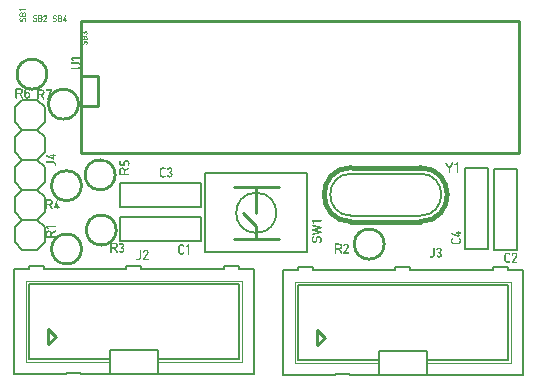
<source format=gbr>
G04*
G04 #@! TF.GenerationSoftware,Altium Limited,Altium Designer,21.6.4 (81)*
G04*
G04 Layer_Color=15790320*
%FSLAX44Y44*%
%MOMM*%
G71*
G04*
G04 #@! TF.SameCoordinates,CA9C2751-F2D4-4D48-97C2-B87B39E443D5*
G04*
G04*
G04 #@! TF.FilePolarity,Positive*
G04*
G01*
G75*
%ADD10C,0.2500*%
%ADD11C,0.2000*%
%ADD12C,0.1270*%
%ADD13C,0.4064*%
%ADD14C,0.2540*%
%ADD15C,0.0508*%
G36*
X21042Y303035D02*
X21126Y303026D01*
X21329Y303008D01*
X21551Y302971D01*
X21773Y302924D01*
X21985Y302850D01*
X22087Y302804D01*
X22170Y302758D01*
X22180Y302749D01*
X22216Y302730D01*
X22272Y302693D01*
X22346Y302638D01*
X22411Y302573D01*
X22494Y302490D01*
X22559Y302397D01*
X22623Y302296D01*
Y302286D01*
X22633Y302249D01*
X22642Y302194D01*
Y302129D01*
Y302046D01*
X22633Y301963D01*
X22605Y301880D01*
X22568Y301796D01*
X22559Y301787D01*
X22540Y301778D01*
X22512Y301750D01*
X22475Y301732D01*
X22364Y301676D01*
X22300Y301667D01*
X22235Y301658D01*
X22198D01*
X22161Y301667D01*
X22115Y301676D01*
X22059Y301695D01*
X22004Y301722D01*
X21958Y301759D01*
X21911Y301805D01*
X21902Y301815D01*
X21893Y301833D01*
X21856Y301870D01*
X21819Y301907D01*
X21717Y302009D01*
X21588Y302111D01*
X21579Y302120D01*
X21542Y302138D01*
X21477Y302157D01*
X21394Y302185D01*
X21283Y302212D01*
X21153Y302231D01*
X21005Y302249D01*
X20783D01*
X20746Y302240D01*
X20645Y302231D01*
X20524Y302203D01*
X20386Y302166D01*
X20247Y302111D01*
X20118Y302046D01*
X19998Y301954D01*
X19988Y301944D01*
X19961Y301907D01*
X19924Y301842D01*
X19877Y301769D01*
X19840Y301676D01*
X19803Y301565D01*
X19776Y301445D01*
X19766Y301315D01*
Y301306D01*
Y301297D01*
X19785Y301242D01*
X19803Y301158D01*
X19831Y301066D01*
X19868Y300964D01*
X19914Y300872D01*
X19970Y300788D01*
X20044Y300724D01*
X20053Y300715D01*
X20090Y300696D01*
X20155Y300668D01*
X20192Y300659D01*
X20247Y300641D01*
X20312Y300622D01*
X20386Y300613D01*
X20469Y300594D01*
X20561Y300585D01*
X20663Y300576D01*
X21190D01*
X21255Y300567D01*
X21320D01*
X21495Y300548D01*
X21680Y300511D01*
X21865Y300456D01*
X22050Y300391D01*
X22207Y300289D01*
X22216D01*
X22226Y300271D01*
X22253Y300252D01*
X22290Y300224D01*
X22327Y300178D01*
X22374Y300132D01*
X22420Y300077D01*
X22466Y300003D01*
X22512Y299919D01*
X22559Y299827D01*
X22605Y299716D01*
X22642Y299596D01*
X22669Y299457D01*
X22697Y299319D01*
X22716Y299152D01*
Y298976D01*
Y298967D01*
Y298939D01*
X22706Y298902D01*
X22697Y298847D01*
X22688Y298773D01*
X22669Y298699D01*
X22633Y298514D01*
X22559Y298320D01*
X22457Y298107D01*
X22392Y298006D01*
X22327Y297904D01*
X22244Y297811D01*
X22152Y297719D01*
X22143Y297710D01*
X22133Y297701D01*
X22106Y297682D01*
X22059Y297645D01*
X22013Y297617D01*
X21948Y297580D01*
X21884Y297534D01*
X21800Y297497D01*
X21708Y297451D01*
X21606Y297405D01*
X21495Y297368D01*
X21384Y297331D01*
X21116Y297266D01*
X20968Y297248D01*
X20811Y297238D01*
X20478D01*
X20321Y297248D01*
X20155Y297266D01*
X19988Y297284D01*
X19822Y297312D01*
X19813D01*
X19785Y297321D01*
X19739Y297340D01*
X19683Y297358D01*
X19600Y297386D01*
X19517Y297432D01*
X19424Y297479D01*
X19313Y297543D01*
X19304Y297553D01*
X19267Y297580D01*
X19212Y297617D01*
X19147Y297673D01*
X19082Y297738D01*
X19008Y297811D01*
X18944Y297895D01*
X18897Y297987D01*
Y297996D01*
X18888Y298024D01*
X18879Y298070D01*
Y298135D01*
X18888Y298200D01*
X18907Y298274D01*
X18934Y298357D01*
X18990Y298440D01*
X18999Y298449D01*
X19008Y298459D01*
X19064Y298505D01*
X19156Y298560D01*
X19267Y298597D01*
X19276D01*
X19295Y298607D01*
X19332D01*
X19378Y298597D01*
X19433Y298588D01*
X19498Y298570D01*
X19563Y298533D01*
X19628Y298477D01*
X19637Y298468D01*
X19655Y298449D01*
X19683Y298422D01*
X19729Y298385D01*
X19785Y298338D01*
X19840Y298302D01*
X19988Y298218D01*
X20007Y298209D01*
X20053Y298190D01*
X20127Y298163D01*
X20219Y298135D01*
X20340Y298107D01*
X20469Y298080D01*
X20626Y298061D01*
X20802D01*
X20857Y298070D01*
X20931Y298080D01*
X21033Y298098D01*
X21144Y298135D01*
X21264Y298172D01*
X21375Y298228D01*
X21486Y298302D01*
X21505Y298311D01*
X21542Y298357D01*
X21597Y298412D01*
X21662Y298496D01*
X21726Y298588D01*
X21782Y298708D01*
X21828Y298838D01*
X21847Y298976D01*
Y298986D01*
Y298995D01*
Y299050D01*
Y299124D01*
X21828Y299217D01*
X21800Y299319D01*
X21763Y299420D01*
X21708Y299513D01*
X21625Y299596D01*
X21616Y299605D01*
X21588Y299624D01*
X21560Y299633D01*
X21523Y299651D01*
X21486Y299670D01*
X21431Y299688D01*
X21357Y299707D01*
X21283Y299725D01*
X21181Y299734D01*
X21079Y299753D01*
X20950Y299762D01*
X20802Y299781D01*
X20645D01*
X20460Y299790D01*
X20423D01*
X20386Y299799D01*
X20330Y299809D01*
X20266Y299818D01*
X20192Y299836D01*
X20025Y299883D01*
X19840Y299947D01*
X19637Y300040D01*
X19452Y300169D01*
X19369Y300252D01*
X19286Y300336D01*
X19267Y300354D01*
X19230Y300400D01*
X19184Y300483D01*
X19119Y300594D01*
X19064Y300733D01*
X19008Y300890D01*
X18971Y301066D01*
X18962Y301269D01*
Y301278D01*
Y301306D01*
Y301353D01*
X18971Y301417D01*
Y301491D01*
X18980Y301574D01*
X19017Y301769D01*
X19082Y301981D01*
X19119Y302092D01*
X19165Y302203D01*
X19230Y302314D01*
X19295Y302416D01*
X19378Y302518D01*
X19470Y302610D01*
X19480Y302619D01*
X19498Y302628D01*
X19526Y302647D01*
X19563Y302675D01*
X19609Y302712D01*
X19674Y302749D01*
X19748Y302786D01*
X19822Y302832D01*
X19914Y302869D01*
X20016Y302906D01*
X20127Y302943D01*
X20247Y302980D01*
X20515Y303026D01*
X20654Y303044D01*
X20959D01*
X21042Y303035D01*
D02*
G37*
G36*
X25443Y303008D02*
X25554Y302998D01*
X25785Y302961D01*
X26016Y302906D01*
X26238Y302823D01*
X26340Y302767D01*
X26432Y302702D01*
X26442Y302693D01*
X26460Y302684D01*
X26488Y302656D01*
X26525Y302619D01*
X26562Y302573D01*
X26608Y302508D01*
X26719Y302369D01*
X26830Y302194D01*
X26923Y301991D01*
X26996Y301750D01*
X27024Y301630D01*
X27043Y301491D01*
Y301353D01*
Y301343D01*
Y301315D01*
X27033Y301278D01*
Y301223D01*
X27024Y301158D01*
X27006Y301084D01*
X26969Y300909D01*
X26904Y300715D01*
X26802Y300511D01*
X26747Y300419D01*
X26673Y300326D01*
X26599Y300243D01*
X26506Y300160D01*
X26516Y300151D01*
X26543Y300132D01*
X26590Y300086D01*
X26645Y300030D01*
X26701Y299956D01*
X26765Y299873D01*
X26830Y299771D01*
X26895Y299651D01*
X26904Y299642D01*
X26923Y299596D01*
X26950Y299531D01*
X26978Y299439D01*
X27006Y299328D01*
X27033Y299198D01*
X27043Y299041D01*
Y298865D01*
Y298829D01*
Y298810D01*
X27033Y298764D01*
X27024Y298690D01*
X26996Y298588D01*
X26960Y298477D01*
X26913Y298348D01*
X26848Y298209D01*
X26765Y298061D01*
X26664Y297913D01*
X26543Y297775D01*
X26395Y297645D01*
X26220Y297525D01*
X26007Y297423D01*
X25776Y297340D01*
X25508Y297284D01*
X25360Y297266D01*
X25203Y297257D01*
X23622D01*
X23585Y297266D01*
X23539Y297275D01*
X23437Y297312D01*
X23391Y297340D01*
X23335Y297386D01*
X23326Y297395D01*
X23317Y297414D01*
X23289Y297442D01*
X23270Y297479D01*
X23215Y297580D01*
X23206Y297636D01*
X23196Y297710D01*
Y302564D01*
Y302573D01*
Y302591D01*
X23206Y302628D01*
X23215Y302675D01*
X23233Y302721D01*
X23252Y302776D01*
X23289Y302832D01*
X23335Y302887D01*
X23344Y302896D01*
X23363Y302906D01*
X23391Y302924D01*
X23428Y302952D01*
X23520Y302998D01*
X23585Y303008D01*
X23649Y303017D01*
X25351D01*
X25443Y303008D01*
D02*
G37*
G36*
X29779Y303026D02*
X29844Y303008D01*
X29853D01*
X29872Y302989D01*
X29900Y302971D01*
X29936Y302943D01*
X29973Y302906D01*
X30010Y302859D01*
X30048Y302804D01*
X30075Y302739D01*
Y302730D01*
X30085Y302712D01*
X30094Y302675D01*
X30103Y302619D01*
Y302499D01*
X30094Y302434D01*
X30075Y302360D01*
X28762Y299032D01*
X29604Y299041D01*
Y299975D01*
Y299984D01*
Y300012D01*
X29613Y300040D01*
X29622Y300086D01*
X29659Y300197D01*
X29687Y300252D01*
X29733Y300308D01*
X29742Y300317D01*
X29761Y300326D01*
X29779Y300345D01*
X29816Y300373D01*
X29918Y300419D01*
X29973Y300428D01*
X30038Y300437D01*
X30057D01*
X30094Y300419D01*
X30122Y300400D01*
X30158Y300382D01*
X30195Y300345D01*
X30242Y300299D01*
X30251Y300289D01*
X30260Y300280D01*
X30279Y300243D01*
X30306Y300206D01*
X30334Y300160D01*
X30353Y300104D01*
X30362Y300040D01*
X30371Y299966D01*
Y299032D01*
X30704D01*
X30741Y299023D01*
X30778Y299013D01*
X30824Y298995D01*
X30880Y298976D01*
X30926Y298939D01*
X30972Y298893D01*
X30981Y298884D01*
X30991Y298875D01*
X31009Y298847D01*
X31037Y298810D01*
X31074Y298708D01*
X31083Y298643D01*
X31092Y298579D01*
Y298570D01*
Y298551D01*
X31083Y298514D01*
X31074Y298468D01*
X31046Y298366D01*
X31009Y298311D01*
X30972Y298265D01*
X30963Y298255D01*
X30954Y298246D01*
X30926Y298218D01*
X30889Y298200D01*
X30796Y298144D01*
X30741Y298135D01*
X30676Y298126D01*
X30371D01*
Y297710D01*
Y297701D01*
Y297673D01*
X30362Y297636D01*
X30353Y297589D01*
X30316Y297479D01*
X30288Y297423D01*
X30242Y297368D01*
X30232Y297358D01*
X30223Y297349D01*
X30168Y297303D01*
X30103Y297257D01*
X30066Y297238D01*
X30010D01*
X29973Y297248D01*
X29936Y297257D01*
X29890Y297275D01*
X29835Y297294D01*
X29779Y297331D01*
X29733Y297377D01*
X29724Y297386D01*
X29715Y297405D01*
X29696Y297432D01*
X29668Y297479D01*
X29622Y297580D01*
X29613Y297645D01*
X29604Y297719D01*
Y298135D01*
X28060Y298126D01*
X28032D01*
X28004Y298135D01*
X27958Y298144D01*
X27866Y298181D01*
X27819Y298209D01*
X27773Y298255D01*
X27764Y298265D01*
X27755Y298274D01*
X27736Y298302D01*
X27718Y298338D01*
X27690Y298385D01*
X27671Y298440D01*
X27662Y298505D01*
X27653Y298579D01*
Y298597D01*
X27671Y298643D01*
X27708Y298717D01*
X27736Y298764D01*
X27782Y298810D01*
X29326Y302749D01*
Y302758D01*
Y302776D01*
X29336Y302813D01*
X29354Y302850D01*
X29373Y302896D01*
X29400Y302943D01*
X29446Y302980D01*
X29502Y303008D01*
X29511D01*
X29530Y303017D01*
X29567Y303026D01*
X29604Y303035D01*
X29715D01*
X29779Y303026D01*
D02*
G37*
G36*
X47163Y289482D02*
X47228Y289473D01*
X47394Y289445D01*
X47570Y289399D01*
X47755Y289325D01*
X47940Y289214D01*
X48023Y289150D01*
X48106Y289076D01*
X48116Y289066D01*
X48125Y289057D01*
X48153Y289029D01*
X48180Y288983D01*
X48217Y288937D01*
X48264Y288881D01*
X48310Y288808D01*
X48356Y288734D01*
X48448Y288558D01*
X48532Y288345D01*
X48587Y288105D01*
X48596Y287975D01*
X48606Y287837D01*
Y287809D01*
X48596Y287772D01*
X48587Y287717D01*
X48578Y287661D01*
X48559Y287587D01*
X48522Y287421D01*
X48448Y287245D01*
X48356Y287051D01*
X48291Y286958D01*
X48217Y286866D01*
X48143Y286783D01*
X48051Y286700D01*
X48042Y286690D01*
X48014Y286672D01*
X47968Y286644D01*
X47912Y286607D01*
X47838Y286570D01*
X47764Y286533D01*
X47672Y286505D01*
X47579Y286487D01*
X47570D01*
X47552D01*
X47515Y286496D01*
X47478Y286505D01*
X47376Y286542D01*
X47330Y286570D01*
X47293Y286607D01*
X47284Y286616D01*
X47274Y286625D01*
X47237Y286681D01*
X47200Y286764D01*
X47182Y286820D01*
Y286921D01*
X47191Y286977D01*
X47210Y287042D01*
X47237Y287116D01*
X47284Y287180D01*
X47348Y287245D01*
X47431Y287291D01*
X47450Y287300D01*
X47496Y287337D01*
X47561Y287393D01*
X47635Y287458D01*
X47709Y287550D01*
X47773Y287652D01*
X47811Y287772D01*
X47829Y287837D01*
Y287948D01*
X47820Y288003D01*
X47801Y288068D01*
X47783Y288142D01*
X47746Y288225D01*
X47699Y288299D01*
X47635Y288382D01*
X47616Y288391D01*
X47579Y288428D01*
X47505Y288475D01*
X47413Y288530D01*
X47302Y288576D01*
X47172Y288613D01*
X47025Y288623D01*
X46941Y288613D01*
X46858Y288604D01*
X46849D01*
X46821Y288595D01*
X46793Y288576D01*
X46738Y288549D01*
X46627Y288484D01*
X46488Y288401D01*
X46359Y288281D01*
X46294Y288207D01*
X46239Y288133D01*
X46202Y288059D01*
X46165Y287966D01*
X46146Y287874D01*
Y287754D01*
X46137Y287707D01*
X46118Y287652D01*
X46082Y287578D01*
X46026Y287513D01*
X45952Y287448D01*
X45860Y287411D01*
X45795Y287393D01*
X45730D01*
X45721D01*
X45712D01*
X45656D01*
X45573Y287402D01*
X45481Y287421D01*
X45388Y287476D01*
X45342Y287513D01*
X45305Y287550D01*
X45268Y287606D01*
X45231Y287670D01*
X45212Y287744D01*
X45194Y287837D01*
Y287864D01*
X45185Y287901D01*
X45175Y287948D01*
X45148Y288059D01*
X45120Y288123D01*
X45083Y288188D01*
X45037Y288253D01*
X44972Y288308D01*
X44907Y288373D01*
X44815Y288419D01*
X44722Y288465D01*
X44602Y288502D01*
X44473Y288521D01*
X44316Y288530D01*
X44306D01*
X44288D01*
X44260D01*
X44223D01*
X44121Y288512D01*
X43992Y288484D01*
X43863Y288428D01*
X43742Y288345D01*
X43687Y288290D01*
X43632Y288234D01*
X43594Y288160D01*
X43558Y288077D01*
Y288049D01*
X43548Y288022D01*
Y287985D01*
X43558Y287883D01*
X43576Y287754D01*
X43622Y287615D01*
X43650Y287550D01*
X43696Y287476D01*
X43752Y287411D01*
X43816Y287347D01*
X43900Y287291D01*
X43992Y287236D01*
X44011Y287227D01*
X44047Y287208D01*
X44103Y287162D01*
X44168Y287106D01*
X44223Y287032D01*
X44260Y286940D01*
X44279Y286820D01*
Y286755D01*
X44260Y286690D01*
X44251Y286681D01*
X44242Y286644D01*
X44205Y286598D01*
X44159Y286542D01*
X44094Y286487D01*
X44011Y286450D01*
X43900Y286431D01*
X43770D01*
X43761D01*
X43733Y286441D01*
X43696Y286459D01*
X43641Y286478D01*
X43576Y286505D01*
X43502Y286552D01*
X43428Y286598D01*
X43345Y286663D01*
X43336Y286672D01*
X43317Y286681D01*
X43289Y286700D01*
X43252Y286737D01*
X43206Y286783D01*
X43160Y286829D01*
X43105Y286894D01*
X43049Y286968D01*
X43003Y287051D01*
X42947Y287143D01*
X42901Y287245D01*
X42864Y287365D01*
X42827Y287495D01*
X42799Y287633D01*
X42790Y287781D01*
Y288012D01*
X42799Y288068D01*
X42809Y288123D01*
X42818Y288188D01*
X42855Y288354D01*
X42910Y288530D01*
X43003Y288724D01*
X43058Y288817D01*
X43132Y288909D01*
X43206Y289002D01*
X43299Y289085D01*
X43317Y289094D01*
X43373Y289131D01*
X43465Y289177D01*
X43585Y289233D01*
X43733Y289288D01*
X43900Y289335D01*
X44103Y289371D01*
X44316Y289381D01*
X44325D01*
X44362D01*
X44417D01*
X44482Y289371D01*
X44565Y289362D01*
X44658Y289344D01*
X44769Y289316D01*
X44880Y289288D01*
X44991Y289251D01*
X45111Y289196D01*
X45222Y289131D01*
X45333Y289057D01*
X45434Y288965D01*
X45536Y288854D01*
X45619Y288724D01*
X45693Y288586D01*
Y288595D01*
X45712Y288623D01*
X45730Y288669D01*
X45758Y288734D01*
X45795Y288798D01*
X45841Y288881D01*
X45906Y288965D01*
X45971Y289048D01*
X46054Y289131D01*
X46146Y289214D01*
X46257Y289288D01*
X46368Y289362D01*
X46507Y289418D01*
X46655Y289455D01*
X46812Y289482D01*
X46988Y289492D01*
X46997D01*
X47015D01*
X47052D01*
X47108D01*
X47163Y289482D01*
D02*
G37*
G36*
X47080Y285673D02*
X47154Y285664D01*
X47256Y285636D01*
X47367Y285599D01*
X47496Y285553D01*
X47635Y285488D01*
X47783Y285405D01*
X47931Y285303D01*
X48069Y285183D01*
X48199Y285035D01*
X48319Y284860D01*
X48421Y284647D01*
X48504Y284416D01*
X48559Y284148D01*
X48578Y284000D01*
X48587Y283843D01*
Y282262D01*
X48578Y282225D01*
X48569Y282178D01*
X48532Y282077D01*
X48504Y282031D01*
X48458Y281975D01*
X48448Y281966D01*
X48430Y281957D01*
X48402Y281929D01*
X48365Y281910D01*
X48264Y281855D01*
X48208Y281846D01*
X48134Y281836D01*
X43280D01*
X43271D01*
X43252D01*
X43215Y281846D01*
X43169Y281855D01*
X43123Y281873D01*
X43067Y281892D01*
X43012Y281929D01*
X42957Y281975D01*
X42947Y281984D01*
X42938Y282003D01*
X42920Y282031D01*
X42892Y282068D01*
X42846Y282160D01*
X42836Y282225D01*
X42827Y282289D01*
Y283990D01*
X42836Y284083D01*
X42846Y284194D01*
X42883Y284425D01*
X42938Y284656D01*
X43021Y284878D01*
X43077Y284980D01*
X43141Y285072D01*
X43151Y285082D01*
X43160Y285100D01*
X43188Y285128D01*
X43225Y285165D01*
X43271Y285202D01*
X43336Y285248D01*
X43474Y285359D01*
X43650Y285470D01*
X43853Y285562D01*
X44094Y285636D01*
X44214Y285664D01*
X44353Y285683D01*
X44491D01*
X44500D01*
X44528D01*
X44565Y285673D01*
X44621D01*
X44686Y285664D01*
X44759Y285646D01*
X44935Y285609D01*
X45129Y285544D01*
X45333Y285442D01*
X45425Y285387D01*
X45518Y285313D01*
X45601Y285239D01*
X45684Y285146D01*
X45693Y285156D01*
X45712Y285183D01*
X45758Y285229D01*
X45813Y285285D01*
X45887Y285340D01*
X45971Y285405D01*
X46072Y285470D01*
X46192Y285535D01*
X46202Y285544D01*
X46248Y285562D01*
X46313Y285590D01*
X46405Y285618D01*
X46516Y285646D01*
X46645Y285673D01*
X46803Y285683D01*
X46978D01*
X47015D01*
X47034D01*
X47080Y285673D01*
D02*
G37*
G36*
X46941Y281346D02*
X46997Y281337D01*
X47071Y281328D01*
X47145Y281309D01*
X47330Y281272D01*
X47524Y281198D01*
X47737Y281097D01*
X47838Y281032D01*
X47940Y280967D01*
X48032Y280884D01*
X48125Y280792D01*
X48134Y280782D01*
X48143Y280773D01*
X48162Y280745D01*
X48199Y280699D01*
X48226Y280653D01*
X48264Y280588D01*
X48310Y280523D01*
X48347Y280440D01*
X48393Y280348D01*
X48439Y280246D01*
X48476Y280135D01*
X48513Y280024D01*
X48578Y279756D01*
X48596Y279608D01*
X48606Y279451D01*
Y279118D01*
X48596Y278961D01*
X48578Y278794D01*
X48559Y278628D01*
X48532Y278462D01*
Y278452D01*
X48522Y278425D01*
X48504Y278379D01*
X48485Y278323D01*
X48458Y278240D01*
X48411Y278157D01*
X48365Y278064D01*
X48300Y277953D01*
X48291Y277944D01*
X48264Y277907D01*
X48226Y277852D01*
X48171Y277787D01*
X48106Y277722D01*
X48032Y277648D01*
X47949Y277583D01*
X47857Y277537D01*
X47847D01*
X47820Y277528D01*
X47773Y277519D01*
X47709D01*
X47644Y277528D01*
X47570Y277546D01*
X47487Y277574D01*
X47404Y277630D01*
X47394Y277639D01*
X47385Y277648D01*
X47339Y277703D01*
X47284Y277796D01*
X47246Y277907D01*
Y277916D01*
X47237Y277935D01*
Y277972D01*
X47246Y278018D01*
X47256Y278073D01*
X47274Y278138D01*
X47311Y278203D01*
X47367Y278267D01*
X47376Y278277D01*
X47394Y278295D01*
X47422Y278323D01*
X47459Y278369D01*
X47505Y278425D01*
X47542Y278480D01*
X47626Y278628D01*
X47635Y278647D01*
X47653Y278693D01*
X47681Y278767D01*
X47709Y278859D01*
X47737Y278979D01*
X47764Y279109D01*
X47783Y279266D01*
Y279442D01*
X47773Y279497D01*
X47764Y279571D01*
X47746Y279673D01*
X47709Y279784D01*
X47672Y279904D01*
X47616Y280015D01*
X47542Y280126D01*
X47533Y280144D01*
X47487Y280181D01*
X47431Y280237D01*
X47348Y280301D01*
X47256Y280366D01*
X47136Y280422D01*
X47006Y280468D01*
X46867Y280487D01*
X46858D01*
X46849D01*
X46793D01*
X46719D01*
X46627Y280468D01*
X46525Y280440D01*
X46424Y280403D01*
X46331Y280348D01*
X46248Y280265D01*
X46239Y280255D01*
X46220Y280228D01*
X46211Y280200D01*
X46192Y280163D01*
X46174Y280126D01*
X46156Y280070D01*
X46137Y279996D01*
X46118Y279923D01*
X46109Y279821D01*
X46091Y279719D01*
X46082Y279590D01*
X46063Y279442D01*
Y279284D01*
X46054Y279100D01*
Y279063D01*
X46045Y279026D01*
X46035Y278970D01*
X46026Y278906D01*
X46008Y278832D01*
X45961Y278665D01*
X45897Y278480D01*
X45804Y278277D01*
X45675Y278092D01*
X45592Y278009D01*
X45508Y277925D01*
X45490Y277907D01*
X45444Y277870D01*
X45360Y277824D01*
X45249Y277759D01*
X45111Y277703D01*
X44954Y277648D01*
X44778Y277611D01*
X44574Y277602D01*
X44565D01*
X44538D01*
X44491D01*
X44427Y277611D01*
X44353D01*
X44269Y277620D01*
X44075Y277657D01*
X43863Y277722D01*
X43752Y277759D01*
X43641Y277805D01*
X43530Y277870D01*
X43428Y277935D01*
X43326Y278018D01*
X43234Y278110D01*
X43225Y278120D01*
X43215Y278138D01*
X43197Y278166D01*
X43169Y278203D01*
X43132Y278249D01*
X43095Y278314D01*
X43058Y278388D01*
X43012Y278462D01*
X42975Y278554D01*
X42938Y278656D01*
X42901Y278767D01*
X42864Y278887D01*
X42818Y279155D01*
X42799Y279294D01*
Y279599D01*
X42809Y279682D01*
X42818Y279765D01*
X42836Y279969D01*
X42873Y280191D01*
X42920Y280413D01*
X42993Y280625D01*
X43040Y280727D01*
X43086Y280810D01*
X43095Y280819D01*
X43114Y280856D01*
X43151Y280912D01*
X43206Y280986D01*
X43271Y281050D01*
X43354Y281134D01*
X43446Y281198D01*
X43548Y281263D01*
X43558D01*
X43594Y281272D01*
X43650Y281282D01*
X43715D01*
X43798D01*
X43881Y281272D01*
X43964Y281245D01*
X44047Y281208D01*
X44057Y281198D01*
X44066Y281180D01*
X44094Y281152D01*
X44112Y281115D01*
X44168Y281004D01*
X44177Y280940D01*
X44186Y280875D01*
Y280838D01*
X44177Y280801D01*
X44168Y280755D01*
X44149Y280699D01*
X44121Y280644D01*
X44085Y280597D01*
X44038Y280551D01*
X44029Y280542D01*
X44011Y280533D01*
X43973Y280496D01*
X43937Y280459D01*
X43835Y280357D01*
X43733Y280228D01*
X43724Y280218D01*
X43705Y280181D01*
X43687Y280117D01*
X43659Y280033D01*
X43632Y279923D01*
X43613Y279793D01*
X43594Y279645D01*
Y279423D01*
X43604Y279386D01*
X43613Y279284D01*
X43641Y279164D01*
X43678Y279026D01*
X43733Y278887D01*
X43798Y278757D01*
X43890Y278637D01*
X43900Y278628D01*
X43937Y278600D01*
X44001Y278563D01*
X44075Y278517D01*
X44168Y278480D01*
X44279Y278443D01*
X44399Y278415D01*
X44528Y278406D01*
X44538D01*
X44547D01*
X44602Y278425D01*
X44686Y278443D01*
X44778Y278471D01*
X44880Y278508D01*
X44972Y278554D01*
X45055Y278610D01*
X45120Y278684D01*
X45129Y278693D01*
X45148Y278730D01*
X45175Y278794D01*
X45185Y278832D01*
X45203Y278887D01*
X45222Y278952D01*
X45231Y279026D01*
X45249Y279109D01*
X45259Y279201D01*
X45268Y279303D01*
Y279830D01*
X45277Y279895D01*
Y279960D01*
X45296Y280135D01*
X45333Y280320D01*
X45388Y280505D01*
X45453Y280690D01*
X45554Y280847D01*
Y280856D01*
X45573Y280865D01*
X45592Y280893D01*
X45619Y280930D01*
X45665Y280967D01*
X45712Y281014D01*
X45767Y281060D01*
X45841Y281106D01*
X45924Y281152D01*
X46017Y281198D01*
X46128Y281245D01*
X46248Y281282D01*
X46387Y281309D01*
X46525Y281337D01*
X46692Y281355D01*
X46867D01*
X46877D01*
X46904D01*
X46941Y281346D01*
D02*
G37*
G36*
X4458Y303176D02*
X4541Y303166D01*
X4744Y303148D01*
X4966Y303111D01*
X5188Y303064D01*
X5401Y302991D01*
X5502Y302944D01*
X5586Y302898D01*
X5595Y302889D01*
X5632Y302870D01*
X5687Y302833D01*
X5761Y302778D01*
X5826Y302713D01*
X5909Y302630D01*
X5974Y302537D01*
X6039Y302436D01*
Y302427D01*
X6048Y302390D01*
X6057Y302334D01*
Y302269D01*
Y302186D01*
X6048Y302103D01*
X6020Y302020D01*
X5983Y301937D01*
X5974Y301927D01*
X5955Y301918D01*
X5928Y301890D01*
X5891Y301872D01*
X5780Y301816D01*
X5715Y301807D01*
X5650Y301798D01*
X5613D01*
X5576Y301807D01*
X5530Y301816D01*
X5475Y301835D01*
X5419Y301863D01*
X5373Y301900D01*
X5327Y301946D01*
X5317Y301955D01*
X5308Y301973D01*
X5271Y302010D01*
X5234Y302048D01*
X5132Y302149D01*
X5003Y302251D01*
X4994Y302260D01*
X4957Y302279D01*
X4892Y302297D01*
X4809Y302325D01*
X4698Y302353D01*
X4568Y302371D01*
X4421Y302390D01*
X4199D01*
X4162Y302380D01*
X4060Y302371D01*
X3940Y302343D01*
X3801Y302306D01*
X3663Y302251D01*
X3533Y302186D01*
X3413Y302094D01*
X3404Y302085D01*
X3376Y302048D01*
X3339Y301983D01*
X3293Y301909D01*
X3256Y301816D01*
X3219Y301705D01*
X3191Y301585D01*
X3182Y301456D01*
Y301446D01*
Y301437D01*
X3200Y301382D01*
X3219Y301299D01*
X3246Y301206D01*
X3283Y301105D01*
X3330Y301012D01*
X3385Y300929D01*
X3459Y300864D01*
X3468Y300855D01*
X3505Y300836D01*
X3570Y300809D01*
X3607Y300799D01*
X3663Y300781D01*
X3727Y300762D01*
X3801Y300753D01*
X3884Y300735D01*
X3977Y300725D01*
X4078Y300716D01*
X4606D01*
X4670Y300707D01*
X4735D01*
X4911Y300688D01*
X5095Y300651D01*
X5281Y300596D01*
X5465Y300531D01*
X5623Y300429D01*
X5632D01*
X5641Y300411D01*
X5669Y300392D01*
X5706Y300365D01*
X5743Y300319D01*
X5789Y300272D01*
X5835Y300217D01*
X5881Y300143D01*
X5928Y300060D01*
X5974Y299967D01*
X6020Y299856D01*
X6057Y299736D01*
X6085Y299597D01*
X6113Y299459D01*
X6131Y299292D01*
Y299117D01*
Y299107D01*
Y299080D01*
X6122Y299043D01*
X6113Y298987D01*
X6103Y298913D01*
X6085Y298839D01*
X6048Y298654D01*
X5974Y298460D01*
X5872Y298248D01*
X5807Y298146D01*
X5743Y298044D01*
X5659Y297952D01*
X5567Y297859D01*
X5558Y297850D01*
X5549Y297841D01*
X5521Y297822D01*
X5475Y297785D01*
X5428Y297757D01*
X5364Y297721D01*
X5299Y297674D01*
X5216Y297637D01*
X5123Y297591D01*
X5022Y297545D01*
X4911Y297508D01*
X4800Y297471D01*
X4532Y297406D01*
X4384Y297388D01*
X4227Y297379D01*
X3894D01*
X3736Y297388D01*
X3570Y297406D01*
X3404Y297425D01*
X3237Y297452D01*
X3228D01*
X3200Y297462D01*
X3154Y297480D01*
X3099Y297499D01*
X3015Y297526D01*
X2932Y297573D01*
X2840Y297619D01*
X2729Y297684D01*
X2719Y297693D01*
X2682Y297721D01*
X2627Y297757D01*
X2562Y297813D01*
X2498Y297878D01*
X2424Y297952D01*
X2359Y298035D01*
X2313Y298127D01*
Y298137D01*
X2303Y298164D01*
X2294Y298211D01*
Y298275D01*
X2303Y298340D01*
X2322Y298414D01*
X2350Y298497D01*
X2405Y298580D01*
X2414Y298590D01*
X2424Y298599D01*
X2479Y298645D01*
X2571Y298701D01*
X2682Y298738D01*
X2692D01*
X2710Y298747D01*
X2747D01*
X2793Y298738D01*
X2849Y298728D01*
X2914Y298710D01*
X2978Y298673D01*
X3043Y298617D01*
X3052Y298608D01*
X3071Y298590D01*
X3099Y298562D01*
X3145Y298525D01*
X3200Y298479D01*
X3256Y298442D01*
X3404Y298358D01*
X3422Y298349D01*
X3468Y298331D01*
X3542Y298303D01*
X3635Y298275D01*
X3755Y298248D01*
X3884Y298220D01*
X4042Y298201D01*
X4217D01*
X4273Y298211D01*
X4347Y298220D01*
X4448Y298238D01*
X4559Y298275D01*
X4679Y298312D01*
X4790Y298368D01*
X4901Y298442D01*
X4920Y298451D01*
X4957Y298497D01*
X5012Y298553D01*
X5077Y298636D01*
X5142Y298728D01*
X5197Y298848D01*
X5243Y298978D01*
X5262Y299117D01*
Y299126D01*
Y299135D01*
Y299191D01*
Y299265D01*
X5243Y299357D01*
X5216Y299459D01*
X5179Y299560D01*
X5123Y299653D01*
X5040Y299736D01*
X5031Y299745D01*
X5003Y299764D01*
X4975Y299773D01*
X4938Y299792D01*
X4901Y299810D01*
X4846Y299829D01*
X4772Y299847D01*
X4698Y299865D01*
X4596Y299875D01*
X4495Y299893D01*
X4365Y299902D01*
X4217Y299921D01*
X4060D01*
X3875Y299930D01*
X3838D01*
X3801Y299939D01*
X3746Y299949D01*
X3681Y299958D01*
X3607Y299977D01*
X3441Y300023D01*
X3256Y300087D01*
X3052Y300180D01*
X2867Y300309D01*
X2784Y300392D01*
X2701Y300476D01*
X2682Y300494D01*
X2646Y300541D01*
X2599Y300624D01*
X2535Y300735D01*
X2479Y300873D01*
X2424Y301031D01*
X2387Y301206D01*
X2377Y301410D01*
Y301419D01*
Y301446D01*
Y301493D01*
X2387Y301558D01*
Y301632D01*
X2396Y301715D01*
X2433Y301909D01*
X2498Y302122D01*
X2535Y302232D01*
X2581Y302343D01*
X2646Y302454D01*
X2710Y302556D01*
X2793Y302658D01*
X2886Y302750D01*
X2895Y302759D01*
X2914Y302769D01*
X2941Y302787D01*
X2978Y302815D01*
X3025Y302852D01*
X3089Y302889D01*
X3163Y302926D01*
X3237Y302972D01*
X3330Y303009D01*
X3431Y303046D01*
X3542Y303083D01*
X3663Y303120D01*
X3931Y303166D01*
X4069Y303185D01*
X4374D01*
X4458Y303176D01*
D02*
G37*
G36*
X8859Y303148D02*
X8970Y303139D01*
X9201Y303102D01*
X9432Y303046D01*
X9654Y302963D01*
X9755Y302907D01*
X9848Y302843D01*
X9857Y302833D01*
X9876Y302824D01*
X9903Y302796D01*
X9940Y302759D01*
X9977Y302713D01*
X10023Y302649D01*
X10134Y302510D01*
X10245Y302334D01*
X10338Y302131D01*
X10412Y301890D01*
X10439Y301770D01*
X10458Y301632D01*
Y301493D01*
Y301483D01*
Y301456D01*
X10449Y301419D01*
Y301363D01*
X10439Y301299D01*
X10421Y301225D01*
X10384Y301049D01*
X10319Y300855D01*
X10218Y300651D01*
X10162Y300559D01*
X10088Y300466D01*
X10014Y300383D01*
X9922Y300300D01*
X9931Y300291D01*
X9959Y300272D01*
X10005Y300226D01*
X10060Y300171D01*
X10116Y300097D01*
X10181Y300014D01*
X10245Y299912D01*
X10310Y299792D01*
X10319Y299782D01*
X10338Y299736D01*
X10366Y299671D01*
X10393Y299579D01*
X10421Y299468D01*
X10449Y299338D01*
X10458Y299181D01*
Y299006D01*
Y298969D01*
Y298950D01*
X10449Y298904D01*
X10439Y298830D01*
X10412Y298728D01*
X10375Y298617D01*
X10329Y298488D01*
X10264Y298349D01*
X10181Y298201D01*
X10079Y298053D01*
X9959Y297915D01*
X9811Y297785D01*
X9635Y297665D01*
X9423Y297563D01*
X9191Y297480D01*
X8923Y297425D01*
X8775Y297406D01*
X8618Y297397D01*
X7037D01*
X7000Y297406D01*
X6954Y297416D01*
X6852Y297452D01*
X6806Y297480D01*
X6751Y297526D01*
X6741Y297536D01*
X6732Y297554D01*
X6704Y297582D01*
X6686Y297619D01*
X6630Y297721D01*
X6621Y297776D01*
X6612Y297850D01*
Y302704D01*
Y302713D01*
Y302732D01*
X6621Y302769D01*
X6630Y302815D01*
X6649Y302861D01*
X6667Y302917D01*
X6704Y302972D01*
X6751Y303027D01*
X6760Y303037D01*
X6778Y303046D01*
X6806Y303064D01*
X6843Y303092D01*
X6935Y303139D01*
X7000Y303148D01*
X7065Y303157D01*
X8766D01*
X8859Y303148D01*
D02*
G37*
G36*
X12945Y303185D02*
X13019Y303176D01*
X13195Y303157D01*
X13389Y303111D01*
X13592Y303037D01*
X13786Y302935D01*
X13879Y302880D01*
X13971Y302806D01*
X13981Y302796D01*
X13999Y302778D01*
X14036Y302741D01*
X14073Y302685D01*
X14129Y302621D01*
X14175Y302547D01*
X14230Y302454D01*
X14286Y302353D01*
X14332Y302242D01*
X14369Y302112D01*
X14397Y301973D01*
X14415Y301826D01*
Y301659D01*
X14406Y301493D01*
X14369Y301317D01*
X14313Y301123D01*
Y301114D01*
X14304Y301105D01*
X14295Y301077D01*
X14267Y301040D01*
X14249Y300984D01*
X14212Y300919D01*
X14166Y300846D01*
X14119Y300762D01*
X14054Y300661D01*
X13990Y300550D01*
X13907Y300420D01*
X13814Y300272D01*
X13712Y300124D01*
X13601Y299949D01*
X13472Y299764D01*
X13333Y299560D01*
Y299551D01*
X13315Y299533D01*
X13296Y299505D01*
X13269Y299468D01*
X13241Y299412D01*
X13195Y299348D01*
X13148Y299274D01*
X13093Y299181D01*
X13028Y299089D01*
X12954Y298987D01*
X12871Y298867D01*
X12788Y298747D01*
X12594Y298470D01*
X12372Y298164D01*
X13407Y298155D01*
X14027D01*
X14110Y298146D01*
X14193Y298118D01*
X14286Y298081D01*
X14350Y298016D01*
X14406Y297924D01*
X14415Y297859D01*
Y297794D01*
Y297776D01*
X14406Y297739D01*
X14387Y297674D01*
X14350Y297600D01*
X14304Y297526D01*
X14221Y297462D01*
X14119Y297406D01*
X14054Y297388D01*
X13981Y297379D01*
X11494D01*
X11466Y297388D01*
X11429Y297406D01*
X11392Y297434D01*
X11346Y297471D01*
X11309Y297526D01*
X11272Y297591D01*
X11253Y297674D01*
Y297684D01*
X11244Y297721D01*
Y297785D01*
X11253Y297868D01*
X11281Y297970D01*
X11336Y298100D01*
X11373Y298164D01*
X11420Y298238D01*
X11475Y298321D01*
X11540Y298405D01*
X11549Y298414D01*
X11558Y298433D01*
X11586Y298470D01*
X11623Y298516D01*
X11660Y298571D01*
X11706Y298636D01*
X11817Y298784D01*
X11937Y298969D01*
X12076Y299154D01*
X12205Y299357D01*
X12335Y299551D01*
X12344Y299560D01*
X12353Y299579D01*
X12372Y299607D01*
X12400Y299653D01*
X12437Y299708D01*
X12473Y299764D01*
X12566Y299902D01*
X12668Y300060D01*
X12779Y300226D01*
X12880Y300383D01*
X12982Y300531D01*
X12991Y300541D01*
X13001Y300559D01*
X13028Y300596D01*
X13065Y300642D01*
X13102Y300707D01*
X13148Y300772D01*
X13250Y300919D01*
X13352Y301077D01*
X13454Y301243D01*
X13537Y301391D01*
X13564Y301456D01*
X13592Y301511D01*
Y301521D01*
Y301530D01*
X13601Y301576D01*
X13611Y301650D01*
Y301752D01*
X13592Y301853D01*
X13555Y301973D01*
X13491Y302094D01*
X13454Y302159D01*
X13398Y302214D01*
X13389Y302223D01*
X13343Y302251D01*
X13278Y302297D01*
X13195Y302334D01*
X13075Y302371D01*
X12945Y302408D01*
X12797Y302417D01*
X12622Y302408D01*
X12603D01*
X12548Y302399D01*
X12473Y302362D01*
X12381Y302306D01*
X12326Y302269D01*
X12270Y302223D01*
X12224Y302159D01*
X12168Y302085D01*
X12122Y302001D01*
X12076Y301909D01*
X12030Y301798D01*
X11993Y301668D01*
X11983Y301659D01*
X11965Y301622D01*
X11937Y301576D01*
X11891Y301530D01*
X11826Y301474D01*
X11752Y301437D01*
X11669Y301410D01*
X11567Y301400D01*
X11549Y301410D01*
X11512Y301419D01*
X11466Y301446D01*
X11401Y301483D01*
X11336Y301530D01*
X11281Y301595D01*
X11244Y301668D01*
X11225Y301761D01*
Y301770D01*
Y301798D01*
Y301844D01*
Y301909D01*
X11235Y301983D01*
X11253Y302066D01*
X11272Y302159D01*
X11309Y302260D01*
X11318Y302269D01*
X11327Y302306D01*
X11355Y302362D01*
X11401Y302436D01*
X11457Y302519D01*
X11530Y302612D01*
X11623Y302722D01*
X11743Y302824D01*
X11762Y302843D01*
X11817Y302880D01*
X11900Y302935D01*
X12011Y303000D01*
X12159Y303064D01*
X12335Y303129D01*
X12529Y303166D01*
X12751Y303194D01*
X12880D01*
X12945Y303185D01*
D02*
G37*
G36*
X-3598Y308288D02*
X-3506Y308260D01*
X-3413Y308205D01*
X-3404Y308195D01*
X-3395Y308186D01*
X-3377Y308158D01*
X-3349Y308121D01*
X-3321Y308075D01*
X-3302Y308011D01*
X-3293Y307946D01*
X-3284Y307863D01*
Y307816D01*
X-3293Y307770D01*
X-3302Y307715D01*
X-3340Y307585D01*
X-3367Y307530D01*
X-3413Y307484D01*
X-3432Y307474D01*
X-3478Y307446D01*
X-3561Y307419D01*
X-3672Y307400D01*
X-7888D01*
X-7519Y306799D01*
Y306790D01*
X-7500Y306772D01*
X-7491Y306744D01*
X-7472Y306707D01*
X-7444Y306605D01*
Y306550D01*
X-7454Y306485D01*
Y306476D01*
X-7463Y306457D01*
X-7472Y306420D01*
X-7491Y306383D01*
X-7509Y306346D01*
X-7546Y306300D01*
X-7583Y306254D01*
X-7639Y306217D01*
X-7648D01*
X-7666Y306198D01*
X-7694Y306189D01*
X-7731Y306171D01*
X-7833Y306143D01*
X-7898D01*
X-7962Y306152D01*
X-7972D01*
X-7990Y306161D01*
X-8018Y306171D01*
X-8055Y306189D01*
X-8101Y306208D01*
X-8147Y306245D01*
X-8193Y306282D01*
X-8230Y306337D01*
X-9025Y307585D01*
Y307595D01*
X-9035Y307604D01*
X-9072Y307659D01*
X-9100Y307742D01*
X-9109Y307853D01*
Y307881D01*
X-9100Y307918D01*
X-9090Y307955D01*
X-9053Y308057D01*
X-9025Y308112D01*
X-8979Y308168D01*
X-8970Y308177D01*
X-8952Y308186D01*
X-8924Y308205D01*
X-8887Y308232D01*
X-8785Y308279D01*
X-8730Y308288D01*
X-8665Y308297D01*
X-3691D01*
X-3682D01*
X-3663D01*
X-3635D01*
X-3598Y308288D01*
D02*
G37*
G36*
X-4819Y305422D02*
X-4745Y305413D01*
X-4643Y305385D01*
X-4532Y305348D01*
X-4403Y305301D01*
X-4264Y305237D01*
X-4116Y305154D01*
X-3968Y305052D01*
X-3830Y304932D01*
X-3700Y304784D01*
X-3580Y304608D01*
X-3478Y304396D01*
X-3395Y304164D01*
X-3340Y303896D01*
X-3321Y303748D01*
X-3312Y303591D01*
Y302010D01*
X-3321Y301973D01*
X-3330Y301927D01*
X-3367Y301825D01*
X-3395Y301779D01*
X-3441Y301723D01*
X-3450Y301714D01*
X-3469Y301705D01*
X-3497Y301677D01*
X-3534Y301659D01*
X-3635Y301603D01*
X-3691Y301594D01*
X-3765Y301585D01*
X-8619D01*
X-8628D01*
X-8647D01*
X-8683Y301594D01*
X-8730Y301603D01*
X-8776Y301622D01*
X-8831Y301640D01*
X-8887Y301677D01*
X-8942Y301723D01*
X-8952Y301733D01*
X-8961Y301751D01*
X-8979Y301779D01*
X-9007Y301816D01*
X-9053Y301908D01*
X-9062Y301973D01*
X-9072Y302038D01*
Y303739D01*
X-9062Y303832D01*
X-9053Y303942D01*
X-9016Y304174D01*
X-8961Y304405D01*
X-8878Y304627D01*
X-8822Y304728D01*
X-8757Y304821D01*
X-8748Y304830D01*
X-8739Y304848D01*
X-8711Y304876D01*
X-8674Y304913D01*
X-8628Y304950D01*
X-8563Y304996D01*
X-8425Y305107D01*
X-8249Y305218D01*
X-8045Y305311D01*
X-7805Y305385D01*
X-7685Y305413D01*
X-7546Y305431D01*
X-7408D01*
X-7398D01*
X-7371D01*
X-7334Y305422D01*
X-7278D01*
X-7213Y305413D01*
X-7139Y305394D01*
X-6964Y305357D01*
X-6770Y305292D01*
X-6566Y305191D01*
X-6474Y305135D01*
X-6381Y305061D01*
X-6298Y304987D01*
X-6215Y304895D01*
X-6206Y304904D01*
X-6187Y304932D01*
X-6141Y304978D01*
X-6085Y305033D01*
X-6011Y305089D01*
X-5928Y305154D01*
X-5827Y305218D01*
X-5706Y305283D01*
X-5697Y305292D01*
X-5651Y305311D01*
X-5586Y305338D01*
X-5494Y305366D01*
X-5383Y305394D01*
X-5253Y305422D01*
X-5096Y305431D01*
X-4920D01*
X-4884D01*
X-4865D01*
X-4819Y305422D01*
D02*
G37*
G36*
X-4958Y301095D02*
X-4902Y301086D01*
X-4828Y301076D01*
X-4754Y301058D01*
X-4569Y301021D01*
X-4375Y300947D01*
X-4162Y300845D01*
X-4061Y300780D01*
X-3959Y300716D01*
X-3866Y300632D01*
X-3774Y300540D01*
X-3765Y300531D01*
X-3756Y300522D01*
X-3737Y300494D01*
X-3700Y300448D01*
X-3672Y300401D01*
X-3635Y300337D01*
X-3589Y300272D01*
X-3552Y300189D01*
X-3506Y300096D01*
X-3460Y299995D01*
X-3423Y299884D01*
X-3386Y299773D01*
X-3321Y299505D01*
X-3302Y299357D01*
X-3293Y299200D01*
Y298867D01*
X-3302Y298709D01*
X-3321Y298543D01*
X-3340Y298377D01*
X-3367Y298210D01*
Y298201D01*
X-3377Y298173D01*
X-3395Y298127D01*
X-3413Y298071D01*
X-3441Y297988D01*
X-3487Y297905D01*
X-3534Y297813D01*
X-3598Y297702D01*
X-3608Y297692D01*
X-3635Y297655D01*
X-3672Y297600D01*
X-3728Y297535D01*
X-3792Y297470D01*
X-3866Y297397D01*
X-3950Y297332D01*
X-4042Y297286D01*
X-4051D01*
X-4079Y297276D01*
X-4125Y297267D01*
X-4190D01*
X-4255Y297276D01*
X-4329Y297295D01*
X-4412Y297323D01*
X-4495Y297378D01*
X-4504Y297387D01*
X-4514Y297397D01*
X-4560Y297452D01*
X-4615Y297544D01*
X-4652Y297655D01*
Y297665D01*
X-4662Y297683D01*
Y297720D01*
X-4652Y297766D01*
X-4643Y297822D01*
X-4625Y297887D01*
X-4588Y297951D01*
X-4532Y298016D01*
X-4523Y298025D01*
X-4504Y298044D01*
X-4477Y298071D01*
X-4440Y298118D01*
X-4394Y298173D01*
X-4356Y298229D01*
X-4273Y298377D01*
X-4264Y298395D01*
X-4246Y298441D01*
X-4218Y298515D01*
X-4190Y298608D01*
X-4162Y298728D01*
X-4135Y298857D01*
X-4116Y299014D01*
Y299190D01*
X-4125Y299246D01*
X-4135Y299320D01*
X-4153Y299421D01*
X-4190Y299532D01*
X-4227Y299653D01*
X-4283Y299763D01*
X-4356Y299874D01*
X-4366Y299893D01*
X-4412Y299930D01*
X-4467Y299985D01*
X-4551Y300050D01*
X-4643Y300115D01*
X-4763Y300170D01*
X-4893Y300217D01*
X-5031Y300235D01*
X-5041D01*
X-5050D01*
X-5105D01*
X-5179D01*
X-5272Y300217D01*
X-5373Y300189D01*
X-5475Y300152D01*
X-5568Y300096D01*
X-5651Y300013D01*
X-5660Y300004D01*
X-5679Y299976D01*
X-5688Y299948D01*
X-5706Y299911D01*
X-5725Y299874D01*
X-5743Y299819D01*
X-5762Y299745D01*
X-5780Y299671D01*
X-5790Y299569D01*
X-5808Y299468D01*
X-5817Y299338D01*
X-5836Y299190D01*
Y299033D01*
X-5845Y298848D01*
Y298811D01*
X-5854Y298774D01*
X-5864Y298719D01*
X-5873Y298654D01*
X-5891Y298580D01*
X-5938Y298414D01*
X-6002Y298229D01*
X-6095Y298025D01*
X-6224Y297840D01*
X-6307Y297757D01*
X-6391Y297674D01*
X-6409Y297655D01*
X-6455Y297619D01*
X-6539Y297572D01*
X-6649Y297507D01*
X-6788Y297452D01*
X-6945Y297397D01*
X-7121Y297360D01*
X-7324Y297350D01*
X-7334D01*
X-7361D01*
X-7408D01*
X-7472Y297360D01*
X-7546D01*
X-7629Y297369D01*
X-7824Y297406D01*
X-8036Y297470D01*
X-8147Y297507D01*
X-8258Y297554D01*
X-8369Y297619D01*
X-8471Y297683D01*
X-8572Y297766D01*
X-8665Y297859D01*
X-8674Y297868D01*
X-8683Y297887D01*
X-8702Y297914D01*
X-8730Y297951D01*
X-8767Y297997D01*
X-8804Y298062D01*
X-8841Y298136D01*
X-8887Y298210D01*
X-8924Y298303D01*
X-8961Y298404D01*
X-8998Y298515D01*
X-9035Y298636D01*
X-9081Y298904D01*
X-9100Y299042D01*
Y299347D01*
X-9090Y299431D01*
X-9081Y299514D01*
X-9062Y299717D01*
X-9025Y299939D01*
X-8979Y300161D01*
X-8905Y300374D01*
X-8859Y300475D01*
X-8813Y300559D01*
X-8804Y300568D01*
X-8785Y300605D01*
X-8748Y300660D01*
X-8693Y300734D01*
X-8628Y300799D01*
X-8545Y300882D01*
X-8452Y300947D01*
X-8351Y301012D01*
X-8341D01*
X-8304Y301021D01*
X-8249Y301030D01*
X-8184D01*
X-8101D01*
X-8018Y301021D01*
X-7935Y300993D01*
X-7851Y300956D01*
X-7842Y300947D01*
X-7833Y300928D01*
X-7805Y300901D01*
X-7787Y300864D01*
X-7731Y300753D01*
X-7722Y300688D01*
X-7713Y300623D01*
Y300586D01*
X-7722Y300549D01*
X-7731Y300503D01*
X-7750Y300448D01*
X-7777Y300392D01*
X-7814Y300346D01*
X-7861Y300300D01*
X-7870Y300290D01*
X-7888Y300281D01*
X-7925Y300244D01*
X-7962Y300207D01*
X-8064Y300105D01*
X-8166Y299976D01*
X-8175Y299967D01*
X-8193Y299930D01*
X-8212Y299865D01*
X-8240Y299782D01*
X-8267Y299671D01*
X-8286Y299541D01*
X-8304Y299394D01*
Y299172D01*
X-8295Y299135D01*
X-8286Y299033D01*
X-8258Y298913D01*
X-8221Y298774D01*
X-8166Y298636D01*
X-8101Y298506D01*
X-8008Y298386D01*
X-7999Y298377D01*
X-7962Y298349D01*
X-7898Y298312D01*
X-7824Y298266D01*
X-7731Y298229D01*
X-7620Y298192D01*
X-7500Y298164D01*
X-7371Y298155D01*
X-7361D01*
X-7352D01*
X-7297Y298173D01*
X-7213Y298192D01*
X-7121Y298219D01*
X-7019Y298256D01*
X-6927Y298303D01*
X-6844Y298358D01*
X-6779Y298432D01*
X-6770Y298441D01*
X-6751Y298478D01*
X-6723Y298543D01*
X-6714Y298580D01*
X-6696Y298636D01*
X-6677Y298700D01*
X-6668Y298774D01*
X-6649Y298857D01*
X-6640Y298950D01*
X-6631Y299051D01*
Y299578D01*
X-6622Y299643D01*
Y299708D01*
X-6603Y299884D01*
X-6566Y300068D01*
X-6511Y300254D01*
X-6446Y300438D01*
X-6344Y300595D01*
Y300605D01*
X-6326Y300614D01*
X-6307Y300642D01*
X-6280Y300679D01*
X-6233Y300716D01*
X-6187Y300762D01*
X-6132Y300808D01*
X-6058Y300854D01*
X-5975Y300901D01*
X-5882Y300947D01*
X-5771Y300993D01*
X-5651Y301030D01*
X-5512Y301058D01*
X-5373Y301086D01*
X-5207Y301104D01*
X-5031D01*
X-5022D01*
X-4994D01*
X-4958Y301095D01*
D02*
G37*
G36*
X9488Y240284D02*
X9613D01*
X9738Y240270D01*
X9890Y240242D01*
X10057Y240229D01*
X10404Y240159D01*
X10764Y240048D01*
X11111Y239896D01*
X11277Y239812D01*
X11430Y239701D01*
X11444D01*
X11458Y239674D01*
X11499Y239632D01*
X11541Y239591D01*
X11596Y239521D01*
X11652Y239452D01*
X11721Y239355D01*
X11790Y239244D01*
X11860Y239119D01*
X11915Y238980D01*
X11985Y238828D01*
X12040Y238661D01*
X12082Y238467D01*
X12123Y238273D01*
X12151Y238051D01*
X12165Y237815D01*
Y237691D01*
Y237677D01*
Y237607D01*
X12151Y237524D01*
X12137Y237399D01*
X12109Y237247D01*
X12068Y237080D01*
X12012Y236900D01*
X11943Y236706D01*
X11846Y236512D01*
X11735Y236318D01*
X11610Y236124D01*
X11444Y235929D01*
X11250Y235763D01*
X11028Y235597D01*
X10764Y235472D01*
X10473Y235361D01*
X10487Y235347D01*
X10515Y235291D01*
X10570Y235208D01*
X10639Y235097D01*
X10709Y234958D01*
X10806Y234792D01*
X10917Y234612D01*
X11028Y234418D01*
X11152Y234196D01*
X11277Y233974D01*
X11541Y233489D01*
X11804Y233003D01*
X12040Y232504D01*
X12054Y232490D01*
X12068Y232435D01*
X12082Y232365D01*
X12109Y232268D01*
X12123Y232157D01*
X12109Y232046D01*
X12082Y231908D01*
X12026Y231783D01*
X12012Y231769D01*
X11985Y231741D01*
X11943Y231713D01*
X11888Y231672D01*
X11804Y231630D01*
X11721Y231588D01*
X11610Y231561D01*
X11444D01*
X11374Y231588D01*
X11291Y231616D01*
X11194Y231658D01*
X11097Y231727D01*
X11000Y231824D01*
X10917Y231949D01*
X10903Y231963D01*
X10875Y232018D01*
X10834Y232088D01*
X10778Y232199D01*
X10709Y232323D01*
X10625Y232490D01*
X10515Y232670D01*
X10404Y232864D01*
X10279Y233100D01*
X10154Y233336D01*
X10001Y233599D01*
X9849Y233877D01*
X9696Y234168D01*
X9530Y234473D01*
X9169Y235111D01*
X7034D01*
Y232213D01*
Y232199D01*
Y232171D01*
X7020Y232115D01*
X7006Y232046D01*
X6950Y231894D01*
X6909Y231824D01*
X6840Y231741D01*
X6826Y231727D01*
X6812Y231713D01*
X6756Y231686D01*
X6701Y231658D01*
X6548Y231588D01*
X6465Y231575D01*
X6354Y231561D01*
X6313D01*
X6257Y231575D01*
X6202Y231588D01*
X6049Y231644D01*
X5966Y231686D01*
X5882Y231741D01*
X5869Y231755D01*
X5855Y231783D01*
X5813Y231824D01*
X5785Y231880D01*
X5702Y232018D01*
X5688Y232115D01*
X5674Y232213D01*
Y239618D01*
Y239632D01*
Y239660D01*
X5688Y239715D01*
X5702Y239785D01*
X5730Y239854D01*
X5758Y239937D01*
X5813Y240021D01*
X5882Y240090D01*
X5896Y240104D01*
X5924Y240118D01*
X5966Y240159D01*
X6021Y240201D01*
X6174Y240270D01*
X6257Y240284D01*
X6354Y240298D01*
X9405D01*
X9488Y240284D01*
D02*
G37*
G36*
X18003Y240187D02*
X18059Y240173D01*
X18211Y240118D01*
X18281Y240076D01*
X18350Y240007D01*
X18364Y239993D01*
X18378Y239979D01*
X18406Y239937D01*
X18447Y239882D01*
X18517Y239743D01*
X18530Y239660D01*
X18544Y239563D01*
Y239549D01*
Y239535D01*
X18530Y239452D01*
X18517Y239327D01*
X18461Y239188D01*
X15618Y231880D01*
Y231866D01*
X15604Y231838D01*
X15577Y231796D01*
X15549Y231741D01*
X15493Y231686D01*
X15438Y231616D01*
X15368Y231561D01*
X15271Y231519D01*
X15258D01*
X15230Y231505D01*
X15174Y231491D01*
X15119Y231478D01*
X14952Y231464D01*
X14855Y231478D01*
X14758Y231505D01*
X14744D01*
X14717Y231519D01*
X14661Y231547D01*
X14606Y231575D01*
X14550Y231630D01*
X14481Y231686D01*
X14425Y231769D01*
X14384Y231852D01*
Y231866D01*
X14370Y231894D01*
X14356Y231949D01*
X14342Y232005D01*
X14328Y232171D01*
X14342Y232268D01*
X14370Y232365D01*
X16977Y238911D01*
X13593D01*
X13538Y238925D01*
X13482Y238939D01*
X13330Y238994D01*
X13247Y239036D01*
X13177Y239105D01*
X13163Y239119D01*
X13150Y239147D01*
X13122Y239174D01*
X13094Y239230D01*
X13025Y239382D01*
X13011Y239466D01*
X12997Y239563D01*
Y239577D01*
Y239604D01*
X13011Y239646D01*
X13025Y239715D01*
X13080Y239854D01*
X13122Y239937D01*
X13177Y240007D01*
X13191Y240021D01*
X13219Y240034D01*
X13247Y240062D01*
X13302Y240104D01*
X13455Y240173D01*
X13538Y240187D01*
X13635Y240201D01*
X17948D01*
X18003Y240187D01*
D02*
G37*
G36*
X-2321Y241104D02*
X-2224Y241090D01*
X-2113Y241076D01*
X-1988Y241063D01*
X-1711Y240993D01*
X-1406Y240896D01*
X-1087Y240771D01*
X-796Y240591D01*
X-671Y240480D01*
X-560Y240355D01*
X-546Y240341D01*
X-504Y240300D01*
X-449Y240230D01*
X-393Y240133D01*
X-324Y240022D01*
X-255Y239898D01*
X-185Y239759D01*
X-144Y239606D01*
Y239592D01*
X-130Y239537D01*
Y239454D01*
Y239357D01*
X-158Y239260D01*
X-185Y239149D01*
X-255Y239038D01*
X-352Y238941D01*
X-366Y238927D01*
X-393Y238913D01*
X-449Y238885D01*
X-518Y238857D01*
X-601Y238830D01*
X-712Y238802D01*
X-823D01*
X-948Y238816D01*
X-962D01*
X-990Y238830D01*
X-1045Y238857D01*
X-1101Y238885D01*
X-1226Y238968D01*
X-1281Y239038D01*
X-1337Y239121D01*
Y239135D01*
X-1364Y239176D01*
X-1392Y239246D01*
X-1434Y239315D01*
X-1544Y239482D01*
X-1614Y239551D01*
X-1683Y239620D01*
X-1697Y239634D01*
X-1752Y239676D01*
X-1836Y239717D01*
X-1947Y239773D01*
X-2085Y239828D01*
X-2238Y239870D01*
X-2432Y239898D01*
X-2682D01*
X-2723Y239884D01*
X-2793D01*
X-2945Y239842D01*
X-3126Y239773D01*
X-3306Y239662D01*
X-3486Y239509D01*
X-3555Y239412D01*
X-3611Y239301D01*
X-3666Y239176D01*
X-3694Y239038D01*
Y239024D01*
Y239010D01*
Y238968D01*
X-3708Y238913D01*
Y238774D01*
X-3722Y238594D01*
X-3736Y238386D01*
X-3750Y238178D01*
Y237970D01*
Y237762D01*
X-3736D01*
X-3722Y237776D01*
X-3680Y237803D01*
X-3625Y237831D01*
X-3486Y237887D01*
X-3306Y237956D01*
X-3084Y238039D01*
X-2820Y238095D01*
X-2529Y238136D01*
X-2210Y238150D01*
X-2169D01*
X-2127Y238136D01*
X-2071D01*
X-1905Y238095D01*
X-1711Y238053D01*
X-1489Y237970D01*
X-1267Y237859D01*
X-1031Y237693D01*
X-823Y237498D01*
X-809Y237484D01*
X-796Y237457D01*
X-754Y237415D01*
X-712Y237346D01*
X-657Y237276D01*
X-601Y237179D01*
X-532Y237055D01*
X-463Y236930D01*
X-393Y236791D01*
X-338Y236625D01*
X-269Y236458D01*
X-213Y236264D01*
X-130Y235862D01*
X-102Y235640D01*
X-88Y235404D01*
Y235390D01*
Y235335D01*
Y235252D01*
X-102Y235141D01*
X-116Y235002D01*
X-130Y234849D01*
X-158Y234669D01*
X-199Y234489D01*
X-296Y234087D01*
X-366Y233892D01*
X-463Y233685D01*
X-560Y233490D01*
X-685Y233296D01*
X-823Y233130D01*
X-976Y232963D01*
X-990D01*
X-1004Y232936D01*
X-1045Y232922D01*
X-1101Y232880D01*
X-1239Y232797D01*
X-1420Y232700D01*
X-1642Y232603D01*
X-1891Y232506D01*
X-2155Y232436D01*
X-2432Y232395D01*
X-2557D01*
X-2640Y232409D01*
X-2737Y232423D01*
X-2862Y232450D01*
X-3139Y232506D01*
X-3458Y232617D01*
X-3625Y232686D01*
X-3791Y232783D01*
X-3958Y232880D01*
X-4110Y233005D01*
X-4263Y233144D01*
X-4401Y233310D01*
X-4415Y233324D01*
X-4429Y233352D01*
X-4471Y233393D01*
X-4512Y233463D01*
X-4568Y233546D01*
X-4623Y233657D01*
X-4679Y233782D01*
X-4748Y233920D01*
X-4817Y234073D01*
X-4873Y234239D01*
X-4928Y234419D01*
X-4984Y234628D01*
X-5026Y234836D01*
X-5067Y235071D01*
X-5081Y235321D01*
X-5095Y235571D01*
Y235585D01*
Y235598D01*
Y235682D01*
Y235820D01*
Y235987D01*
Y236209D01*
Y236444D01*
X-5081Y236708D01*
Y236985D01*
Y237568D01*
X-5067Y237859D01*
X-5053Y238136D01*
Y238400D01*
X-5039Y238636D01*
X-5026Y238857D01*
X-5012Y239038D01*
Y239052D01*
Y239079D01*
Y239121D01*
X-4998Y239176D01*
X-4970Y239343D01*
X-4928Y239537D01*
X-4845Y239759D01*
X-4748Y240009D01*
X-4595Y240244D01*
X-4401Y240480D01*
X-4387Y240494D01*
X-4360Y240508D01*
X-4318Y240536D01*
X-4263Y240577D01*
X-4193Y240633D01*
X-4096Y240688D01*
X-3999Y240744D01*
X-3874Y240799D01*
X-3736Y240854D01*
X-3597Y240910D01*
X-3264Y241021D01*
X-2876Y241090D01*
X-2668Y241118D01*
X-2391D01*
X-2321Y241104D01*
D02*
G37*
G36*
X-8659D02*
X-8534D01*
X-8409Y241090D01*
X-8257Y241063D01*
X-8090Y241049D01*
X-7744Y240979D01*
X-7383Y240868D01*
X-7036Y240716D01*
X-6870Y240633D01*
X-6717Y240522D01*
X-6704D01*
X-6690Y240494D01*
X-6648Y240452D01*
X-6607Y240411D01*
X-6551Y240341D01*
X-6496Y240272D01*
X-6426Y240175D01*
X-6357Y240064D01*
X-6288Y239939D01*
X-6232Y239800D01*
X-6163Y239648D01*
X-6107Y239482D01*
X-6066Y239287D01*
X-6024Y239093D01*
X-5996Y238871D01*
X-5982Y238636D01*
Y238511D01*
Y238497D01*
Y238428D01*
X-5996Y238344D01*
X-6010Y238220D01*
X-6038Y238067D01*
X-6079Y237901D01*
X-6135Y237720D01*
X-6204Y237526D01*
X-6301Y237332D01*
X-6412Y237138D01*
X-6537Y236944D01*
X-6704Y236749D01*
X-6898Y236583D01*
X-7120Y236417D01*
X-7383Y236292D01*
X-7674Y236181D01*
X-7660Y236167D01*
X-7633Y236112D01*
X-7577Y236028D01*
X-7508Y235917D01*
X-7439Y235779D01*
X-7341Y235612D01*
X-7230Y235432D01*
X-7120Y235238D01*
X-6995Y235016D01*
X-6870Y234794D01*
X-6607Y234309D01*
X-6343Y233823D01*
X-6107Y233324D01*
X-6093Y233310D01*
X-6079Y233255D01*
X-6066Y233185D01*
X-6038Y233088D01*
X-6024Y232977D01*
X-6038Y232866D01*
X-6066Y232728D01*
X-6121Y232603D01*
X-6135Y232589D01*
X-6163Y232561D01*
X-6204Y232533D01*
X-6260Y232492D01*
X-6343Y232450D01*
X-6426Y232409D01*
X-6537Y232381D01*
X-6704D01*
X-6773Y232409D01*
X-6856Y232436D01*
X-6953Y232478D01*
X-7050Y232547D01*
X-7147Y232644D01*
X-7230Y232769D01*
X-7244Y232783D01*
X-7272Y232838D01*
X-7314Y232908D01*
X-7369Y233019D01*
X-7439Y233144D01*
X-7522Y233310D01*
X-7633Y233490D01*
X-7744Y233685D01*
X-7868Y233920D01*
X-7993Y234156D01*
X-8146Y234419D01*
X-8298Y234697D01*
X-8451Y234988D01*
X-8617Y235293D01*
X-8978Y235931D01*
X-11114D01*
Y233033D01*
Y233019D01*
Y232991D01*
X-11128Y232936D01*
X-11141Y232866D01*
X-11197Y232714D01*
X-11238Y232644D01*
X-11308Y232561D01*
X-11322Y232547D01*
X-11336Y232533D01*
X-11391Y232506D01*
X-11446Y232478D01*
X-11599Y232409D01*
X-11682Y232395D01*
X-11793Y232381D01*
X-11835D01*
X-11890Y232395D01*
X-11946Y232409D01*
X-12098Y232464D01*
X-12182Y232506D01*
X-12265Y232561D01*
X-12279Y232575D01*
X-12292Y232603D01*
X-12334Y232644D01*
X-12362Y232700D01*
X-12445Y232838D01*
X-12459Y232936D01*
X-12473Y233033D01*
Y240438D01*
Y240452D01*
Y240480D01*
X-12459Y240536D01*
X-12445Y240605D01*
X-12417Y240674D01*
X-12390Y240757D01*
X-12334Y240841D01*
X-12265Y240910D01*
X-12251Y240924D01*
X-12223Y240938D01*
X-12182Y240979D01*
X-12126Y241021D01*
X-11974Y241090D01*
X-11890Y241104D01*
X-11793Y241118D01*
X-8742D01*
X-8659Y241104D01*
D02*
G37*
G36*
X81550Y180321D02*
X81647D01*
X81758Y180307D01*
X82036Y180252D01*
X82341Y180168D01*
X82660Y180057D01*
X82979Y179891D01*
X83131Y179780D01*
X83284Y179669D01*
X83298Y179655D01*
X83325Y179641D01*
X83367Y179586D01*
X83408Y179530D01*
X83478Y179447D01*
X83547Y179364D01*
X83630Y179253D01*
X83700Y179128D01*
X83783Y178976D01*
X83866Y178823D01*
X83935Y178643D01*
X83991Y178449D01*
X84046Y178241D01*
X84088Y178019D01*
X84116Y177783D01*
X84130Y177533D01*
Y177422D01*
X84116Y177339D01*
Y177242D01*
X84102Y177131D01*
X84060Y176854D01*
X84005Y176549D01*
X83922Y176230D01*
X83797Y175911D01*
X83630Y175620D01*
X83617Y175606D01*
X83589Y175564D01*
X83533Y175522D01*
X83464Y175467D01*
X83381Y175398D01*
X83284Y175356D01*
X83187Y175314D01*
X83062Y175301D01*
X83048D01*
X83020D01*
X82979Y175314D01*
X82909Y175328D01*
X82771Y175370D01*
X82687Y175411D01*
X82618Y175467D01*
X82604Y175481D01*
X82590Y175495D01*
X82549Y175536D01*
X82507Y175592D01*
X82438Y175730D01*
X82424Y175814D01*
X82410Y175911D01*
Y175952D01*
X82424Y176035D01*
X82465Y176160D01*
X82535Y176285D01*
Y176299D01*
X82549Y176313D01*
X82604Y176382D01*
X82660Y176507D01*
X82743Y176660D01*
X82812Y176854D01*
X82881Y177062D01*
X82937Y177298D01*
X82951Y177533D01*
Y177603D01*
X82937Y177658D01*
X82923Y177797D01*
X82895Y177949D01*
X82840Y178144D01*
X82757Y178324D01*
X82632Y178504D01*
X82479Y178657D01*
X82465Y178671D01*
X82396Y178712D01*
X82313Y178768D01*
X82188Y178823D01*
X82022Y178879D01*
X81827Y178934D01*
X81606Y178976D01*
X81356Y178990D01*
X81342D01*
X81287D01*
X81217Y178976D01*
X81120D01*
X80995Y178948D01*
X80871Y178920D01*
X80732Y178879D01*
X80593Y178837D01*
X80455Y178768D01*
X80316Y178684D01*
X80177Y178573D01*
X80066Y178463D01*
X79969Y178310D01*
X79900Y178144D01*
X79844Y177949D01*
X79830Y177728D01*
Y177644D01*
X79844Y177547D01*
X79872Y177422D01*
X79900Y177284D01*
X79955Y177131D01*
X80038Y176965D01*
X80136Y176812D01*
X80149Y176784D01*
X80191Y176729D01*
X80260Y176632D01*
X80330Y176521D01*
X80399Y176410D01*
X80468Y176299D01*
X80510Y176216D01*
X80524Y176160D01*
Y176119D01*
X80510Y176063D01*
X80496Y175994D01*
X80441Y175841D01*
X80399Y175772D01*
X80330Y175703D01*
X80316Y175689D01*
X80288Y175675D01*
X80246Y175647D01*
X80191Y175606D01*
X80038Y175550D01*
X79955Y175522D01*
X79844D01*
X76031Y175647D01*
X76017D01*
X75989D01*
X75933Y175661D01*
X75864Y175675D01*
X75725Y175744D01*
X75642Y175786D01*
X75573Y175855D01*
X75559Y175869D01*
X75545Y175883D01*
X75517Y175925D01*
X75476Y175980D01*
X75420Y176119D01*
X75406Y176202D01*
X75393Y176299D01*
Y179322D01*
X75406Y179378D01*
X75420Y179433D01*
X75476Y179586D01*
X75517Y179655D01*
X75587Y179725D01*
X75601Y179738D01*
X75615Y179752D01*
X75656Y179780D01*
X75712Y179822D01*
X75850Y179891D01*
X75933Y179905D01*
X76031Y179919D01*
X76044D01*
X76072D01*
X76128Y179905D01*
X76183Y179891D01*
X76336Y179835D01*
X76419Y179794D01*
X76488Y179725D01*
X76502Y179711D01*
X76516Y179697D01*
X76544Y179655D01*
X76585Y179600D01*
X76655Y179461D01*
X76669Y179378D01*
X76682Y179281D01*
Y176868D01*
X78929Y176784D01*
X78915Y176798D01*
X78887Y176868D01*
X78846Y176951D01*
X78790Y177076D01*
X78749Y177228D01*
X78707Y177409D01*
X78679Y177603D01*
X78665Y177825D01*
Y177936D01*
X78679Y178019D01*
X78693Y178116D01*
X78707Y178227D01*
X78749Y178490D01*
X78832Y178782D01*
X78957Y179087D01*
X79040Y179239D01*
X79137Y179392D01*
X79248Y179530D01*
X79373Y179655D01*
X79387Y179669D01*
X79401Y179683D01*
X79442Y179725D01*
X79498Y179766D01*
X79581Y179808D01*
X79664Y179877D01*
X79761Y179933D01*
X79886Y180002D01*
X80025Y180057D01*
X80163Y180127D01*
X80330Y180182D01*
X80510Y180224D01*
X80704Y180279D01*
X80898Y180307D01*
X81120Y180321D01*
X81356Y180335D01*
X81370D01*
X81412D01*
X81467D01*
X81550Y180321D01*
D02*
G37*
G36*
X78069Y174122D02*
X78194Y174108D01*
X78347Y174080D01*
X78513Y174039D01*
X78693Y173983D01*
X78887Y173914D01*
X79082Y173817D01*
X79276Y173706D01*
X79470Y173581D01*
X79664Y173414D01*
X79830Y173220D01*
X79997Y172998D01*
X80122Y172735D01*
X80233Y172444D01*
X80246Y172458D01*
X80302Y172485D01*
X80385Y172541D01*
X80496Y172610D01*
X80635Y172679D01*
X80801Y172777D01*
X80982Y172887D01*
X81176Y172998D01*
X81398Y173123D01*
X81620Y173248D01*
X82105Y173512D01*
X82590Y173775D01*
X83090Y174011D01*
X83103Y174025D01*
X83159Y174039D01*
X83228Y174052D01*
X83325Y174080D01*
X83436Y174094D01*
X83547Y174080D01*
X83686Y174052D01*
X83811Y173997D01*
X83825Y173983D01*
X83852Y173955D01*
X83880Y173914D01*
X83922Y173858D01*
X83963Y173775D01*
X84005Y173692D01*
X84033Y173581D01*
Y173414D01*
X84005Y173345D01*
X83977Y173262D01*
X83935Y173165D01*
X83866Y173068D01*
X83769Y172971D01*
X83644Y172887D01*
X83630Y172873D01*
X83575Y172846D01*
X83506Y172804D01*
X83395Y172749D01*
X83270Y172679D01*
X83103Y172596D01*
X82923Y172485D01*
X82729Y172374D01*
X82493Y172250D01*
X82257Y172125D01*
X81994Y171972D01*
X81717Y171819D01*
X81425Y171667D01*
X81120Y171501D01*
X80482Y171140D01*
Y169004D01*
X83381D01*
X83395D01*
X83422D01*
X83478Y168990D01*
X83547Y168976D01*
X83700Y168921D01*
X83769Y168879D01*
X83852Y168810D01*
X83866Y168796D01*
X83880Y168782D01*
X83908Y168727D01*
X83935Y168671D01*
X84005Y168519D01*
X84019Y168436D01*
X84033Y168325D01*
Y168283D01*
X84019Y168228D01*
X84005Y168172D01*
X83949Y168020D01*
X83908Y167936D01*
X83852Y167853D01*
X83838Y167839D01*
X83811Y167825D01*
X83769Y167784D01*
X83714Y167756D01*
X83575Y167673D01*
X83478Y167659D01*
X83381Y167645D01*
X75975D01*
X75961D01*
X75933D01*
X75878Y167659D01*
X75809Y167673D01*
X75739Y167701D01*
X75656Y167728D01*
X75573Y167784D01*
X75504Y167853D01*
X75490Y167867D01*
X75476Y167895D01*
X75434Y167936D01*
X75393Y167992D01*
X75323Y168144D01*
X75309Y168228D01*
X75296Y168325D01*
Y171376D01*
X75309Y171459D01*
Y171584D01*
X75323Y171709D01*
X75351Y171861D01*
X75365Y172028D01*
X75434Y172374D01*
X75545Y172735D01*
X75698Y173082D01*
X75781Y173248D01*
X75892Y173400D01*
Y173414D01*
X75920Y173428D01*
X75961Y173470D01*
X76003Y173512D01*
X76072Y173567D01*
X76142Y173622D01*
X76239Y173692D01*
X76350Y173761D01*
X76474Y173831D01*
X76613Y173886D01*
X76766Y173955D01*
X76932Y174011D01*
X77126Y174052D01*
X77320Y174094D01*
X77542Y174122D01*
X77778Y174136D01*
X77903D01*
X77917D01*
X77986D01*
X78069Y174122D01*
D02*
G37*
G36*
X23016Y147175D02*
X23113Y147147D01*
X23126D01*
X23154Y147119D01*
X23196Y147091D01*
X23251Y147050D01*
X23307Y146994D01*
X23362Y146925D01*
X23418Y146842D01*
X23459Y146745D01*
Y146731D01*
X23473Y146703D01*
X23487Y146648D01*
X23501Y146564D01*
Y146384D01*
X23487Y146287D01*
X23459Y146176D01*
X21490Y141184D01*
X22752Y141197D01*
Y142598D01*
Y142612D01*
Y142654D01*
X22766Y142695D01*
X22780Y142765D01*
X22835Y142931D01*
X22877Y143014D01*
X22946Y143097D01*
X22960Y143111D01*
X22988Y143125D01*
X23016Y143153D01*
X23071Y143194D01*
X23224Y143264D01*
X23307Y143278D01*
X23404Y143292D01*
X23432D01*
X23487Y143264D01*
X23529Y143236D01*
X23584Y143208D01*
X23640Y143153D01*
X23709Y143083D01*
X23723Y143070D01*
X23737Y143056D01*
X23765Y143000D01*
X23806Y142945D01*
X23848Y142875D01*
X23875Y142792D01*
X23889Y142695D01*
X23903Y142584D01*
Y141184D01*
X24402D01*
X24458Y141170D01*
X24513Y141156D01*
X24583Y141128D01*
X24666Y141100D01*
X24735Y141045D01*
X24805Y140975D01*
X24818Y140962D01*
X24832Y140948D01*
X24860Y140906D01*
X24902Y140851D01*
X24957Y140698D01*
X24971Y140601D01*
X24985Y140504D01*
Y140490D01*
Y140462D01*
X24971Y140407D01*
X24957Y140337D01*
X24916Y140185D01*
X24860Y140102D01*
X24805Y140032D01*
X24791Y140019D01*
X24777Y140005D01*
X24735Y139963D01*
X24680Y139935D01*
X24541Y139852D01*
X24458Y139838D01*
X24361Y139824D01*
X23903D01*
Y139200D01*
Y139186D01*
Y139145D01*
X23889Y139089D01*
X23875Y139020D01*
X23820Y138854D01*
X23778Y138770D01*
X23709Y138687D01*
X23695Y138673D01*
X23681Y138659D01*
X23598Y138590D01*
X23501Y138521D01*
X23445Y138493D01*
X23362D01*
X23307Y138507D01*
X23251Y138521D01*
X23182Y138548D01*
X23099Y138576D01*
X23016Y138632D01*
X22946Y138701D01*
X22932Y138715D01*
X22919Y138743D01*
X22891Y138784D01*
X22849Y138854D01*
X22780Y139006D01*
X22766Y139103D01*
X22752Y139214D01*
Y139838D01*
X20436Y139824D01*
X20394D01*
X20353Y139838D01*
X20284Y139852D01*
X20145Y139908D01*
X20076Y139949D01*
X20006Y140019D01*
X19992Y140032D01*
X19978Y140046D01*
X19951Y140088D01*
X19923Y140143D01*
X19881Y140213D01*
X19854Y140296D01*
X19840Y140393D01*
X19826Y140504D01*
Y140532D01*
X19854Y140601D01*
X19909Y140712D01*
X19951Y140781D01*
X20020Y140851D01*
X22336Y146759D01*
Y146772D01*
Y146800D01*
X22350Y146856D01*
X22378Y146911D01*
X22405Y146980D01*
X22447Y147050D01*
X22516Y147105D01*
X22599Y147147D01*
X22613D01*
X22641Y147161D01*
X22697Y147175D01*
X22752Y147189D01*
X22919D01*
X23016Y147175D01*
D02*
G37*
G36*
X16511Y147202D02*
X16636D01*
X16761Y147189D01*
X16913Y147161D01*
X17080Y147147D01*
X17427Y147078D01*
X17787Y146967D01*
X18134Y146814D01*
X18300Y146731D01*
X18453Y146620D01*
X18467D01*
X18481Y146592D01*
X18522Y146551D01*
X18564Y146509D01*
X18619Y146440D01*
X18675Y146370D01*
X18744Y146273D01*
X18814Y146162D01*
X18883Y146037D01*
X18938Y145899D01*
X19008Y145746D01*
X19063Y145580D01*
X19105Y145386D01*
X19146Y145191D01*
X19174Y144970D01*
X19188Y144734D01*
Y144609D01*
Y144595D01*
Y144526D01*
X19174Y144443D01*
X19160Y144318D01*
X19132Y144165D01*
X19091Y143999D01*
X19035Y143819D01*
X18966Y143624D01*
X18869Y143430D01*
X18758Y143236D01*
X18633Y143042D01*
X18467Y142848D01*
X18273Y142681D01*
X18051Y142515D01*
X17787Y142390D01*
X17496Y142279D01*
X17510Y142265D01*
X17538Y142210D01*
X17593Y142127D01*
X17662Y142016D01*
X17732Y141877D01*
X17829Y141711D01*
X17940Y141530D01*
X18051Y141336D01*
X18175Y141114D01*
X18300Y140892D01*
X18564Y140407D01*
X18827Y139921D01*
X19063Y139422D01*
X19077Y139408D01*
X19091Y139353D01*
X19105Y139284D01*
X19132Y139186D01*
X19146Y139075D01*
X19132Y138965D01*
X19105Y138826D01*
X19049Y138701D01*
X19035Y138687D01*
X19008Y138659D01*
X18966Y138632D01*
X18911Y138590D01*
X18827Y138548D01*
X18744Y138507D01*
X18633Y138479D01*
X18467D01*
X18397Y138507D01*
X18314Y138535D01*
X18217Y138576D01*
X18120Y138645D01*
X18023Y138743D01*
X17940Y138867D01*
X17926Y138881D01*
X17898Y138937D01*
X17857Y139006D01*
X17801Y139117D01*
X17732Y139242D01*
X17649Y139408D01*
X17538Y139589D01*
X17427Y139783D01*
X17302Y140019D01*
X17177Y140254D01*
X17025Y140518D01*
X16872Y140795D01*
X16719Y141086D01*
X16553Y141391D01*
X16192Y142029D01*
X14057D01*
Y139131D01*
Y139117D01*
Y139089D01*
X14043Y139034D01*
X14029Y138965D01*
X13973Y138812D01*
X13932Y138743D01*
X13863Y138659D01*
X13849Y138645D01*
X13835Y138632D01*
X13779Y138604D01*
X13724Y138576D01*
X13571Y138507D01*
X13488Y138493D01*
X13377Y138479D01*
X13335D01*
X13280Y138493D01*
X13225Y138507D01*
X13072Y138562D01*
X12989Y138604D01*
X12905Y138659D01*
X12892Y138673D01*
X12878Y138701D01*
X12836Y138743D01*
X12809Y138798D01*
X12725Y138937D01*
X12711Y139034D01*
X12697Y139131D01*
Y146537D01*
Y146551D01*
Y146578D01*
X12711Y146634D01*
X12725Y146703D01*
X12753Y146772D01*
X12781Y146856D01*
X12836Y146939D01*
X12905Y147008D01*
X12919Y147022D01*
X12947Y147036D01*
X12989Y147078D01*
X13044Y147119D01*
X13197Y147189D01*
X13280Y147202D01*
X13377Y147216D01*
X16428D01*
X16511Y147202D01*
D02*
G37*
G36*
X77573Y110451D02*
X77656Y110437D01*
X77753Y110423D01*
X78003Y110367D01*
X78266Y110284D01*
X78558Y110146D01*
X78696Y110062D01*
X78835Y109951D01*
X78974Y109840D01*
X79098Y109702D01*
X79112Y109674D01*
X79168Y109591D01*
X79237Y109452D01*
X79320Y109272D01*
X79404Y109050D01*
X79473Y108800D01*
X79528Y108495D01*
X79542Y108176D01*
Y108162D01*
Y108107D01*
Y108024D01*
X79528Y107927D01*
X79514Y107802D01*
X79487Y107663D01*
X79445Y107497D01*
X79404Y107330D01*
X79348Y107164D01*
X79265Y106984D01*
X79168Y106817D01*
X79057Y106651D01*
X78918Y106498D01*
X78752Y106346D01*
X78558Y106221D01*
X78350Y106110D01*
X78363D01*
X78405Y106082D01*
X78474Y106054D01*
X78571Y106013D01*
X78668Y105957D01*
X78793Y105888D01*
X78918Y105791D01*
X79043Y105694D01*
X79168Y105569D01*
X79293Y105430D01*
X79404Y105264D01*
X79514Y105098D01*
X79598Y104889D01*
X79653Y104668D01*
X79695Y104432D01*
X79709Y104168D01*
Y104154D01*
Y104127D01*
Y104071D01*
Y103988D01*
X79695Y103905D01*
X79681Y103808D01*
X79639Y103558D01*
X79570Y103295D01*
X79459Y103017D01*
X79293Y102740D01*
X79195Y102615D01*
X79085Y102490D01*
X79071Y102476D01*
X79057Y102463D01*
X79015Y102421D01*
X78946Y102379D01*
X78877Y102324D01*
X78793Y102254D01*
X78682Y102185D01*
X78571Y102116D01*
X78308Y101977D01*
X77989Y101852D01*
X77628Y101769D01*
X77434Y101755D01*
X77226Y101741D01*
X77185D01*
X77129Y101755D01*
X77046Y101769D01*
X76963Y101783D01*
X76852Y101811D01*
X76602Y101866D01*
X76339Y101977D01*
X76047Y102116D01*
X75909Y102213D01*
X75770Y102324D01*
X75645Y102435D01*
X75520Y102573D01*
X75507Y102587D01*
X75479Y102629D01*
X75437Y102698D01*
X75382Y102781D01*
X75326Y102892D01*
X75271Y103003D01*
X75229Y103142D01*
X75201Y103281D01*
Y103295D01*
Y103322D01*
X75215Y103378D01*
X75229Y103433D01*
X75285Y103586D01*
X75326Y103655D01*
X75382Y103711D01*
X75396Y103724D01*
X75409Y103738D01*
X75493Y103794D01*
X75617Y103849D01*
X75701Y103877D01*
X75853D01*
X75936Y103863D01*
X76034Y103835D01*
X76144Y103794D01*
X76242Y103724D01*
X76339Y103627D01*
X76408Y103503D01*
X76422Y103475D01*
X76477Y103406D01*
X76561Y103308D01*
X76658Y103197D01*
X76796Y103087D01*
X76949Y102990D01*
X77129Y102934D01*
X77226Y102906D01*
X77393D01*
X77476Y102920D01*
X77573Y102948D01*
X77684Y102976D01*
X77809Y103031D01*
X77920Y103100D01*
X78044Y103197D01*
X78058Y103225D01*
X78114Y103281D01*
X78183Y103392D01*
X78266Y103530D01*
X78336Y103697D01*
X78391Y103891D01*
X78405Y104113D01*
X78391Y104238D01*
X78377Y104362D01*
Y104376D01*
X78363Y104418D01*
X78336Y104459D01*
X78294Y104543D01*
X78197Y104709D01*
X78072Y104917D01*
X77892Y105111D01*
X77781Y105208D01*
X77670Y105292D01*
X77559Y105347D01*
X77420Y105403D01*
X77282Y105430D01*
X77101D01*
X77032Y105444D01*
X76949Y105472D01*
X76838Y105527D01*
X76741Y105611D01*
X76644Y105722D01*
X76588Y105860D01*
X76561Y105957D01*
Y106054D01*
Y106068D01*
Y106082D01*
Y106165D01*
X76574Y106290D01*
X76602Y106429D01*
X76685Y106567D01*
X76741Y106637D01*
X76796Y106692D01*
X76880Y106748D01*
X76977Y106803D01*
X77087Y106831D01*
X77226Y106859D01*
X77268D01*
X77323Y106873D01*
X77393Y106887D01*
X77559Y106928D01*
X77656Y106970D01*
X77753Y107025D01*
X77850Y107094D01*
X77934Y107192D01*
X78031Y107289D01*
X78100Y107427D01*
X78169Y107566D01*
X78225Y107746D01*
X78253Y107941D01*
X78266Y108176D01*
Y108190D01*
Y108218D01*
Y108259D01*
Y108315D01*
X78239Y108468D01*
X78197Y108662D01*
X78114Y108856D01*
X77989Y109036D01*
X77906Y109119D01*
X77823Y109202D01*
X77712Y109258D01*
X77587Y109313D01*
X77545D01*
X77504Y109327D01*
X77448D01*
X77296Y109313D01*
X77101Y109286D01*
X76893Y109216D01*
X76796Y109175D01*
X76685Y109105D01*
X76588Y109022D01*
X76491Y108925D01*
X76408Y108800D01*
X76325Y108662D01*
X76311Y108634D01*
X76283Y108578D01*
X76214Y108495D01*
X76131Y108398D01*
X76020Y108315D01*
X75881Y108259D01*
X75701Y108232D01*
X75604D01*
X75507Y108259D01*
X75493Y108273D01*
X75437Y108287D01*
X75368Y108343D01*
X75285Y108412D01*
X75201Y108509D01*
X75146Y108634D01*
X75118Y108800D01*
Y108995D01*
Y109008D01*
X75132Y109050D01*
X75160Y109105D01*
X75188Y109189D01*
X75229Y109286D01*
X75299Y109397D01*
X75368Y109508D01*
X75465Y109632D01*
X75479Y109646D01*
X75493Y109674D01*
X75520Y109716D01*
X75576Y109771D01*
X75645Y109840D01*
X75715Y109910D01*
X75812Y109993D01*
X75923Y110076D01*
X76047Y110146D01*
X76186Y110229D01*
X76339Y110298D01*
X76519Y110354D01*
X76713Y110409D01*
X76921Y110451D01*
X77143Y110464D01*
X77490D01*
X77573Y110451D01*
D02*
G37*
G36*
X71596D02*
X71720D01*
X71845Y110437D01*
X71998Y110409D01*
X72164Y110395D01*
X72511Y110326D01*
X72871Y110215D01*
X73218Y110062D01*
X73385Y109979D01*
X73537Y109868D01*
X73551D01*
X73565Y109840D01*
X73607Y109799D01*
X73648Y109757D01*
X73704Y109688D01*
X73759Y109619D01*
X73829Y109522D01*
X73898Y109411D01*
X73967Y109286D01*
X74023Y109147D01*
X74092Y108995D01*
X74147Y108828D01*
X74189Y108634D01*
X74231Y108440D01*
X74258Y108218D01*
X74272Y107982D01*
Y107857D01*
Y107843D01*
Y107774D01*
X74258Y107691D01*
X74244Y107566D01*
X74217Y107414D01*
X74175Y107247D01*
X74120Y107067D01*
X74050Y106873D01*
X73953Y106678D01*
X73842Y106484D01*
X73717Y106290D01*
X73551Y106096D01*
X73357Y105930D01*
X73135Y105763D01*
X72871Y105638D01*
X72580Y105527D01*
X72594Y105513D01*
X72622Y105458D01*
X72677Y105375D01*
X72747Y105264D01*
X72816Y105125D01*
X72913Y104959D01*
X73024Y104778D01*
X73135Y104584D01*
X73260Y104362D01*
X73385Y104141D01*
X73648Y103655D01*
X73912Y103170D01*
X74147Y102670D01*
X74161Y102657D01*
X74175Y102601D01*
X74189Y102532D01*
X74217Y102435D01*
X74231Y102324D01*
X74217Y102213D01*
X74189Y102074D01*
X74134Y101949D01*
X74120Y101936D01*
X74092Y101908D01*
X74050Y101880D01*
X73995Y101838D01*
X73912Y101797D01*
X73829Y101755D01*
X73717Y101728D01*
X73551D01*
X73482Y101755D01*
X73398Y101783D01*
X73302Y101825D01*
X73204Y101894D01*
X73107Y101991D01*
X73024Y102116D01*
X73010Y102130D01*
X72983Y102185D01*
X72941Y102254D01*
X72885Y102365D01*
X72816Y102490D01*
X72733Y102657D01*
X72622Y102837D01*
X72511Y103031D01*
X72386Y103267D01*
X72261Y103503D01*
X72109Y103766D01*
X71956Y104044D01*
X71804Y104335D01*
X71637Y104640D01*
X71277Y105278D01*
X69141D01*
Y102379D01*
Y102365D01*
Y102338D01*
X69127Y102282D01*
X69113Y102213D01*
X69058Y102060D01*
X69016Y101991D01*
X68947Y101908D01*
X68933Y101894D01*
X68919Y101880D01*
X68864Y101852D01*
X68808Y101825D01*
X68656Y101755D01*
X68572Y101741D01*
X68461Y101728D01*
X68420D01*
X68364Y101741D01*
X68309Y101755D01*
X68156Y101811D01*
X68073Y101852D01*
X67990Y101908D01*
X67976Y101922D01*
X67962Y101949D01*
X67920Y101991D01*
X67893Y102046D01*
X67810Y102185D01*
X67796Y102282D01*
X67782Y102379D01*
Y109785D01*
Y109799D01*
Y109827D01*
X67796Y109882D01*
X67810Y109951D01*
X67837Y110021D01*
X67865Y110104D01*
X67920Y110187D01*
X67990Y110257D01*
X68004Y110270D01*
X68032Y110284D01*
X68073Y110326D01*
X68128Y110367D01*
X68281Y110437D01*
X68364Y110451D01*
X68461Y110464D01*
X71512D01*
X71596Y110451D01*
D02*
G37*
G36*
X361773Y178345D02*
X361828Y178331D01*
X361981Y178275D01*
X362064Y178234D01*
X362147Y178165D01*
X362161Y178151D01*
X362175Y178123D01*
X362203Y178081D01*
X362244Y178026D01*
X362314Y177873D01*
X362327Y177790D01*
X362341Y177693D01*
Y170232D01*
Y170218D01*
Y170190D01*
Y170149D01*
X362327Y170093D01*
X362286Y169954D01*
X362203Y169816D01*
X362189Y169802D01*
X362175Y169788D01*
X362133Y169760D01*
X362078Y169719D01*
X362008Y169677D01*
X361911Y169649D01*
X361814Y169635D01*
X361689Y169622D01*
X361620D01*
X361551Y169635D01*
X361468Y169649D01*
X361273Y169705D01*
X361190Y169746D01*
X361121Y169816D01*
X361107Y169843D01*
X361065Y169913D01*
X361024Y170038D01*
X360996Y170204D01*
Y176528D01*
X360095Y175973D01*
X360081D01*
X360053Y175945D01*
X360011Y175932D01*
X359956Y175904D01*
X359803Y175862D01*
X359720D01*
X359623Y175876D01*
X359609D01*
X359581Y175890D01*
X359526Y175904D01*
X359470Y175932D01*
X359415Y175959D01*
X359346Y176015D01*
X359276Y176070D01*
X359221Y176154D01*
Y176167D01*
X359193Y176195D01*
X359179Y176237D01*
X359152Y176292D01*
X359110Y176445D01*
Y176542D01*
X359124Y176639D01*
Y176653D01*
X359138Y176681D01*
X359152Y176722D01*
X359179Y176778D01*
X359207Y176847D01*
X359263Y176916D01*
X359318Y176986D01*
X359401Y177041D01*
X361273Y178234D01*
X361287D01*
X361301Y178248D01*
X361384Y178303D01*
X361509Y178345D01*
X361676Y178359D01*
X361717D01*
X361773Y178345D01*
D02*
G37*
G36*
X352231D02*
X352314Y178317D01*
X352425Y178262D01*
X352523Y178192D01*
X352620Y178095D01*
X352703Y177970D01*
X352717Y177957D01*
X352744Y177901D01*
X352800Y177832D01*
X352883Y177721D01*
X352980Y177596D01*
X353091Y177430D01*
X353230Y177249D01*
X353368Y177055D01*
X353535Y176833D01*
X353701Y176583D01*
X353895Y176334D01*
X354090Y176056D01*
X354506Y175474D01*
X354963Y174850D01*
X354977Y174878D01*
X355019Y174933D01*
X355074Y175030D01*
X355158Y175155D01*
X355255Y175308D01*
X355379Y175488D01*
X355518Y175696D01*
X355657Y175918D01*
X355809Y176154D01*
X355976Y176403D01*
X356322Y176944D01*
X356669Y177485D01*
X357016Y178012D01*
X357030Y178026D01*
X357057Y178067D01*
X357099Y178123D01*
X357168Y178178D01*
X357252Y178234D01*
X357349Y178289D01*
X357460Y178331D01*
X357598Y178345D01*
X357640D01*
X357695Y178331D01*
X357765Y178317D01*
X357917Y178275D01*
X358000Y178220D01*
X358070Y178165D01*
X358084Y178151D01*
X358098Y178137D01*
X358139Y178095D01*
X358181Y178040D01*
X358250Y177901D01*
X358264Y177804D01*
X358278Y177707D01*
Y177693D01*
X358264Y177638D01*
X358250Y177554D01*
X358209Y177443D01*
X358195Y177430D01*
X358167Y177374D01*
X358111Y177291D01*
X358028Y177166D01*
X357931Y177013D01*
X357820Y176833D01*
X357682Y176611D01*
X357529Y176362D01*
X357349Y176084D01*
X357155Y175779D01*
X356933Y175446D01*
X356711Y175086D01*
X356461Y174683D01*
X356184Y174268D01*
X355906Y173838D01*
X355601Y173366D01*
Y170287D01*
Y170273D01*
Y170246D01*
X355587Y170190D01*
X355574Y170121D01*
X355532Y169982D01*
X355476Y169899D01*
X355421Y169830D01*
X355407Y169816D01*
X355379Y169802D01*
X355338Y169760D01*
X355282Y169732D01*
X355130Y169649D01*
X355033Y169635D01*
X354936Y169622D01*
X354894D01*
X354838Y169635D01*
X354783Y169649D01*
X354700Y169677D01*
X354631Y169705D01*
X354547Y169760D01*
X354464Y169830D01*
X354450Y169843D01*
X354436Y169857D01*
X354409Y169899D01*
X354381Y169954D01*
X354311Y170093D01*
X354298Y170190D01*
X354284Y170287D01*
Y173366D01*
Y173380D01*
X354270Y173394D01*
X354214Y173477D01*
X354117Y173602D01*
X354006Y173768D01*
X353868Y173976D01*
X353701Y174212D01*
X353507Y174475D01*
X353313Y174767D01*
X353091Y175086D01*
X352869Y175405D01*
X352398Y176084D01*
X351926Y176778D01*
X351690Y177111D01*
X351469Y177430D01*
Y177443D01*
X351455Y177457D01*
X351441Y177526D01*
X351413Y177624D01*
X351399Y177707D01*
Y177721D01*
Y177748D01*
X351413Y177804D01*
X351427Y177873D01*
X351455Y177943D01*
X351496Y178026D01*
X351552Y178109D01*
X351621Y178178D01*
X351635Y178192D01*
X351663Y178206D01*
X351704Y178234D01*
X351760Y178275D01*
X351898Y178331D01*
X351996Y178345D01*
X352093Y178359D01*
X352162D01*
X352231Y178345D01*
D02*
G37*
G36*
X42802Y267248D02*
X42941Y267207D01*
X43079Y267124D01*
X43093Y267110D01*
X43107Y267096D01*
X43135Y267054D01*
X43176Y266999D01*
X43218Y266929D01*
X43246Y266832D01*
X43260Y266735D01*
X43274Y266611D01*
Y266541D01*
X43260Y266472D01*
X43246Y266389D01*
X43190Y266194D01*
X43149Y266111D01*
X43079Y266042D01*
X43052Y266028D01*
X42982Y265986D01*
X42857Y265945D01*
X42691Y265917D01*
X36367D01*
X36922Y265016D01*
Y265002D01*
X36950Y264974D01*
X36963Y264932D01*
X36991Y264877D01*
X37033Y264724D01*
Y264641D01*
X37019Y264544D01*
Y264530D01*
X37005Y264503D01*
X36991Y264447D01*
X36963Y264391D01*
X36936Y264336D01*
X36880Y264267D01*
X36825Y264197D01*
X36741Y264142D01*
X36728D01*
X36700Y264114D01*
X36658Y264100D01*
X36603Y264072D01*
X36450Y264031D01*
X36353D01*
X36256Y264045D01*
X36242D01*
X36214Y264059D01*
X36173Y264072D01*
X36117Y264100D01*
X36048Y264128D01*
X35979Y264184D01*
X35909Y264239D01*
X35854Y264322D01*
X34661Y266194D01*
Y266208D01*
X34647Y266222D01*
X34592Y266305D01*
X34550Y266430D01*
X34536Y266597D01*
Y266638D01*
X34550Y266694D01*
X34564Y266749D01*
X34620Y266902D01*
X34661Y266985D01*
X34731Y267068D01*
X34744Y267082D01*
X34772Y267096D01*
X34814Y267124D01*
X34869Y267165D01*
X35022Y267234D01*
X35105Y267248D01*
X35202Y267262D01*
X42663D01*
X42677D01*
X42705D01*
X42747D01*
X42802Y267248D01*
D02*
G37*
G36*
X40652Y263074D02*
X40763Y263060D01*
X40888Y263046D01*
X41027Y263032D01*
X41193Y263005D01*
X41526Y262908D01*
X41859Y262783D01*
X42039Y262700D01*
X42192Y262603D01*
X42358Y262492D01*
X42497Y262367D01*
X42511Y262353D01*
X42525Y262325D01*
X42566Y262270D01*
X42622Y262200D01*
X42677Y262117D01*
X42747Y262006D01*
X42816Y261895D01*
X42885Y261756D01*
X42955Y261590D01*
X43024Y261424D01*
X43093Y261243D01*
X43149Y261049D01*
X43246Y260619D01*
X43260Y260384D01*
X43274Y260134D01*
Y259995D01*
X43260Y259898D01*
X43246Y259773D01*
X43232Y259635D01*
X43204Y259482D01*
X43176Y259316D01*
X43079Y258955D01*
X42941Y258581D01*
X42857Y258400D01*
X42747Y258234D01*
X42636Y258067D01*
X42497Y257915D01*
X42483Y257901D01*
X42455Y257887D01*
X42414Y257846D01*
X42344Y257804D01*
X42261Y257749D01*
X42164Y257679D01*
X42039Y257624D01*
X41914Y257554D01*
X41762Y257485D01*
X41609Y257416D01*
X41249Y257305D01*
X40833Y257235D01*
X40611Y257208D01*
X40375D01*
X35230D01*
X35216D01*
X35174D01*
X35119D01*
X35050Y257222D01*
X34883Y257277D01*
X34800Y257319D01*
X34717Y257374D01*
X34703Y257388D01*
X34689Y257416D01*
X34647Y257457D01*
X34620Y257527D01*
X34578Y257610D01*
X34550Y257707D01*
X34523Y257818D01*
Y257998D01*
X34536Y258067D01*
X34550Y258151D01*
X34578Y258248D01*
X34606Y258345D01*
X34661Y258442D01*
X34731Y258525D01*
X34744Y258539D01*
X34772Y258553D01*
X34814Y258581D01*
X34869Y258622D01*
X34952Y258664D01*
X35050Y258692D01*
X35147Y258706D01*
X35271Y258719D01*
X40403D01*
X40417D01*
X40472D01*
X40541Y258733D01*
X40638Y258747D01*
X40749Y258761D01*
X40874Y258789D01*
X40999Y258830D01*
X41138Y258900D01*
X41276Y258969D01*
X41415Y259052D01*
X41540Y259163D01*
X41651Y259288D01*
X41748Y259440D01*
X41817Y259621D01*
X41873Y259829D01*
X41887Y260065D01*
Y260134D01*
X41873Y260203D01*
X41859Y260300D01*
X41831Y260411D01*
X41790Y260536D01*
X41748Y260661D01*
X41679Y260814D01*
X41595Y260952D01*
X41498Y261077D01*
X41387Y261216D01*
X41249Y261327D01*
X41082Y261424D01*
X40888Y261507D01*
X40666Y261562D01*
X40417Y261590D01*
X35258D01*
X35244D01*
X35202D01*
X35133D01*
X35063Y261604D01*
X34897Y261646D01*
X34814Y261687D01*
X34744Y261743D01*
X34731Y261756D01*
X34703Y261784D01*
X34675Y261826D01*
X34634Y261881D01*
X34592Y261965D01*
X34550Y262076D01*
X34536Y262200D01*
X34523Y262353D01*
Y262408D01*
X34536Y262464D01*
X34550Y262533D01*
X34592Y262700D01*
X34647Y262783D01*
X34703Y262866D01*
X34717Y262880D01*
X34744Y262894D01*
X34786Y262935D01*
X34841Y262977D01*
X34925Y263018D01*
X35022Y263046D01*
X35133Y263074D01*
X35258Y263088D01*
X40430D01*
X40444D01*
X40486D01*
X40555D01*
X40652Y263074D01*
D02*
G37*
G36*
X246443Y129636D02*
X246582Y129595D01*
X246721Y129511D01*
X246735Y129498D01*
X246748Y129484D01*
X246776Y129442D01*
X246818Y129387D01*
X246859Y129317D01*
X246887Y129220D01*
X246901Y129123D01*
X246915Y128998D01*
Y128929D01*
X246901Y128860D01*
X246887Y128777D01*
X246832Y128582D01*
X246790Y128499D01*
X246721Y128430D01*
X246693Y128416D01*
X246624Y128374D01*
X246499Y128333D01*
X246332Y128305D01*
X240008D01*
X240563Y127403D01*
Y127390D01*
X240591Y127362D01*
X240605Y127320D01*
X240632Y127265D01*
X240674Y127112D01*
Y127029D01*
X240660Y126932D01*
Y126918D01*
X240646Y126890D01*
X240632Y126835D01*
X240605Y126779D01*
X240577Y126724D01*
X240522Y126655D01*
X240466Y126585D01*
X240383Y126530D01*
X240369D01*
X240341Y126502D01*
X240300Y126488D01*
X240244Y126461D01*
X240092Y126419D01*
X239995D01*
X239897Y126433D01*
X239884D01*
X239856Y126447D01*
X239814Y126461D01*
X239759Y126488D01*
X239689Y126516D01*
X239620Y126571D01*
X239551Y126627D01*
X239495Y126710D01*
X238303Y128582D01*
Y128596D01*
X238289Y128610D01*
X238233Y128693D01*
X238192Y128818D01*
X238178Y128984D01*
Y129026D01*
X238192Y129082D01*
X238206Y129137D01*
X238261Y129290D01*
X238303Y129373D01*
X238372Y129456D01*
X238386Y129470D01*
X238414Y129484D01*
X238455Y129511D01*
X238511Y129553D01*
X238663Y129622D01*
X238746Y129636D01*
X238843Y129650D01*
X246305D01*
X246318D01*
X246346D01*
X246388D01*
X246443Y129636D01*
D02*
G37*
G36*
X238954Y125712D02*
X239038Y125698D01*
X239051D01*
X239079Y125684D01*
X239121D01*
X239190Y125670D01*
X239273Y125642D01*
X239370Y125615D01*
X239495Y125601D01*
X239620Y125559D01*
X239773Y125531D01*
X239939Y125490D01*
X240119Y125448D01*
X240313Y125393D01*
X240522Y125351D01*
X240743Y125295D01*
X241229Y125171D01*
X241756Y125046D01*
X242324Y124893D01*
X242948Y124741D01*
X243600Y124560D01*
X244294Y124380D01*
X245001Y124186D01*
X245750Y123978D01*
X246513Y123756D01*
X246527Y123742D01*
X246568Y123728D01*
X246637Y123687D01*
X246707Y123631D01*
X246790Y123548D01*
X246845Y123451D01*
X246901Y123340D01*
X246915Y123201D01*
Y123132D01*
X246901Y123049D01*
X246873Y122952D01*
X246818Y122841D01*
X246762Y122730D01*
X246665Y122633D01*
X246540Y122563D01*
X246527D01*
X246513Y122550D01*
X246471Y122536D01*
X246416Y122522D01*
X246277Y122466D01*
X246083Y122397D01*
X245847Y122314D01*
X245583Y122231D01*
X245306Y122120D01*
X244987Y122023D01*
X244349Y121787D01*
X244030Y121676D01*
X243711Y121551D01*
X243406Y121454D01*
X243129Y121343D01*
X242879Y121260D01*
X242657Y121177D01*
X242671D01*
X242699Y121163D01*
X242754Y121135D01*
X242838Y121107D01*
X242935Y121080D01*
X243073Y121024D01*
X243240Y120969D01*
X243448Y120899D01*
X243683Y120816D01*
X243961Y120719D01*
X244280Y120608D01*
X244640Y120497D01*
X245043Y120358D01*
X245500Y120206D01*
X246000Y120053D01*
X246554Y119873D01*
X246568Y119859D01*
X246610Y119845D01*
X246665Y119804D01*
X246735Y119734D01*
X246804Y119651D01*
X246859Y119554D01*
X246901Y119415D01*
X246915Y119263D01*
Y119193D01*
X246901Y119124D01*
X246873Y119027D01*
X246818Y118930D01*
X246762Y118847D01*
X246665Y118777D01*
X246540Y118722D01*
X246527D01*
X246499Y118708D01*
X246443Y118694D01*
X246360Y118680D01*
X246263Y118666D01*
X246152Y118639D01*
X246013Y118597D01*
X245861Y118569D01*
X245694Y118528D01*
X245500Y118486D01*
X245306Y118431D01*
X245084Y118375D01*
X244613Y118264D01*
X244100Y118139D01*
X243545Y117987D01*
X242962Y117834D01*
X242338Y117668D01*
X241700Y117488D01*
X240411Y117099D01*
X239759Y116891D01*
X239107Y116683D01*
X239093D01*
X239065Y116669D01*
X239010Y116656D01*
X238954D01*
X238802Y116642D01*
X238649Y116656D01*
X238635D01*
X238608Y116669D01*
X238552Y116683D01*
X238497Y116697D01*
X238441Y116739D01*
X238372Y116780D01*
X238303Y116850D01*
X238247Y116933D01*
Y116947D01*
X238233Y116974D01*
X238219Y117016D01*
X238206Y117058D01*
X238178Y117196D01*
Y117349D01*
X238192Y117404D01*
X238206Y117474D01*
X238247Y117571D01*
X238316Y117668D01*
X238414Y117765D01*
X238538Y117848D01*
X238719Y117931D01*
X238746Y117945D01*
X238816Y117959D01*
X238941Y118001D01*
X239107Y118056D01*
X239315Y118112D01*
X239551Y118181D01*
X239828Y118264D01*
X240133Y118361D01*
X240452Y118458D01*
X240813Y118569D01*
X241173Y118680D01*
X241562Y118791D01*
X242380Y119041D01*
X243212Y119291D01*
X243184Y119304D01*
X243115Y119318D01*
X243004Y119360D01*
X242851Y119402D01*
X242657Y119457D01*
X242421Y119526D01*
X242172Y119596D01*
X241881Y119679D01*
X241576Y119762D01*
X241243Y119859D01*
X240882Y119956D01*
X240522Y120053D01*
X239759Y120261D01*
X238968Y120456D01*
X238954D01*
X238941Y120469D01*
X238899D01*
X238843Y120483D01*
X238719Y120539D01*
X238566Y120608D01*
X238427Y120691D01*
X238303Y120816D01*
X238247Y120885D01*
X238206Y120955D01*
X238192Y121038D01*
X238178Y121135D01*
Y121163D01*
X238192Y121218D01*
X238219Y121301D01*
X238275Y121398D01*
X238372Y121510D01*
X238511Y121620D01*
X238594Y121676D01*
X238691Y121731D01*
X238816Y121787D01*
X238954Y121828D01*
X238982Y121842D01*
X239038Y121856D01*
X239149Y121884D01*
X239301Y121925D01*
X239481Y121981D01*
X239703Y122050D01*
X239967Y122134D01*
X240244Y122217D01*
X240549Y122314D01*
X240882Y122411D01*
X241243Y122522D01*
X241617Y122647D01*
X242005Y122772D01*
X242421Y122896D01*
X243267Y123174D01*
X243240Y123188D01*
X243170Y123201D01*
X243046Y123243D01*
X242879Y123285D01*
X242671Y123340D01*
X242421Y123409D01*
X242144Y123493D01*
X241825Y123576D01*
X241492Y123659D01*
X241132Y123756D01*
X240757Y123867D01*
X240355Y123964D01*
X239939Y124075D01*
X239523Y124186D01*
X238649Y124408D01*
X238635D01*
X238580Y124436D01*
X238511Y124477D01*
X238427Y124519D01*
X238344Y124602D01*
X238275Y124699D01*
X238206Y124810D01*
X238178Y124963D01*
Y125004D01*
X238164Y125060D01*
Y125115D01*
X238192Y125268D01*
X238206Y125351D01*
X238247Y125434D01*
Y125448D01*
X238275Y125490D01*
X238316Y125531D01*
X238372Y125601D01*
X238455Y125656D01*
X238552Y125698D01*
X238691Y125725D01*
X238857D01*
X238871D01*
X238899D01*
X238954Y125712D01*
D02*
G37*
G36*
X244405Y115990D02*
X244488Y115976D01*
X244599Y115962D01*
X244710Y115934D01*
X244987Y115879D01*
X245278Y115768D01*
X245597Y115615D01*
X245750Y115518D01*
X245903Y115421D01*
X246041Y115296D01*
X246180Y115158D01*
X246194Y115144D01*
X246208Y115130D01*
X246235Y115088D01*
X246291Y115019D01*
X246332Y114950D01*
X246388Y114853D01*
X246457Y114755D01*
X246513Y114631D01*
X246582Y114492D01*
X246651Y114340D01*
X246707Y114173D01*
X246762Y114007D01*
X246859Y113604D01*
X246887Y113383D01*
X246901Y113147D01*
Y112648D01*
X246887Y112412D01*
X246859Y112162D01*
X246832Y111912D01*
X246790Y111663D01*
Y111649D01*
X246776Y111607D01*
X246748Y111538D01*
X246721Y111455D01*
X246679Y111330D01*
X246610Y111205D01*
X246540Y111067D01*
X246443Y110900D01*
X246430Y110886D01*
X246388Y110831D01*
X246332Y110748D01*
X246249Y110651D01*
X246152Y110553D01*
X246041Y110442D01*
X245916Y110345D01*
X245778Y110276D01*
X245764D01*
X245722Y110262D01*
X245653Y110248D01*
X245556D01*
X245459Y110262D01*
X245348Y110290D01*
X245223Y110331D01*
X245098Y110415D01*
X245084Y110429D01*
X245070Y110442D01*
X245001Y110526D01*
X244918Y110664D01*
X244862Y110831D01*
Y110845D01*
X244848Y110872D01*
Y110928D01*
X244862Y110997D01*
X244876Y111080D01*
X244904Y111178D01*
X244959Y111275D01*
X245043Y111372D01*
X245056Y111385D01*
X245084Y111413D01*
X245126Y111455D01*
X245181Y111524D01*
X245251Y111607D01*
X245306Y111691D01*
X245431Y111912D01*
X245445Y111940D01*
X245473Y112010D01*
X245514Y112121D01*
X245556Y112259D01*
X245597Y112439D01*
X245639Y112634D01*
X245667Y112869D01*
Y113133D01*
X245653Y113216D01*
X245639Y113327D01*
X245611Y113480D01*
X245556Y113646D01*
X245500Y113826D01*
X245417Y113993D01*
X245306Y114159D01*
X245292Y114187D01*
X245223Y114242D01*
X245140Y114326D01*
X245015Y114423D01*
X244876Y114520D01*
X244696Y114603D01*
X244502Y114672D01*
X244294Y114700D01*
X244280D01*
X244266D01*
X244183D01*
X244072D01*
X243933Y114672D01*
X243781Y114631D01*
X243628Y114575D01*
X243489Y114492D01*
X243365Y114367D01*
X243351Y114353D01*
X243323Y114312D01*
X243309Y114270D01*
X243281Y114215D01*
X243254Y114159D01*
X243226Y114076D01*
X243198Y113965D01*
X243170Y113854D01*
X243157Y113702D01*
X243129Y113549D01*
X243115Y113355D01*
X243087Y113133D01*
Y112897D01*
X243073Y112620D01*
Y112564D01*
X243059Y112509D01*
X243046Y112426D01*
X243032Y112329D01*
X243004Y112218D01*
X242935Y111968D01*
X242838Y111691D01*
X242699Y111385D01*
X242505Y111108D01*
X242380Y110983D01*
X242255Y110858D01*
X242227Y110831D01*
X242158Y110775D01*
X242033Y110706D01*
X241867Y110609D01*
X241659Y110526D01*
X241423Y110442D01*
X241159Y110387D01*
X240854Y110373D01*
X240840D01*
X240799D01*
X240730D01*
X240632Y110387D01*
X240522D01*
X240397Y110401D01*
X240105Y110456D01*
X239786Y110553D01*
X239620Y110609D01*
X239454Y110678D01*
X239287Y110775D01*
X239135Y110872D01*
X238982Y110997D01*
X238843Y111136D01*
X238830Y111150D01*
X238816Y111178D01*
X238788Y111219D01*
X238746Y111275D01*
X238691Y111344D01*
X238635Y111441D01*
X238580Y111552D01*
X238511Y111663D01*
X238455Y111802D01*
X238400Y111954D01*
X238344Y112121D01*
X238289Y112301D01*
X238219Y112703D01*
X238192Y112911D01*
Y113369D01*
X238206Y113493D01*
X238219Y113618D01*
X238247Y113923D01*
X238303Y114256D01*
X238372Y114589D01*
X238483Y114908D01*
X238552Y115061D01*
X238622Y115185D01*
X238635Y115199D01*
X238663Y115255D01*
X238719Y115338D01*
X238802Y115449D01*
X238899Y115546D01*
X239024Y115671D01*
X239162Y115768D01*
X239315Y115865D01*
X239329D01*
X239384Y115879D01*
X239468Y115893D01*
X239565D01*
X239689D01*
X239814Y115879D01*
X239939Y115837D01*
X240064Y115782D01*
X240078Y115768D01*
X240092Y115740D01*
X240133Y115699D01*
X240161Y115643D01*
X240244Y115477D01*
X240258Y115380D01*
X240272Y115282D01*
Y115227D01*
X240258Y115172D01*
X240244Y115102D01*
X240216Y115019D01*
X240175Y114936D01*
X240119Y114867D01*
X240050Y114797D01*
X240036Y114783D01*
X240008Y114769D01*
X239953Y114714D01*
X239897Y114658D01*
X239745Y114506D01*
X239592Y114312D01*
X239578Y114298D01*
X239551Y114242D01*
X239523Y114145D01*
X239481Y114021D01*
X239440Y113854D01*
X239412Y113660D01*
X239384Y113438D01*
Y113105D01*
X239398Y113050D01*
X239412Y112897D01*
X239454Y112717D01*
X239509Y112509D01*
X239592Y112301D01*
X239689Y112107D01*
X239828Y111926D01*
X239842Y111912D01*
X239897Y111871D01*
X239995Y111815D01*
X240105Y111746D01*
X240244Y111691D01*
X240411Y111635D01*
X240591Y111594D01*
X240785Y111580D01*
X240799D01*
X240813D01*
X240896Y111607D01*
X241021Y111635D01*
X241159Y111677D01*
X241312Y111732D01*
X241451Y111802D01*
X241576Y111885D01*
X241673Y111996D01*
X241686Y112010D01*
X241714Y112065D01*
X241756Y112162D01*
X241770Y112218D01*
X241797Y112301D01*
X241825Y112398D01*
X241839Y112509D01*
X241867Y112634D01*
X241881Y112772D01*
X241894Y112925D01*
Y113715D01*
X241908Y113813D01*
Y113910D01*
X241936Y114173D01*
X241992Y114450D01*
X242075Y114728D01*
X242172Y115005D01*
X242324Y115241D01*
Y115255D01*
X242352Y115269D01*
X242380Y115310D01*
X242421Y115366D01*
X242491Y115421D01*
X242560Y115491D01*
X242643Y115560D01*
X242754Y115629D01*
X242879Y115699D01*
X243018Y115768D01*
X243184Y115837D01*
X243365Y115893D01*
X243573Y115934D01*
X243781Y115976D01*
X244030Y116004D01*
X244294D01*
X244308D01*
X244349D01*
X244405Y115990D01*
D02*
G37*
G36*
X267651Y109781D02*
X267762Y109767D01*
X268026Y109740D01*
X268317Y109670D01*
X268622Y109559D01*
X268913Y109407D01*
X269052Y109324D01*
X269191Y109213D01*
X269205Y109199D01*
X269232Y109171D01*
X269288Y109116D01*
X269343Y109032D01*
X269426Y108935D01*
X269496Y108824D01*
X269579Y108686D01*
X269662Y108533D01*
X269732Y108367D01*
X269787Y108173D01*
X269829Y107964D01*
X269856Y107743D01*
Y107493D01*
X269842Y107243D01*
X269787Y106980D01*
X269704Y106689D01*
Y106675D01*
X269690Y106661D01*
X269676Y106619D01*
X269634Y106564D01*
X269607Y106481D01*
X269551Y106383D01*
X269482Y106272D01*
X269412Y106148D01*
X269315Y105995D01*
X269218Y105829D01*
X269093Y105635D01*
X268955Y105413D01*
X268802Y105191D01*
X268636Y104927D01*
X268442Y104650D01*
X268234Y104345D01*
Y104331D01*
X268206Y104303D01*
X268178Y104262D01*
X268137Y104206D01*
X268095Y104123D01*
X268026Y104026D01*
X267956Y103915D01*
X267873Y103776D01*
X267776Y103638D01*
X267665Y103485D01*
X267540Y103305D01*
X267416Y103124D01*
X267124Y102708D01*
X266791Y102251D01*
X268345Y102237D01*
X269274D01*
X269399Y102223D01*
X269524Y102181D01*
X269662Y102126D01*
X269759Y102029D01*
X269842Y101890D01*
X269856Y101793D01*
Y101696D01*
Y101668D01*
X269842Y101613D01*
X269815Y101516D01*
X269759Y101405D01*
X269690Y101294D01*
X269565Y101197D01*
X269412Y101114D01*
X269315Y101086D01*
X269205Y101072D01*
X265474D01*
X265432Y101086D01*
X265377Y101114D01*
X265321Y101155D01*
X265252Y101211D01*
X265196Y101294D01*
X265141Y101391D01*
X265113Y101516D01*
Y101530D01*
X265099Y101585D01*
Y101682D01*
X265113Y101807D01*
X265155Y101959D01*
X265238Y102154D01*
X265294Y102251D01*
X265363Y102362D01*
X265446Y102486D01*
X265543Y102611D01*
X265557Y102625D01*
X265571Y102653D01*
X265613Y102708D01*
X265668Y102778D01*
X265723Y102861D01*
X265793Y102958D01*
X265959Y103180D01*
X266140Y103457D01*
X266348Y103735D01*
X266542Y104040D01*
X266736Y104331D01*
X266750Y104345D01*
X266764Y104373D01*
X266791Y104414D01*
X266833Y104483D01*
X266889Y104567D01*
X266944Y104650D01*
X267083Y104858D01*
X267235Y105094D01*
X267402Y105343D01*
X267554Y105579D01*
X267707Y105801D01*
X267721Y105815D01*
X267734Y105843D01*
X267776Y105898D01*
X267831Y105967D01*
X267887Y106065D01*
X267956Y106162D01*
X268109Y106383D01*
X268261Y106619D01*
X268414Y106869D01*
X268539Y107091D01*
X268580Y107188D01*
X268622Y107271D01*
Y107285D01*
Y107299D01*
X268636Y107368D01*
X268650Y107479D01*
Y107632D01*
X268622Y107784D01*
X268566Y107964D01*
X268470Y108145D01*
X268414Y108242D01*
X268331Y108325D01*
X268317Y108339D01*
X268248Y108380D01*
X268151Y108450D01*
X268026Y108505D01*
X267845Y108561D01*
X267651Y108616D01*
X267429Y108630D01*
X267166Y108616D01*
X267138D01*
X267055Y108602D01*
X266944Y108547D01*
X266805Y108464D01*
X266722Y108408D01*
X266639Y108339D01*
X266569Y108242D01*
X266486Y108131D01*
X266417Y108006D01*
X266348Y107867D01*
X266278Y107701D01*
X266223Y107507D01*
X266209Y107493D01*
X266181Y107437D01*
X266140Y107368D01*
X266070Y107299D01*
X265973Y107216D01*
X265862Y107160D01*
X265737Y107119D01*
X265585Y107105D01*
X265557Y107119D01*
X265502Y107132D01*
X265432Y107174D01*
X265335Y107229D01*
X265238Y107299D01*
X265155Y107396D01*
X265099Y107507D01*
X265072Y107646D01*
Y107659D01*
Y107701D01*
Y107770D01*
Y107867D01*
X265086Y107978D01*
X265113Y108103D01*
X265141Y108242D01*
X265196Y108394D01*
X265210Y108408D01*
X265224Y108464D01*
X265266Y108547D01*
X265335Y108658D01*
X265418Y108783D01*
X265529Y108921D01*
X265668Y109088D01*
X265848Y109240D01*
X265876Y109268D01*
X265959Y109324D01*
X266084Y109407D01*
X266250Y109504D01*
X266472Y109601D01*
X266736Y109698D01*
X267027Y109754D01*
X267360Y109795D01*
X267554D01*
X267651Y109781D01*
D02*
G37*
G36*
X261521D02*
X261646D01*
X261771Y109767D01*
X261924Y109740D01*
X262090Y109726D01*
X262437Y109656D01*
X262797Y109545D01*
X263144Y109393D01*
X263310Y109310D01*
X263463Y109199D01*
X263477D01*
X263491Y109171D01*
X263532Y109129D01*
X263574Y109088D01*
X263629Y109018D01*
X263685Y108949D01*
X263754Y108852D01*
X263824Y108741D01*
X263893Y108616D01*
X263948Y108478D01*
X264018Y108325D01*
X264073Y108159D01*
X264115Y107964D01*
X264156Y107770D01*
X264184Y107548D01*
X264198Y107313D01*
Y107188D01*
Y107174D01*
Y107105D01*
X264184Y107021D01*
X264170Y106897D01*
X264142Y106744D01*
X264101Y106578D01*
X264045Y106397D01*
X263976Y106203D01*
X263879Y106009D01*
X263768Y105815D01*
X263643Y105621D01*
X263477Y105427D01*
X263283Y105260D01*
X263061Y105094D01*
X262797Y104969D01*
X262506Y104858D01*
X262520Y104844D01*
X262548Y104789D01*
X262603Y104705D01*
X262673Y104594D01*
X262742Y104456D01*
X262839Y104289D01*
X262950Y104109D01*
X263061Y103915D01*
X263186Y103693D01*
X263310Y103471D01*
X263574Y102986D01*
X263837Y102500D01*
X264073Y102001D01*
X264087Y101987D01*
X264101Y101932D01*
X264115Y101862D01*
X264142Y101765D01*
X264156Y101654D01*
X264142Y101543D01*
X264115Y101405D01*
X264059Y101280D01*
X264045Y101266D01*
X264018Y101238D01*
X263976Y101211D01*
X263921Y101169D01*
X263837Y101127D01*
X263754Y101086D01*
X263643Y101058D01*
X263477D01*
X263407Y101086D01*
X263324Y101114D01*
X263227Y101155D01*
X263130Y101224D01*
X263033Y101321D01*
X262950Y101446D01*
X262936Y101460D01*
X262908Y101516D01*
X262867Y101585D01*
X262811Y101696D01*
X262742Y101821D01*
X262659Y101987D01*
X262548Y102168D01*
X262437Y102362D01*
X262312Y102597D01*
X262187Y102833D01*
X262034Y103097D01*
X261882Y103374D01*
X261729Y103665D01*
X261563Y103970D01*
X261202Y104608D01*
X259067D01*
Y101710D01*
Y101696D01*
Y101668D01*
X259053Y101613D01*
X259039Y101543D01*
X258983Y101391D01*
X258942Y101321D01*
X258873Y101238D01*
X258859Y101224D01*
X258845Y101211D01*
X258789Y101183D01*
X258734Y101155D01*
X258581Y101086D01*
X258498Y101072D01*
X258387Y101058D01*
X258346D01*
X258290Y101072D01*
X258235Y101086D01*
X258082Y101141D01*
X257999Y101183D01*
X257916Y101238D01*
X257902Y101252D01*
X257888Y101280D01*
X257846Y101321D01*
X257819Y101377D01*
X257735Y101516D01*
X257722Y101613D01*
X257708Y101710D01*
Y109116D01*
Y109129D01*
Y109157D01*
X257722Y109213D01*
X257735Y109282D01*
X257763Y109351D01*
X257791Y109434D01*
X257846Y109518D01*
X257916Y109587D01*
X257929Y109601D01*
X257957Y109615D01*
X257999Y109656D01*
X258054Y109698D01*
X258207Y109767D01*
X258290Y109781D01*
X258387Y109795D01*
X261438D01*
X261521Y109781D01*
D02*
G37*
G36*
X21453Y124851D02*
X21591Y124809D01*
X21730Y124726D01*
X21744Y124712D01*
X21758Y124698D01*
X21786Y124657D01*
X21827Y124601D01*
X21869Y124532D01*
X21897Y124435D01*
X21910Y124338D01*
X21924Y124213D01*
Y124144D01*
X21910Y124074D01*
X21897Y123991D01*
X21841Y123797D01*
X21799Y123714D01*
X21730Y123644D01*
X21702Y123630D01*
X21633Y123589D01*
X21508Y123547D01*
X21342Y123519D01*
X15018D01*
X15573Y122618D01*
Y122604D01*
X15600Y122576D01*
X15614Y122535D01*
X15642Y122479D01*
X15683Y122327D01*
Y122244D01*
X15670Y122147D01*
Y122133D01*
X15656Y122105D01*
X15642Y122049D01*
X15614Y121994D01*
X15586Y121938D01*
X15531Y121869D01*
X15475Y121800D01*
X15392Y121744D01*
X15378D01*
X15351Y121717D01*
X15309Y121703D01*
X15253Y121675D01*
X15101Y121633D01*
X15004D01*
X14907Y121647D01*
X14893D01*
X14865Y121661D01*
X14824Y121675D01*
X14768Y121703D01*
X14699Y121730D01*
X14629Y121786D01*
X14560Y121841D01*
X14505Y121925D01*
X13312Y123797D01*
Y123811D01*
X13298Y123825D01*
X13243Y123908D01*
X13201Y124033D01*
X13187Y124199D01*
Y124241D01*
X13201Y124296D01*
X13215Y124352D01*
X13270Y124504D01*
X13312Y124587D01*
X13381Y124671D01*
X13395Y124684D01*
X13423Y124698D01*
X13464Y124726D01*
X13520Y124768D01*
X13672Y124837D01*
X13756Y124851D01*
X13853Y124865D01*
X21314D01*
X21328D01*
X21356D01*
X21397D01*
X21453Y124851D01*
D02*
G37*
G36*
X15961Y120829D02*
X16086Y120815D01*
X16238Y120787D01*
X16405Y120746D01*
X16585Y120690D01*
X16779Y120621D01*
X16973Y120524D01*
X17167Y120413D01*
X17362Y120288D01*
X17556Y120122D01*
X17722Y119928D01*
X17888Y119706D01*
X18013Y119442D01*
X18124Y119151D01*
X18138Y119165D01*
X18194Y119192D01*
X18277Y119248D01*
X18388Y119317D01*
X18527Y119387D01*
X18693Y119484D01*
X18873Y119595D01*
X19067Y119706D01*
X19289Y119831D01*
X19511Y119955D01*
X19997Y120219D01*
X20482Y120482D01*
X20981Y120718D01*
X20995Y120732D01*
X21051Y120746D01*
X21120Y120760D01*
X21217Y120787D01*
X21328Y120801D01*
X21439Y120787D01*
X21577Y120760D01*
X21702Y120704D01*
X21716Y120690D01*
X21744Y120663D01*
X21772Y120621D01*
X21813Y120566D01*
X21855Y120482D01*
X21897Y120399D01*
X21924Y120288D01*
Y120122D01*
X21897Y120052D01*
X21869Y119969D01*
X21827Y119872D01*
X21758Y119775D01*
X21661Y119678D01*
X21536Y119595D01*
X21522Y119581D01*
X21467Y119553D01*
X21397Y119511D01*
X21286Y119456D01*
X21161Y119387D01*
X20995Y119304D01*
X20815Y119192D01*
X20621Y119082D01*
X20385Y118957D01*
X20149Y118832D01*
X19886Y118679D01*
X19608Y118527D01*
X19317Y118374D01*
X19012Y118208D01*
X18374Y117847D01*
Y115712D01*
X21272D01*
X21286D01*
X21314D01*
X21370Y115698D01*
X21439Y115684D01*
X21591Y115628D01*
X21661Y115587D01*
X21744Y115517D01*
X21758Y115504D01*
X21772Y115490D01*
X21799Y115434D01*
X21827Y115379D01*
X21897Y115226D01*
X21910Y115143D01*
X21924Y115032D01*
Y114990D01*
X21910Y114935D01*
X21897Y114880D01*
X21841Y114727D01*
X21799Y114644D01*
X21744Y114560D01*
X21730Y114547D01*
X21702Y114533D01*
X21661Y114491D01*
X21605Y114463D01*
X21467Y114380D01*
X21370Y114366D01*
X21272Y114353D01*
X13867D01*
X13853D01*
X13825D01*
X13770Y114366D01*
X13700Y114380D01*
X13631Y114408D01*
X13548Y114436D01*
X13464Y114491D01*
X13395Y114560D01*
X13381Y114574D01*
X13367Y114602D01*
X13326Y114644D01*
X13284Y114699D01*
X13215Y114852D01*
X13201Y114935D01*
X13187Y115032D01*
Y118083D01*
X13201Y118166D01*
Y118291D01*
X13215Y118416D01*
X13243Y118568D01*
X13256Y118735D01*
X13326Y119082D01*
X13437Y119442D01*
X13589Y119789D01*
X13672Y119955D01*
X13784Y120108D01*
Y120122D01*
X13811Y120136D01*
X13853Y120177D01*
X13894Y120219D01*
X13964Y120274D01*
X14033Y120330D01*
X14130Y120399D01*
X14241Y120468D01*
X14366Y120538D01*
X14505Y120593D01*
X14657Y120663D01*
X14824Y120718D01*
X15018Y120760D01*
X15212Y120801D01*
X15434Y120829D01*
X15670Y120843D01*
X15794D01*
X15808D01*
X15878D01*
X15961Y120829D01*
D02*
G37*
G36*
X346424Y106378D02*
X346507Y106365D01*
X346604Y106351D01*
X346854Y106295D01*
X347118Y106212D01*
X347409Y106073D01*
X347547Y105990D01*
X347686Y105879D01*
X347825Y105768D01*
X347950Y105630D01*
X347964Y105602D01*
X348019Y105519D01*
X348088Y105380D01*
X348172Y105200D01*
X348255Y104978D01*
X348324Y104728D01*
X348380Y104423D01*
X348394Y104104D01*
Y104090D01*
Y104035D01*
Y103952D01*
X348380Y103854D01*
X348366Y103730D01*
X348338Y103591D01*
X348296Y103425D01*
X348255Y103258D01*
X348199Y103092D01*
X348116Y102911D01*
X348019Y102745D01*
X347908Y102578D01*
X347769Y102426D01*
X347603Y102273D01*
X347409Y102149D01*
X347201Y102038D01*
X347215D01*
X347256Y102010D01*
X347326Y101982D01*
X347423Y101940D01*
X347520Y101885D01*
X347645Y101816D01*
X347769Y101719D01*
X347894Y101622D01*
X348019Y101497D01*
X348144Y101358D01*
X348255Y101192D01*
X348366Y101025D01*
X348449Y100817D01*
X348504Y100595D01*
X348546Y100359D01*
X348560Y100096D01*
Y100082D01*
Y100054D01*
Y99999D01*
Y99916D01*
X348546Y99832D01*
X348532Y99735D01*
X348491Y99486D01*
X348421Y99222D01*
X348310Y98945D01*
X348144Y98668D01*
X348047Y98543D01*
X347936Y98418D01*
X347922Y98404D01*
X347908Y98390D01*
X347867Y98349D01*
X347797Y98307D01*
X347728Y98251D01*
X347645Y98182D01*
X347534Y98113D01*
X347423Y98043D01*
X347159Y97905D01*
X346840Y97780D01*
X346480Y97697D01*
X346286Y97683D01*
X346077Y97669D01*
X346036D01*
X345980Y97683D01*
X345897Y97697D01*
X345814Y97711D01*
X345703Y97738D01*
X345453Y97794D01*
X345190Y97905D01*
X344899Y98043D01*
X344760Y98141D01*
X344621Y98251D01*
X344496Y98363D01*
X344372Y98501D01*
X344358Y98515D01*
X344330Y98557D01*
X344288Y98626D01*
X344233Y98709D01*
X344178Y98820D01*
X344122Y98931D01*
X344080Y99070D01*
X344053Y99208D01*
Y99222D01*
Y99250D01*
X344067Y99305D01*
X344080Y99361D01*
X344136Y99514D01*
X344178Y99583D01*
X344233Y99638D01*
X344247Y99652D01*
X344261Y99666D01*
X344344Y99722D01*
X344469Y99777D01*
X344552Y99805D01*
X344705D01*
X344788Y99791D01*
X344885Y99763D01*
X344996Y99722D01*
X345093Y99652D01*
X345190Y99555D01*
X345259Y99430D01*
X345273Y99403D01*
X345329Y99333D01*
X345412Y99236D01*
X345509Y99125D01*
X345648Y99014D01*
X345800Y98917D01*
X345980Y98862D01*
X346077Y98834D01*
X346244D01*
X346327Y98848D01*
X346424Y98876D01*
X346535Y98903D01*
X346660Y98959D01*
X346771Y99028D01*
X346896Y99125D01*
X346910Y99153D01*
X346965Y99208D01*
X347034Y99319D01*
X347118Y99458D01*
X347187Y99625D01*
X347242Y99819D01*
X347256Y100041D01*
X347242Y100165D01*
X347229Y100290D01*
Y100304D01*
X347215Y100346D01*
X347187Y100387D01*
X347145Y100471D01*
X347048Y100637D01*
X346923Y100845D01*
X346743Y101039D01*
X346632Y101136D01*
X346521Y101219D01*
X346410Y101275D01*
X346272Y101330D01*
X346133Y101358D01*
X345953D01*
X345883Y101372D01*
X345800Y101400D01*
X345689Y101455D01*
X345592Y101538D01*
X345495Y101649D01*
X345439Y101788D01*
X345412Y101885D01*
Y101982D01*
Y101996D01*
Y102010D01*
Y102093D01*
X345426Y102218D01*
X345453Y102357D01*
X345537Y102495D01*
X345592Y102565D01*
X345648Y102620D01*
X345731Y102676D01*
X345828Y102731D01*
X345939Y102759D01*
X346077Y102787D01*
X346119D01*
X346175Y102800D01*
X346244Y102814D01*
X346410Y102856D01*
X346507Y102898D01*
X346604Y102953D01*
X346702Y103022D01*
X346785Y103119D01*
X346882Y103216D01*
X346951Y103355D01*
X347020Y103494D01*
X347076Y103674D01*
X347104Y103868D01*
X347118Y104104D01*
Y104118D01*
Y104146D01*
Y104187D01*
Y104243D01*
X347090Y104395D01*
X347048Y104589D01*
X346965Y104784D01*
X346840Y104964D01*
X346757Y105047D01*
X346674Y105130D01*
X346563Y105186D01*
X346438Y105241D01*
X346396D01*
X346355Y105255D01*
X346299D01*
X346147Y105241D01*
X345953Y105213D01*
X345745Y105144D01*
X345648Y105103D01*
X345537Y105033D01*
X345439Y104950D01*
X345342Y104853D01*
X345259Y104728D01*
X345176Y104589D01*
X345162Y104562D01*
X345134Y104506D01*
X345065Y104423D01*
X344982Y104326D01*
X344871Y104243D01*
X344732Y104187D01*
X344552Y104159D01*
X344455D01*
X344358Y104187D01*
X344344Y104201D01*
X344288Y104215D01*
X344219Y104270D01*
X344136Y104340D01*
X344053Y104437D01*
X343997Y104562D01*
X343969Y104728D01*
Y104922D01*
Y104936D01*
X343983Y104978D01*
X344011Y105033D01*
X344039Y105116D01*
X344080Y105213D01*
X344150Y105324D01*
X344219Y105435D01*
X344316Y105560D01*
X344330Y105574D01*
X344344Y105602D01*
X344372Y105643D01*
X344427Y105699D01*
X344496Y105768D01*
X344566Y105838D01*
X344663Y105921D01*
X344774Y106004D01*
X344899Y106073D01*
X345037Y106157D01*
X345190Y106226D01*
X345370Y106281D01*
X345564Y106337D01*
X345772Y106378D01*
X345994Y106392D01*
X346341D01*
X346424Y106378D01*
D02*
G37*
G36*
X342070D02*
X342139Y106365D01*
X342291Y106309D01*
X342375Y106267D01*
X342444Y106198D01*
X342458Y106184D01*
X342472Y106157D01*
X342513Y106115D01*
X342555Y106060D01*
X342624Y105907D01*
X342638Y105824D01*
X342652Y105727D01*
Y100776D01*
Y100762D01*
Y100734D01*
Y100692D01*
Y100637D01*
X342638Y100568D01*
Y100484D01*
X342610Y100276D01*
X342569Y100027D01*
X342499Y99763D01*
X342402Y99472D01*
X342277Y99167D01*
X342125Y98862D01*
X341931Y98570D01*
X341695Y98307D01*
X341404Y98057D01*
X341237Y97946D01*
X341071Y97849D01*
X340877Y97766D01*
X340669Y97697D01*
X340447Y97641D01*
X340225Y97600D01*
X339962Y97572D01*
X339698Y97558D01*
X339532D01*
X339407Y97572D01*
X339254D01*
X339088Y97600D01*
X338894Y97614D01*
X338686Y97641D01*
X338658D01*
X338602Y97669D01*
X338519Y97697D01*
X338422Y97752D01*
X338311Y97822D01*
X338228Y97933D01*
X338172Y98071D01*
X338145Y98238D01*
Y98251D01*
Y98265D01*
X338159Y98335D01*
X338172Y98446D01*
X338228Y98570D01*
X338297Y98681D01*
X338408Y98792D01*
X338561Y98862D01*
X338658Y98890D01*
X338769D01*
X339157Y98848D01*
X339199D01*
X339254Y98834D01*
X339324D01*
X339504Y98820D01*
X339698Y98806D01*
X339781D01*
X339837Y98820D01*
X340003Y98834D01*
X340183Y98862D01*
X340391Y98917D01*
X340599Y99000D01*
X340794Y99111D01*
X340946Y99264D01*
X340960Y99292D01*
X341002Y99347D01*
X341057Y99458D01*
X341126Y99625D01*
X341196Y99832D01*
X341251Y100096D01*
X341279Y100235D01*
X341293Y100401D01*
X341307Y100581D01*
Y100776D01*
Y105727D01*
Y105740D01*
Y105768D01*
X341321Y105824D01*
X341334Y105879D01*
X341390Y106032D01*
X341432Y106115D01*
X341501Y106198D01*
X341515Y106212D01*
X341543Y106226D01*
X341584Y106254D01*
X341640Y106295D01*
X341792Y106365D01*
X341875Y106378D01*
X341972Y106392D01*
X342014D01*
X342070Y106378D01*
D02*
G37*
G36*
X93514Y104521D02*
X93583Y104507D01*
X93736Y104451D01*
X93819Y104410D01*
X93888Y104340D01*
X93902Y104327D01*
X93916Y104299D01*
X93958Y104257D01*
X93999Y104202D01*
X94069Y104049D01*
X94082Y103966D01*
X94096Y103869D01*
Y98918D01*
Y98904D01*
Y98876D01*
Y98835D01*
Y98779D01*
X94082Y98710D01*
Y98627D01*
X94055Y98419D01*
X94013Y98169D01*
X93944Y97906D01*
X93847Y97614D01*
X93722Y97309D01*
X93569Y97004D01*
X93375Y96713D01*
X93139Y96449D01*
X92848Y96200D01*
X92682Y96089D01*
X92515Y95992D01*
X92321Y95908D01*
X92113Y95839D01*
X91891Y95784D01*
X91669Y95742D01*
X91406Y95714D01*
X91142Y95701D01*
X90976D01*
X90851Y95714D01*
X90698D01*
X90532Y95742D01*
X90338Y95756D01*
X90130Y95784D01*
X90102D01*
X90047Y95811D01*
X89964Y95839D01*
X89866Y95895D01*
X89755Y95964D01*
X89672Y96075D01*
X89617Y96214D01*
X89589Y96380D01*
Y96394D01*
Y96408D01*
X89603Y96477D01*
X89617Y96588D01*
X89672Y96713D01*
X89742Y96824D01*
X89853Y96935D01*
X90005Y97004D01*
X90102Y97032D01*
X90213D01*
X90602Y96990D01*
X90643D01*
X90698Y96976D01*
X90768D01*
X90948Y96962D01*
X91142Y96949D01*
X91226D01*
X91281Y96962D01*
X91447Y96976D01*
X91628Y97004D01*
X91836Y97060D01*
X92044Y97143D01*
X92238Y97254D01*
X92390Y97406D01*
X92404Y97434D01*
X92446Y97490D01*
X92501Y97600D01*
X92571Y97767D01*
X92640Y97975D01*
X92696Y98238D01*
X92723Y98377D01*
X92737Y98544D01*
X92751Y98724D01*
Y98918D01*
Y103869D01*
Y103883D01*
Y103911D01*
X92765Y103966D01*
X92779Y104022D01*
X92834Y104174D01*
X92876Y104257D01*
X92945Y104340D01*
X92959Y104354D01*
X92987Y104368D01*
X93028Y104396D01*
X93084Y104438D01*
X93237Y104507D01*
X93320Y104521D01*
X93417Y104535D01*
X93458D01*
X93514Y104521D01*
D02*
G37*
G36*
X98021D02*
X98132Y104507D01*
X98396Y104479D01*
X98687Y104410D01*
X98992Y104299D01*
X99283Y104146D01*
X99422Y104063D01*
X99560Y103952D01*
X99574Y103938D01*
X99602Y103911D01*
X99657Y103855D01*
X99713Y103772D01*
X99796Y103675D01*
X99866Y103564D01*
X99949Y103425D01*
X100032Y103273D01*
X100101Y103106D01*
X100157Y102912D01*
X100198Y102704D01*
X100226Y102482D01*
Y102233D01*
X100212Y101983D01*
X100157Y101719D01*
X100074Y101428D01*
Y101414D01*
X100060Y101400D01*
X100046Y101359D01*
X100004Y101303D01*
X99977Y101220D01*
X99921Y101123D01*
X99852Y101012D01*
X99782Y100887D01*
X99685Y100735D01*
X99588Y100568D01*
X99463Y100374D01*
X99325Y100152D01*
X99172Y99930D01*
X99006Y99667D01*
X98812Y99389D01*
X98603Y99084D01*
Y99071D01*
X98576Y99043D01*
X98548Y99001D01*
X98506Y98946D01*
X98465Y98862D01*
X98396Y98765D01*
X98326Y98654D01*
X98243Y98516D01*
X98146Y98377D01*
X98035Y98224D01*
X97910Y98044D01*
X97785Y97864D01*
X97494Y97448D01*
X97161Y96990D01*
X98715Y96976D01*
X99644D01*
X99768Y96962D01*
X99893Y96921D01*
X100032Y96865D01*
X100129Y96768D01*
X100212Y96630D01*
X100226Y96533D01*
Y96435D01*
Y96408D01*
X100212Y96352D01*
X100184Y96255D01*
X100129Y96144D01*
X100060Y96033D01*
X99935Y95936D01*
X99782Y95853D01*
X99685Y95825D01*
X99574Y95811D01*
X95844D01*
X95802Y95825D01*
X95747Y95853D01*
X95691Y95895D01*
X95622Y95950D01*
X95566Y96033D01*
X95511Y96130D01*
X95483Y96255D01*
Y96269D01*
X95469Y96325D01*
Y96422D01*
X95483Y96546D01*
X95525Y96699D01*
X95608Y96893D01*
X95663Y96990D01*
X95733Y97101D01*
X95816Y97226D01*
X95913Y97351D01*
X95927Y97365D01*
X95941Y97392D01*
X95982Y97448D01*
X96038Y97517D01*
X96093Y97600D01*
X96163Y97697D01*
X96329Y97919D01*
X96509Y98197D01*
X96717Y98474D01*
X96912Y98779D01*
X97106Y99071D01*
X97120Y99084D01*
X97134Y99112D01*
X97161Y99154D01*
X97203Y99223D01*
X97258Y99306D01*
X97314Y99389D01*
X97452Y99598D01*
X97605Y99833D01*
X97771Y100083D01*
X97924Y100319D01*
X98076Y100541D01*
X98090Y100554D01*
X98104Y100582D01*
X98146Y100638D01*
X98201Y100707D01*
X98257Y100804D01*
X98326Y100901D01*
X98479Y101123D01*
X98631Y101359D01*
X98784Y101608D01*
X98909Y101830D01*
X98950Y101927D01*
X98992Y102011D01*
Y102024D01*
Y102038D01*
X99006Y102108D01*
X99020Y102219D01*
Y102371D01*
X98992Y102524D01*
X98936Y102704D01*
X98839Y102884D01*
X98784Y102981D01*
X98701Y103065D01*
X98687Y103078D01*
X98617Y103120D01*
X98520Y103189D01*
X98396Y103245D01*
X98215Y103300D01*
X98021Y103356D01*
X97799Y103370D01*
X97536Y103356D01*
X97508D01*
X97425Y103342D01*
X97314Y103287D01*
X97175Y103203D01*
X97092Y103148D01*
X97009Y103078D01*
X96939Y102981D01*
X96856Y102870D01*
X96787Y102746D01*
X96717Y102607D01*
X96648Y102441D01*
X96593Y102246D01*
X96579Y102233D01*
X96551Y102177D01*
X96509Y102108D01*
X96440Y102038D01*
X96343Y101955D01*
X96232Y101900D01*
X96107Y101858D01*
X95955Y101844D01*
X95927Y101858D01*
X95871Y101872D01*
X95802Y101913D01*
X95705Y101969D01*
X95608Y102038D01*
X95525Y102135D01*
X95469Y102246D01*
X95442Y102385D01*
Y102399D01*
Y102441D01*
Y102510D01*
Y102607D01*
X95455Y102718D01*
X95483Y102843D01*
X95511Y102981D01*
X95566Y103134D01*
X95580Y103148D01*
X95594Y103203D01*
X95636Y103287D01*
X95705Y103397D01*
X95788Y103522D01*
X95899Y103661D01*
X96038Y103827D01*
X96218Y103980D01*
X96246Y104008D01*
X96329Y104063D01*
X96454Y104146D01*
X96620Y104243D01*
X96842Y104340D01*
X97106Y104438D01*
X97397Y104493D01*
X97730Y104535D01*
X97924D01*
X98021Y104521D01*
D02*
G37*
G36*
X19875Y185918D02*
X19945Y185904D01*
X20097Y185862D01*
X20180Y185807D01*
X20250Y185751D01*
X20264Y185737D01*
X20278Y185724D01*
X20319Y185682D01*
X20347Y185627D01*
X20430Y185488D01*
X20444Y185405D01*
X20458Y185308D01*
Y184850D01*
X21082D01*
X21096D01*
X21137D01*
X21193Y184836D01*
X21262Y184822D01*
X21428Y184767D01*
X21512Y184725D01*
X21595Y184656D01*
X21609Y184642D01*
X21623Y184628D01*
X21692Y184545D01*
X21761Y184448D01*
X21789Y184392D01*
Y184309D01*
X21775Y184254D01*
X21761Y184198D01*
X21734Y184129D01*
X21706Y184046D01*
X21650Y183962D01*
X21581Y183893D01*
X21567Y183879D01*
X21539Y183865D01*
X21498Y183838D01*
X21428Y183796D01*
X21276Y183727D01*
X21179Y183713D01*
X21068Y183699D01*
X20444D01*
X20458Y181383D01*
Y181341D01*
X20444Y181300D01*
X20430Y181230D01*
X20375Y181092D01*
X20333Y181022D01*
X20264Y180953D01*
X20250Y180939D01*
X20236Y180925D01*
X20194Y180898D01*
X20139Y180870D01*
X20069Y180828D01*
X19986Y180800D01*
X19889Y180786D01*
X19778Y180773D01*
X19750D01*
X19681Y180800D01*
X19570Y180856D01*
X19501Y180898D01*
X19432Y180967D01*
X13523Y183283D01*
X13510D01*
X13482D01*
X13427Y183297D01*
X13371Y183324D01*
X13302Y183352D01*
X13232Y183394D01*
X13177Y183463D01*
X13135Y183546D01*
Y183560D01*
X13121Y183588D01*
X13108Y183643D01*
X13094Y183699D01*
Y183865D01*
X13108Y183962D01*
X13135Y184059D01*
Y184073D01*
X13163Y184101D01*
X13191Y184143D01*
X13232Y184198D01*
X13288Y184254D01*
X13357Y184309D01*
X13440Y184365D01*
X13537Y184406D01*
X13551D01*
X13579Y184420D01*
X13635Y184434D01*
X13718Y184448D01*
X13898D01*
X13995Y184434D01*
X14106Y184406D01*
X19099Y182437D01*
X19085Y183699D01*
X17684D01*
X17670D01*
X17629D01*
X17587Y183713D01*
X17518Y183727D01*
X17351Y183782D01*
X17268Y183824D01*
X17185Y183893D01*
X17171Y183907D01*
X17157Y183935D01*
X17129Y183962D01*
X17088Y184018D01*
X17018Y184170D01*
X17004Y184254D01*
X16991Y184351D01*
Y184378D01*
X17018Y184434D01*
X17046Y184475D01*
X17074Y184531D01*
X17129Y184586D01*
X17199Y184656D01*
X17213Y184670D01*
X17226Y184683D01*
X17282Y184711D01*
X17337Y184753D01*
X17407Y184795D01*
X17490Y184822D01*
X17587Y184836D01*
X17698Y184850D01*
X19099D01*
Y185349D01*
X19112Y185405D01*
X19126Y185460D01*
X19154Y185529D01*
X19182Y185613D01*
X19237Y185682D01*
X19307Y185751D01*
X19320Y185765D01*
X19334Y185779D01*
X19376Y185807D01*
X19432Y185849D01*
X19584Y185904D01*
X19681Y185918D01*
X19778Y185932D01*
X19792D01*
X19820D01*
X19875Y185918D01*
D02*
G37*
G36*
X18891Y179649D02*
X18974D01*
X19182Y179622D01*
X19432Y179580D01*
X19695Y179511D01*
X19986Y179414D01*
X20291Y179289D01*
X20596Y179136D01*
X20888Y178942D01*
X21151Y178706D01*
X21401Y178415D01*
X21512Y178249D01*
X21609Y178082D01*
X21692Y177888D01*
X21761Y177680D01*
X21817Y177458D01*
X21858Y177236D01*
X21886Y176973D01*
X21900Y176709D01*
Y176543D01*
X21886Y176418D01*
Y176265D01*
X21858Y176099D01*
X21845Y175905D01*
X21817Y175697D01*
Y175669D01*
X21789Y175614D01*
X21761Y175530D01*
X21706Y175433D01*
X21637Y175322D01*
X21526Y175239D01*
X21387Y175184D01*
X21221Y175156D01*
X21207D01*
X21193D01*
X21123Y175170D01*
X21012Y175184D01*
X20888Y175239D01*
X20777Y175308D01*
X20666Y175419D01*
X20596Y175572D01*
X20569Y175669D01*
Y175780D01*
X20610Y176168D01*
Y176210D01*
X20624Y176265D01*
Y176335D01*
X20638Y176515D01*
X20652Y176709D01*
Y176792D01*
X20638Y176848D01*
X20624Y177014D01*
X20596Y177195D01*
X20541Y177403D01*
X20458Y177611D01*
X20347Y177805D01*
X20194Y177957D01*
X20166Y177971D01*
X20111Y178013D01*
X20000Y178068D01*
X19834Y178138D01*
X19626Y178207D01*
X19362Y178263D01*
X19224Y178290D01*
X19057Y178304D01*
X18877Y178318D01*
X18683D01*
X13732D01*
X13718D01*
X13690D01*
X13635Y178332D01*
X13579Y178346D01*
X13427Y178401D01*
X13343Y178443D01*
X13260Y178512D01*
X13246Y178526D01*
X13232Y178554D01*
X13205Y178595D01*
X13163Y178651D01*
X13094Y178803D01*
X13080Y178887D01*
X13066Y178984D01*
Y179025D01*
X13080Y179081D01*
X13094Y179150D01*
X13149Y179303D01*
X13191Y179386D01*
X13260Y179455D01*
X13274Y179469D01*
X13302Y179483D01*
X13343Y179524D01*
X13399Y179566D01*
X13551Y179635D01*
X13635Y179649D01*
X13732Y179663D01*
X18683D01*
X18697D01*
X18724D01*
X18766D01*
X18821D01*
X18891Y179649D01*
D02*
G37*
G36*
X362888Y120383D02*
X362957Y120369D01*
X363110Y120328D01*
X363193Y120272D01*
X363262Y120217D01*
X363276Y120203D01*
X363290Y120189D01*
X363332Y120147D01*
X363359Y120092D01*
X363443Y119953D01*
X363457Y119870D01*
X363470Y119773D01*
Y119315D01*
X364095D01*
X364108D01*
X364150D01*
X364205Y119301D01*
X364275Y119287D01*
X364441Y119232D01*
X364524Y119190D01*
X364608Y119121D01*
X364622Y119107D01*
X364635Y119093D01*
X364705Y119010D01*
X364774Y118913D01*
X364802Y118857D01*
Y118774D01*
X364788Y118719D01*
X364774Y118663D01*
X364746Y118594D01*
X364719Y118511D01*
X364663Y118428D01*
X364594Y118358D01*
X364580Y118344D01*
X364552Y118330D01*
X364510Y118303D01*
X364441Y118261D01*
X364289Y118192D01*
X364192Y118178D01*
X364081Y118164D01*
X363457D01*
X363470Y115848D01*
Y115807D01*
X363457Y115765D01*
X363443Y115695D01*
X363387Y115557D01*
X363346Y115487D01*
X363276Y115418D01*
X363262Y115404D01*
X363248Y115390D01*
X363207Y115363D01*
X363151Y115335D01*
X363082Y115293D01*
X362999Y115266D01*
X362902Y115252D01*
X362791Y115238D01*
X362763D01*
X362694Y115266D01*
X362583Y115321D01*
X362514Y115363D01*
X362444Y115432D01*
X356536Y117748D01*
X356522D01*
X356495D01*
X356439Y117762D01*
X356384Y117790D01*
X356314Y117817D01*
X356245Y117859D01*
X356189Y117928D01*
X356148Y118012D01*
Y118025D01*
X356134Y118053D01*
X356120Y118109D01*
X356106Y118164D01*
Y118330D01*
X356120Y118428D01*
X356148Y118525D01*
Y118539D01*
X356176Y118566D01*
X356203Y118608D01*
X356245Y118663D01*
X356301Y118719D01*
X356370Y118774D01*
X356453Y118830D01*
X356550Y118871D01*
X356564D01*
X356592Y118885D01*
X356647Y118899D01*
X356730Y118913D01*
X356911D01*
X357008Y118899D01*
X357119Y118871D01*
X362111Y116902D01*
X362097Y118164D01*
X360697D01*
X360683D01*
X360641D01*
X360600Y118178D01*
X360530Y118192D01*
X360364Y118247D01*
X360281Y118289D01*
X360197Y118358D01*
X360184Y118372D01*
X360170Y118400D01*
X360142Y118428D01*
X360100Y118483D01*
X360031Y118636D01*
X360017Y118719D01*
X360003Y118816D01*
Y118844D01*
X360031Y118899D01*
X360059Y118941D01*
X360087Y118996D01*
X360142Y119052D01*
X360211Y119121D01*
X360225Y119135D01*
X360239Y119149D01*
X360295Y119177D01*
X360350Y119218D01*
X360419Y119260D01*
X360503Y119287D01*
X360600Y119301D01*
X360711Y119315D01*
X362111D01*
Y119814D01*
X362125Y119870D01*
X362139Y119925D01*
X362167Y119995D01*
X362195Y120078D01*
X362250Y120147D01*
X362319Y120217D01*
X362333Y120231D01*
X362347Y120244D01*
X362389Y120272D01*
X362444Y120314D01*
X362597Y120369D01*
X362694Y120383D01*
X362791Y120397D01*
X362805D01*
X362832D01*
X362888Y120383D01*
D02*
G37*
G36*
X363692Y114461D02*
X363845Y114406D01*
X363928Y114364D01*
X364011Y114309D01*
X364025Y114295D01*
X364081Y114226D01*
X364164Y114142D01*
X364247Y114017D01*
X364358Y113865D01*
X364469Y113685D01*
X364566Y113477D01*
X364663Y113255D01*
X364677Y113227D01*
X364691Y113144D01*
X364719Y113005D01*
X364760Y112825D01*
X364788Y112589D01*
X364816Y112312D01*
Y111590D01*
X364802Y111507D01*
X364788Y111396D01*
X364746Y111230D01*
X364691Y111050D01*
X364608Y110842D01*
X364497Y110606D01*
X364358Y110384D01*
X364178Y110148D01*
X363970Y109926D01*
X363706Y109718D01*
X363401Y109538D01*
X363221Y109455D01*
X363041Y109385D01*
X362846Y109316D01*
X362624Y109261D01*
X362389Y109219D01*
X362153Y109191D01*
X361889Y109164D01*
X361612D01*
X359185Y109150D01*
X359171D01*
X359143D01*
X359102D01*
X359046D01*
X358894Y109164D01*
X358700Y109177D01*
X358464Y109219D01*
X358200Y109275D01*
X357923Y109358D01*
X357632Y109469D01*
X357341Y109607D01*
X357063Y109774D01*
X356800Y109996D01*
X356564Y110259D01*
X356370Y110578D01*
X356287Y110744D01*
X356217Y110939D01*
X356162Y111147D01*
X356106Y111369D01*
X356092Y111604D01*
X356079Y111854D01*
Y112020D01*
X356092Y112104D01*
Y112201D01*
X356120Y112423D01*
X356148Y112672D01*
X356189Y112936D01*
X356245Y113172D01*
X356328Y113393D01*
Y113407D01*
X356342Y113421D01*
X356384Y113504D01*
X356453Y113615D01*
X356550Y113754D01*
X356661Y113893D01*
X356786Y114045D01*
X356938Y114170D01*
X357105Y114281D01*
X357119Y114295D01*
X357160Y114323D01*
X357230Y114350D01*
X357313Y114378D01*
X357424Y114392D01*
X357535D01*
X357660Y114350D01*
X357798Y114281D01*
X357812Y114267D01*
X357854Y114226D01*
X357895Y114156D01*
X357951Y114073D01*
X357992Y113962D01*
X358020Y113837D01*
Y113699D01*
X357979Y113546D01*
X357840Y113296D01*
X357826Y113282D01*
X357784Y113241D01*
X357729Y113172D01*
X357660Y113088D01*
X357590Y112977D01*
X357507Y112852D01*
X357438Y112714D01*
X357382Y112561D01*
Y112534D01*
X357368Y112464D01*
X357341Y112339D01*
Y112187D01*
X357327Y112007D01*
X357341Y111812D01*
X357368Y111590D01*
X357424Y111355D01*
Y111341D01*
X357438Y111313D01*
X357452Y111258D01*
X357493Y111202D01*
X357535Y111119D01*
X357590Y111036D01*
X357660Y110953D01*
X357743Y110856D01*
X357840Y110772D01*
X357965Y110675D01*
X358103Y110606D01*
X358270Y110536D01*
X358450Y110467D01*
X358658Y110439D01*
X358880Y110412D01*
X359143D01*
X361557Y110426D01*
X361584D01*
X361654D01*
X361765D01*
X361931D01*
X362111Y110453D01*
X362333Y110495D01*
X362583Y110550D01*
X362860Y110634D01*
X362874Y110647D01*
X362916Y110675D01*
X362985Y110717D01*
X363068Y110772D01*
X363165Y110856D01*
X363248Y110966D01*
X363318Y111091D01*
X363387Y111230D01*
Y111244D01*
X363401Y111258D01*
X363429Y111341D01*
X363457Y111452D01*
X363498Y111604D01*
X363540Y111798D01*
X363568Y111993D01*
X363595Y112215D01*
X363581Y112437D01*
Y112450D01*
X363568Y112506D01*
X363540Y112589D01*
X363512Y112686D01*
X363470Y112811D01*
X363415Y112936D01*
X363346Y113061D01*
X363262Y113199D01*
X363013Y113546D01*
X362999Y113560D01*
X362985Y113615D01*
X362971Y113699D01*
X362957Y113809D01*
Y113920D01*
X362985Y114059D01*
X363054Y114212D01*
X363151Y114350D01*
X363165Y114364D01*
X363221Y114392D01*
X363304Y114433D01*
X363415Y114461D01*
X363554Y114475D01*
X363692Y114461D01*
D02*
G37*
G36*
X404228Y101993D02*
X404325D01*
X404547Y101966D01*
X404797Y101938D01*
X405060Y101896D01*
X405296Y101841D01*
X405518Y101758D01*
X405532D01*
X405546Y101744D01*
X405629Y101702D01*
X405740Y101633D01*
X405879Y101536D01*
X406017Y101425D01*
X406170Y101300D01*
X406295Y101147D01*
X406406Y100981D01*
X406419Y100967D01*
X406447Y100926D01*
X406475Y100856D01*
X406503Y100773D01*
X406516Y100662D01*
Y100551D01*
X406475Y100426D01*
X406406Y100288D01*
X406392Y100274D01*
X406350Y100232D01*
X406281Y100190D01*
X406198Y100135D01*
X406087Y100093D01*
X405962Y100066D01*
X405823D01*
X405671Y100107D01*
X405421Y100246D01*
X405407Y100260D01*
X405365Y100302D01*
X405296Y100357D01*
X405213Y100426D01*
X405102Y100496D01*
X404977Y100579D01*
X404838Y100648D01*
X404686Y100704D01*
X404658D01*
X404589Y100717D01*
X404464Y100745D01*
X404311D01*
X404131Y100759D01*
X403937Y100745D01*
X403715Y100717D01*
X403479Y100662D01*
X403465D01*
X403438Y100648D01*
X403382Y100634D01*
X403327Y100593D01*
X403244Y100551D01*
X403160Y100496D01*
X403077Y100426D01*
X402980Y100343D01*
X402897Y100246D01*
X402800Y100121D01*
X402730Y99983D01*
X402661Y99816D01*
X402592Y99636D01*
X402564Y99428D01*
X402536Y99206D01*
Y98942D01*
X402550Y96529D01*
Y96502D01*
Y96432D01*
Y96321D01*
Y96155D01*
X402578Y95975D01*
X402620Y95753D01*
X402675Y95503D01*
X402758Y95226D01*
X402772Y95212D01*
X402800Y95170D01*
X402841Y95101D01*
X402897Y95018D01*
X402980Y94921D01*
X403091Y94837D01*
X403216Y94768D01*
X403354Y94699D01*
X403368D01*
X403382Y94685D01*
X403465Y94657D01*
X403576Y94629D01*
X403729Y94588D01*
X403923Y94546D01*
X404117Y94518D01*
X404339Y94491D01*
X404561Y94504D01*
X404575D01*
X404630Y94518D01*
X404714Y94546D01*
X404811Y94574D01*
X404935Y94615D01*
X405060Y94671D01*
X405185Y94740D01*
X405324Y94823D01*
X405671Y95073D01*
X405684Y95087D01*
X405740Y95101D01*
X405823Y95115D01*
X405934Y95128D01*
X406045D01*
X406184Y95101D01*
X406336Y95031D01*
X406475Y94934D01*
X406489Y94921D01*
X406516Y94865D01*
X406558Y94782D01*
X406586Y94671D01*
X406600Y94532D01*
X406586Y94394D01*
X406530Y94241D01*
X406489Y94158D01*
X406433Y94074D01*
X406419Y94061D01*
X406350Y94005D01*
X406267Y93922D01*
X406142Y93839D01*
X405989Y93728D01*
X405809Y93617D01*
X405601Y93520D01*
X405379Y93423D01*
X405352Y93409D01*
X405268Y93395D01*
X405130Y93367D01*
X404949Y93326D01*
X404714Y93298D01*
X404436Y93270D01*
X403715D01*
X403632Y93284D01*
X403521Y93298D01*
X403354Y93340D01*
X403174Y93395D01*
X402966Y93478D01*
X402730Y93589D01*
X402509Y93728D01*
X402273Y93908D01*
X402051Y94116D01*
X401843Y94380D01*
X401663Y94685D01*
X401579Y94865D01*
X401510Y95045D01*
X401441Y95239D01*
X401385Y95461D01*
X401344Y95697D01*
X401316Y95933D01*
X401288Y96196D01*
Y96474D01*
X401274Y98901D01*
Y98915D01*
Y98942D01*
Y98984D01*
Y99039D01*
X401288Y99192D01*
X401302Y99386D01*
X401344Y99622D01*
X401399Y99885D01*
X401482Y100163D01*
X401593Y100454D01*
X401732Y100745D01*
X401898Y101023D01*
X402120Y101286D01*
X402384Y101522D01*
X402703Y101716D01*
X402869Y101799D01*
X403063Y101869D01*
X403271Y101924D01*
X403493Y101980D01*
X403729Y101993D01*
X403979Y102007D01*
X404145D01*
X404228Y101993D01*
D02*
G37*
G36*
X410178D02*
X410289Y101980D01*
X410552Y101952D01*
X410844Y101882D01*
X411149Y101771D01*
X411440Y101619D01*
X411578Y101536D01*
X411717Y101425D01*
X411731Y101411D01*
X411759Y101383D01*
X411814Y101328D01*
X411870Y101244D01*
X411953Y101147D01*
X412022Y101037D01*
X412105Y100898D01*
X412189Y100745D01*
X412258Y100579D01*
X412313Y100385D01*
X412355Y100177D01*
X412383Y99955D01*
Y99705D01*
X412369Y99455D01*
X412313Y99192D01*
X412230Y98901D01*
Y98887D01*
X412216Y98873D01*
X412203Y98831D01*
X412161Y98776D01*
X412133Y98693D01*
X412078Y98596D01*
X412008Y98485D01*
X411939Y98360D01*
X411842Y98207D01*
X411745Y98041D01*
X411620Y97847D01*
X411481Y97625D01*
X411329Y97403D01*
X411162Y97140D01*
X410968Y96862D01*
X410760Y96557D01*
Y96543D01*
X410732Y96515D01*
X410705Y96474D01*
X410663Y96418D01*
X410622Y96335D01*
X410552Y96238D01*
X410483Y96127D01*
X410400Y95988D01*
X410303Y95850D01*
X410192Y95697D01*
X410067Y95517D01*
X409942Y95337D01*
X409651Y94921D01*
X409318Y94463D01*
X410871Y94449D01*
X411800D01*
X411925Y94435D01*
X412050Y94394D01*
X412189Y94338D01*
X412286Y94241D01*
X412369Y94102D01*
X412383Y94005D01*
Y93908D01*
Y93880D01*
X412369Y93825D01*
X412341Y93728D01*
X412286Y93617D01*
X412216Y93506D01*
X412092Y93409D01*
X411939Y93326D01*
X411842Y93298D01*
X411731Y93284D01*
X408000D01*
X407959Y93298D01*
X407903Y93326D01*
X407848Y93367D01*
X407779Y93423D01*
X407723Y93506D01*
X407668Y93603D01*
X407640Y93728D01*
Y93742D01*
X407626Y93797D01*
Y93894D01*
X407640Y94019D01*
X407682Y94172D01*
X407765Y94366D01*
X407820Y94463D01*
X407890Y94574D01*
X407973Y94699D01*
X408070Y94823D01*
X408084Y94837D01*
X408097Y94865D01*
X408139Y94921D01*
X408195Y94990D01*
X408250Y95073D01*
X408319Y95170D01*
X408486Y95392D01*
X408666Y95669D01*
X408874Y95947D01*
X409068Y96252D01*
X409263Y96543D01*
X409276Y96557D01*
X409290Y96585D01*
X409318Y96626D01*
X409360Y96696D01*
X409415Y96779D01*
X409470Y96862D01*
X409609Y97070D01*
X409762Y97306D01*
X409928Y97556D01*
X410081Y97791D01*
X410233Y98013D01*
X410247Y98027D01*
X410261Y98055D01*
X410303Y98110D01*
X410358Y98180D01*
X410414Y98277D01*
X410483Y98374D01*
X410635Y98596D01*
X410788Y98831D01*
X410941Y99081D01*
X411065Y99303D01*
X411107Y99400D01*
X411149Y99483D01*
Y99497D01*
Y99511D01*
X411162Y99580D01*
X411176Y99691D01*
Y99844D01*
X411149Y99996D01*
X411093Y100177D01*
X410996Y100357D01*
X410941Y100454D01*
X410857Y100537D01*
X410844Y100551D01*
X410774Y100593D01*
X410677Y100662D01*
X410552Y100717D01*
X410372Y100773D01*
X410178Y100828D01*
X409956Y100842D01*
X409692Y100828D01*
X409665D01*
X409581Y100815D01*
X409470Y100759D01*
X409332Y100676D01*
X409249Y100620D01*
X409165Y100551D01*
X409096Y100454D01*
X409013Y100343D01*
X408943Y100218D01*
X408874Y100080D01*
X408805Y99913D01*
X408749Y99719D01*
X408736Y99705D01*
X408708Y99650D01*
X408666Y99580D01*
X408597Y99511D01*
X408500Y99428D01*
X408389Y99372D01*
X408264Y99331D01*
X408111Y99317D01*
X408084Y99331D01*
X408028Y99345D01*
X407959Y99386D01*
X407862Y99442D01*
X407765Y99511D01*
X407682Y99608D01*
X407626Y99719D01*
X407598Y99858D01*
Y99872D01*
Y99913D01*
Y99983D01*
Y100080D01*
X407612Y100190D01*
X407640Y100315D01*
X407668Y100454D01*
X407723Y100607D01*
X407737Y100620D01*
X407751Y100676D01*
X407792Y100759D01*
X407862Y100870D01*
X407945Y100995D01*
X408056Y101134D01*
X408195Y101300D01*
X408375Y101453D01*
X408403Y101480D01*
X408486Y101536D01*
X408611Y101619D01*
X408777Y101716D01*
X408999Y101813D01*
X409263Y101910D01*
X409554Y101966D01*
X409887Y102007D01*
X410081D01*
X410178Y101993D01*
D02*
G37*
G36*
X112557Y174259D02*
X112654D01*
X112876Y174232D01*
X113126Y174204D01*
X113390Y174162D01*
X113625Y174107D01*
X113847Y174024D01*
X113861D01*
X113875Y174010D01*
X113958Y173968D01*
X114069Y173899D01*
X114208Y173802D01*
X114346Y173691D01*
X114499Y173566D01*
X114624Y173413D01*
X114735Y173247D01*
X114749Y173233D01*
X114776Y173192D01*
X114804Y173122D01*
X114832Y173039D01*
X114846Y172928D01*
Y172817D01*
X114804Y172692D01*
X114735Y172554D01*
X114721Y172540D01*
X114679Y172498D01*
X114610Y172456D01*
X114527Y172401D01*
X114416Y172359D01*
X114291Y172332D01*
X114152D01*
X114000Y172373D01*
X113750Y172512D01*
X113736Y172526D01*
X113695Y172567D01*
X113625Y172623D01*
X113542Y172692D01*
X113431Y172762D01*
X113306Y172845D01*
X113168Y172914D01*
X113015Y172970D01*
X112987D01*
X112918Y172983D01*
X112793Y173011D01*
X112641D01*
X112460Y173025D01*
X112266Y173011D01*
X112044Y172983D01*
X111809Y172928D01*
X111795D01*
X111767Y172914D01*
X111711Y172900D01*
X111656Y172859D01*
X111573Y172817D01*
X111489Y172762D01*
X111406Y172692D01*
X111309Y172609D01*
X111226Y172512D01*
X111129Y172387D01*
X111060Y172248D01*
X110990Y172082D01*
X110921Y171902D01*
X110893Y171694D01*
X110865Y171472D01*
Y171208D01*
X110879Y168795D01*
Y168768D01*
Y168698D01*
Y168587D01*
Y168421D01*
X110907Y168241D01*
X110949Y168019D01*
X111004Y167769D01*
X111087Y167492D01*
X111101Y167478D01*
X111129Y167436D01*
X111171Y167367D01*
X111226Y167284D01*
X111309Y167187D01*
X111420Y167103D01*
X111545Y167034D01*
X111684Y166965D01*
X111698D01*
X111711Y166951D01*
X111795Y166923D01*
X111906Y166895D01*
X112058Y166854D01*
X112252Y166812D01*
X112446Y166784D01*
X112668Y166757D01*
X112890Y166770D01*
X112904D01*
X112960Y166784D01*
X113043Y166812D01*
X113140Y166840D01*
X113265Y166881D01*
X113390Y166937D01*
X113514Y167006D01*
X113653Y167089D01*
X114000Y167339D01*
X114014Y167353D01*
X114069Y167367D01*
X114152Y167381D01*
X114263Y167395D01*
X114374D01*
X114513Y167367D01*
X114665Y167297D01*
X114804Y167200D01*
X114818Y167187D01*
X114846Y167131D01*
X114887Y167048D01*
X114915Y166937D01*
X114929Y166798D01*
X114915Y166660D01*
X114860Y166507D01*
X114818Y166424D01*
X114762Y166341D01*
X114749Y166327D01*
X114679Y166271D01*
X114596Y166188D01*
X114471Y166105D01*
X114319Y165994D01*
X114138Y165883D01*
X113930Y165786D01*
X113708Y165689D01*
X113681Y165675D01*
X113597Y165661D01*
X113459Y165633D01*
X113279Y165592D01*
X113043Y165564D01*
X112765Y165536D01*
X112044D01*
X111961Y165550D01*
X111850Y165564D01*
X111684Y165606D01*
X111503Y165661D01*
X111295Y165744D01*
X111060Y165855D01*
X110838Y165994D01*
X110602Y166174D01*
X110380Y166382D01*
X110172Y166646D01*
X109992Y166951D01*
X109909Y167131D01*
X109839Y167311D01*
X109770Y167505D01*
X109714Y167727D01*
X109673Y167963D01*
X109645Y168199D01*
X109617Y168462D01*
Y168740D01*
X109603Y171167D01*
Y171181D01*
Y171208D01*
Y171250D01*
Y171305D01*
X109617Y171458D01*
X109631Y171652D01*
X109673Y171888D01*
X109728Y172151D01*
X109811Y172429D01*
X109922Y172720D01*
X110061Y173011D01*
X110227Y173289D01*
X110449Y173552D01*
X110713Y173788D01*
X111032Y173982D01*
X111198Y174065D01*
X111392Y174135D01*
X111601Y174190D01*
X111822Y174245D01*
X112058Y174259D01*
X112308Y174273D01*
X112474D01*
X112557Y174259D01*
D02*
G37*
G36*
X118354D02*
X118438Y174245D01*
X118535Y174232D01*
X118784Y174176D01*
X119048Y174093D01*
X119339Y173954D01*
X119478Y173871D01*
X119616Y173760D01*
X119755Y173649D01*
X119880Y173510D01*
X119894Y173483D01*
X119949Y173400D01*
X120019Y173261D01*
X120102Y173081D01*
X120185Y172859D01*
X120254Y172609D01*
X120310Y172304D01*
X120324Y171985D01*
Y171971D01*
Y171916D01*
Y171832D01*
X120310Y171735D01*
X120296Y171611D01*
X120268Y171472D01*
X120227Y171305D01*
X120185Y171139D01*
X120130Y170973D01*
X120046Y170792D01*
X119949Y170626D01*
X119838Y170459D01*
X119700Y170307D01*
X119533Y170154D01*
X119339Y170030D01*
X119131Y169919D01*
X119145D01*
X119186Y169891D01*
X119256Y169863D01*
X119353Y169821D01*
X119450Y169766D01*
X119575Y169697D01*
X119700Y169600D01*
X119824Y169503D01*
X119949Y169378D01*
X120074Y169239D01*
X120185Y169073D01*
X120296Y168906D01*
X120379Y168698D01*
X120435Y168476D01*
X120476Y168241D01*
X120490Y167977D01*
Y167963D01*
Y167935D01*
Y167880D01*
Y167797D01*
X120476Y167714D01*
X120462Y167616D01*
X120421Y167367D01*
X120351Y167103D01*
X120240Y166826D01*
X120074Y166549D01*
X119977Y166424D01*
X119866Y166299D01*
X119852Y166285D01*
X119838Y166271D01*
X119797Y166230D01*
X119727Y166188D01*
X119658Y166133D01*
X119575Y166063D01*
X119464Y165994D01*
X119353Y165924D01*
X119089Y165786D01*
X118771Y165661D01*
X118410Y165578D01*
X118216Y165564D01*
X118008Y165550D01*
X117966D01*
X117911Y165564D01*
X117827Y165578D01*
X117744Y165592D01*
X117633Y165619D01*
X117384Y165675D01*
X117120Y165786D01*
X116829Y165924D01*
X116690Y166022D01*
X116552Y166133D01*
X116427Y166243D01*
X116302Y166382D01*
X116288Y166396D01*
X116260Y166438D01*
X116219Y166507D01*
X116163Y166590D01*
X116108Y166701D01*
X116052Y166812D01*
X116011Y166951D01*
X115983Y167089D01*
Y167103D01*
Y167131D01*
X115997Y167187D01*
X116011Y167242D01*
X116066Y167395D01*
X116108Y167464D01*
X116163Y167519D01*
X116177Y167533D01*
X116191Y167547D01*
X116274Y167603D01*
X116399Y167658D01*
X116482Y167686D01*
X116635D01*
X116718Y167672D01*
X116815Y167644D01*
X116926Y167603D01*
X117023Y167533D01*
X117120Y167436D01*
X117190Y167311D01*
X117203Y167284D01*
X117259Y167214D01*
X117342Y167117D01*
X117439Y167006D01*
X117578Y166895D01*
X117730Y166798D01*
X117911Y166743D01*
X118008Y166715D01*
X118174D01*
X118257Y166729D01*
X118354Y166757D01*
X118465Y166784D01*
X118590Y166840D01*
X118701Y166909D01*
X118826Y167006D01*
X118840Y167034D01*
X118895Y167089D01*
X118965Y167200D01*
X119048Y167339D01*
X119117Y167505D01*
X119173Y167700D01*
X119186Y167922D01*
X119173Y168046D01*
X119159Y168171D01*
Y168185D01*
X119145Y168227D01*
X119117Y168268D01*
X119076Y168351D01*
X118979Y168518D01*
X118854Y168726D01*
X118673Y168920D01*
X118562Y169017D01*
X118451Y169100D01*
X118341Y169156D01*
X118202Y169211D01*
X118063Y169239D01*
X117883D01*
X117814Y169253D01*
X117730Y169281D01*
X117619Y169336D01*
X117522Y169419D01*
X117425Y169530D01*
X117370Y169669D01*
X117342Y169766D01*
Y169863D01*
Y169877D01*
Y169891D01*
Y169974D01*
X117356Y170099D01*
X117384Y170238D01*
X117467Y170376D01*
X117522Y170446D01*
X117578Y170501D01*
X117661Y170557D01*
X117758Y170612D01*
X117869Y170640D01*
X118008Y170667D01*
X118049D01*
X118105Y170681D01*
X118174Y170695D01*
X118341Y170737D01*
X118438Y170778D01*
X118535Y170834D01*
X118632Y170903D01*
X118715Y171000D01*
X118812Y171097D01*
X118881Y171236D01*
X118951Y171375D01*
X119006Y171555D01*
X119034Y171749D01*
X119048Y171985D01*
Y171999D01*
Y172027D01*
Y172068D01*
Y172124D01*
X119020Y172276D01*
X118979Y172470D01*
X118895Y172665D01*
X118771Y172845D01*
X118687Y172928D01*
X118604Y173011D01*
X118493Y173067D01*
X118368Y173122D01*
X118327D01*
X118285Y173136D01*
X118230D01*
X118077Y173122D01*
X117883Y173094D01*
X117675Y173025D01*
X117578Y172983D01*
X117467Y172914D01*
X117370Y172831D01*
X117273Y172734D01*
X117190Y172609D01*
X117106Y172470D01*
X117092Y172443D01*
X117065Y172387D01*
X116995Y172304D01*
X116912Y172207D01*
X116801Y172124D01*
X116663Y172068D01*
X116482Y172040D01*
X116385D01*
X116288Y172068D01*
X116274Y172082D01*
X116219Y172096D01*
X116149Y172151D01*
X116066Y172221D01*
X115983Y172318D01*
X115927Y172443D01*
X115900Y172609D01*
Y172803D01*
Y172817D01*
X115914Y172859D01*
X115941Y172914D01*
X115969Y172997D01*
X116011Y173094D01*
X116080Y173205D01*
X116149Y173316D01*
X116246Y173441D01*
X116260Y173455D01*
X116274Y173483D01*
X116302Y173524D01*
X116357Y173580D01*
X116427Y173649D01*
X116496Y173718D01*
X116593Y173802D01*
X116704Y173885D01*
X116829Y173954D01*
X116968Y174037D01*
X117120Y174107D01*
X117300Y174162D01*
X117495Y174218D01*
X117703Y174259D01*
X117924Y174273D01*
X118271D01*
X118354Y174259D01*
D02*
G37*
G36*
X128236Y109044D02*
X128333D01*
X128555Y109016D01*
X128805Y108988D01*
X129068Y108947D01*
X129304Y108891D01*
X129526Y108808D01*
X129540D01*
X129554Y108794D01*
X129637Y108753D01*
X129748Y108683D01*
X129887Y108586D01*
X130025Y108475D01*
X130178Y108350D01*
X130303Y108198D01*
X130414Y108031D01*
X130428Y108018D01*
X130455Y107976D01*
X130483Y107907D01*
X130511Y107823D01*
X130525Y107712D01*
Y107601D01*
X130483Y107477D01*
X130414Y107338D01*
X130400Y107324D01*
X130358Y107282D01*
X130289Y107241D01*
X130206Y107185D01*
X130095Y107144D01*
X129970Y107116D01*
X129831D01*
X129679Y107158D01*
X129429Y107296D01*
X129415Y107310D01*
X129374Y107352D01*
X129304Y107407D01*
X129221Y107477D01*
X129110Y107546D01*
X128985Y107629D01*
X128847Y107699D01*
X128694Y107754D01*
X128666D01*
X128597Y107768D01*
X128472Y107796D01*
X128320D01*
X128139Y107809D01*
X127945Y107796D01*
X127723Y107768D01*
X127487Y107712D01*
X127474D01*
X127446Y107699D01*
X127390Y107685D01*
X127335Y107643D01*
X127252Y107601D01*
X127169Y107546D01*
X127085Y107477D01*
X126988Y107394D01*
X126905Y107296D01*
X126808Y107172D01*
X126739Y107033D01*
X126669Y106867D01*
X126600Y106686D01*
X126572Y106478D01*
X126544Y106256D01*
Y105993D01*
X126558Y103580D01*
Y103552D01*
Y103483D01*
Y103372D01*
Y103205D01*
X126586Y103025D01*
X126628Y102803D01*
X126683Y102553D01*
X126766Y102276D01*
X126780Y102262D01*
X126808Y102221D01*
X126849Y102151D01*
X126905Y102068D01*
X126988Y101971D01*
X127099Y101888D01*
X127224Y101818D01*
X127363Y101749D01*
X127376D01*
X127390Y101735D01*
X127474Y101707D01*
X127585Y101680D01*
X127737Y101638D01*
X127931Y101596D01*
X128125Y101569D01*
X128347Y101541D01*
X128569Y101555D01*
X128583D01*
X128639Y101569D01*
X128722Y101596D01*
X128819Y101624D01*
X128944Y101666D01*
X129068Y101721D01*
X129193Y101791D01*
X129332Y101874D01*
X129679Y102123D01*
X129693Y102137D01*
X129748Y102151D01*
X129831Y102165D01*
X129942Y102179D01*
X130053D01*
X130192Y102151D01*
X130344Y102082D01*
X130483Y101985D01*
X130497Y101971D01*
X130525Y101916D01*
X130566Y101832D01*
X130594Y101721D01*
X130608Y101583D01*
X130594Y101444D01*
X130539Y101291D01*
X130497Y101208D01*
X130441Y101125D01*
X130428Y101111D01*
X130358Y101056D01*
X130275Y100972D01*
X130150Y100889D01*
X129998Y100778D01*
X129817Y100667D01*
X129609Y100570D01*
X129387Y100473D01*
X129360Y100459D01*
X129277Y100445D01*
X129138Y100418D01*
X128958Y100376D01*
X128722Y100348D01*
X128444Y100321D01*
X127723D01*
X127640Y100335D01*
X127529Y100348D01*
X127363Y100390D01*
X127182Y100445D01*
X126974Y100529D01*
X126739Y100640D01*
X126517Y100778D01*
X126281Y100958D01*
X126059Y101167D01*
X125851Y101430D01*
X125671Y101735D01*
X125588Y101916D01*
X125518Y102096D01*
X125449Y102290D01*
X125393Y102512D01*
X125352Y102748D01*
X125324Y102983D01*
X125296Y103247D01*
Y103524D01*
X125282Y105951D01*
Y105965D01*
Y105993D01*
Y106034D01*
Y106090D01*
X125296Y106242D01*
X125310Y106437D01*
X125352Y106672D01*
X125407Y106936D01*
X125490Y107213D01*
X125601Y107504D01*
X125740Y107796D01*
X125906Y108073D01*
X126128Y108336D01*
X126392Y108572D01*
X126711Y108766D01*
X126877Y108850D01*
X127071Y108919D01*
X127280Y108975D01*
X127501Y109030D01*
X127737Y109044D01*
X127987Y109058D01*
X128153D01*
X128236Y109044D01*
D02*
G37*
G36*
X134186D02*
X134241Y109030D01*
X134394Y108975D01*
X134477Y108933D01*
X134560Y108863D01*
X134574Y108850D01*
X134588Y108822D01*
X134616Y108780D01*
X134657Y108725D01*
X134727Y108572D01*
X134741Y108489D01*
X134754Y108392D01*
Y100931D01*
Y100917D01*
Y100889D01*
Y100848D01*
X134741Y100792D01*
X134699Y100653D01*
X134616Y100515D01*
X134602Y100501D01*
X134588Y100487D01*
X134546Y100459D01*
X134491Y100418D01*
X134422Y100376D01*
X134325Y100348D01*
X134228Y100335D01*
X134103Y100321D01*
X134033D01*
X133964Y100335D01*
X133881Y100348D01*
X133687Y100404D01*
X133603Y100445D01*
X133534Y100515D01*
X133520Y100542D01*
X133479Y100612D01*
X133437Y100737D01*
X133409Y100903D01*
Y107227D01*
X132508Y106672D01*
X132494D01*
X132466Y106645D01*
X132425Y106631D01*
X132369Y106603D01*
X132217Y106561D01*
X132133D01*
X132036Y106575D01*
X132022D01*
X131995Y106589D01*
X131939Y106603D01*
X131884Y106631D01*
X131828Y106658D01*
X131759Y106714D01*
X131690Y106769D01*
X131634Y106853D01*
Y106867D01*
X131606Y106894D01*
X131593Y106936D01*
X131565Y106991D01*
X131523Y107144D01*
Y107241D01*
X131537Y107338D01*
Y107352D01*
X131551Y107380D01*
X131565Y107421D01*
X131593Y107477D01*
X131620Y107546D01*
X131676Y107615D01*
X131731Y107685D01*
X131814Y107740D01*
X133687Y108933D01*
X133701D01*
X133714Y108947D01*
X133798Y109002D01*
X133922Y109044D01*
X134089Y109058D01*
X134130D01*
X134186Y109044D01*
D02*
G37*
%LPC*%
G36*
X25258Y302185D02*
X24093D01*
Y300641D01*
X25360D01*
X25415Y300650D01*
X25480D01*
X25554Y300668D01*
X25702Y300705D01*
X25785Y300742D01*
X25859Y300779D01*
X25933Y300835D01*
X25998Y300900D01*
X26053Y300973D01*
X26100Y301066D01*
X26127Y301168D01*
X26146Y301288D01*
Y301464D01*
Y301473D01*
Y301491D01*
Y301528D01*
X26137Y301574D01*
X26100Y301695D01*
X26081Y301759D01*
X26044Y301824D01*
X25998Y301889D01*
X25933Y301954D01*
X25868Y302018D01*
X25776Y302074D01*
X25674Y302120D01*
X25554Y302157D01*
X25415Y302175D01*
X25258Y302185D01*
D02*
G37*
G36*
X25471Y299670D02*
X24093D01*
X24084Y298172D01*
X25397Y298163D01*
X25425D01*
X25462Y298172D01*
X25508Y298181D01*
X25628Y298209D01*
X25767Y298265D01*
X25841Y298302D01*
X25905Y298348D01*
X25970Y298403D01*
X26035Y298468D01*
X26090Y298542D01*
X26127Y298634D01*
X26164Y298736D01*
X26183Y298847D01*
Y298893D01*
Y298902D01*
Y298921D01*
Y298949D01*
X26174Y298995D01*
X26164Y299097D01*
X26127Y299217D01*
X26072Y299346D01*
X25979Y299466D01*
X25924Y299531D01*
X25859Y299577D01*
X25785Y299614D01*
X25693Y299651D01*
X25665D01*
X25628Y299661D01*
X25582D01*
X25471Y299670D01*
D02*
G37*
G36*
X44556Y284786D02*
X44380D01*
X44371D01*
X44353D01*
X44316D01*
X44269Y284776D01*
X44149Y284739D01*
X44085Y284721D01*
X44020Y284684D01*
X43955Y284638D01*
X43890Y284573D01*
X43826Y284508D01*
X43770Y284416D01*
X43724Y284314D01*
X43687Y284194D01*
X43668Y284055D01*
X43659Y283898D01*
Y282733D01*
X45203D01*
Y284000D01*
X45194Y284055D01*
Y284120D01*
X45175Y284194D01*
X45139Y284342D01*
X45101Y284425D01*
X45065Y284499D01*
X45009Y284573D01*
X44944Y284638D01*
X44870Y284693D01*
X44778Y284739D01*
X44676Y284767D01*
X44556Y284786D01*
D02*
G37*
G36*
X46997Y284823D02*
X46951D01*
X46941D01*
X46923D01*
X46895D01*
X46849Y284813D01*
X46747Y284804D01*
X46627Y284767D01*
X46498Y284712D01*
X46377Y284619D01*
X46313Y284564D01*
X46266Y284499D01*
X46230Y284425D01*
X46192Y284333D01*
Y284305D01*
X46183Y284268D01*
Y284222D01*
X46174Y284111D01*
Y282733D01*
X47672Y282724D01*
X47681Y284037D01*
Y284065D01*
X47672Y284102D01*
X47663Y284148D01*
X47635Y284268D01*
X47579Y284407D01*
X47542Y284481D01*
X47496Y284545D01*
X47441Y284610D01*
X47376Y284675D01*
X47302Y284730D01*
X47210Y284767D01*
X47108Y284804D01*
X46997Y284823D01*
D02*
G37*
G36*
X8674Y302325D02*
X7509D01*
Y300781D01*
X8775D01*
X8831Y300790D01*
X8895D01*
X8970Y300809D01*
X9117Y300846D01*
X9201Y300883D01*
X9275Y300919D01*
X9348Y300975D01*
X9413Y301040D01*
X9469Y301114D01*
X9515Y301206D01*
X9543Y301308D01*
X9561Y301428D01*
Y301604D01*
Y301613D01*
Y301632D01*
Y301668D01*
X9552Y301715D01*
X9515Y301835D01*
X9496Y301900D01*
X9459Y301964D01*
X9413Y302029D01*
X9348Y302094D01*
X9284Y302159D01*
X9191Y302214D01*
X9090Y302260D01*
X8970Y302297D01*
X8831Y302316D01*
X8674Y302325D01*
D02*
G37*
G36*
X8886Y299810D02*
X7509D01*
X7499Y298312D01*
X8812Y298303D01*
X8840D01*
X8877Y298312D01*
X8923Y298321D01*
X9043Y298349D01*
X9182Y298405D01*
X9256Y298442D01*
X9321Y298488D01*
X9385Y298543D01*
X9450Y298608D01*
X9506Y298682D01*
X9543Y298775D01*
X9580Y298876D01*
X9598Y298987D01*
Y299033D01*
Y299043D01*
Y299061D01*
Y299089D01*
X9589Y299135D01*
X9580Y299237D01*
X9543Y299357D01*
X9487Y299487D01*
X9395Y299607D01*
X9339Y299671D01*
X9275Y299718D01*
X9201Y299755D01*
X9108Y299792D01*
X9080D01*
X9043Y299801D01*
X8997D01*
X8886Y299810D01*
D02*
G37*
G36*
X-7343Y304534D02*
X-7519D01*
X-7528D01*
X-7546D01*
X-7583D01*
X-7629Y304525D01*
X-7750Y304488D01*
X-7814Y304469D01*
X-7879Y304433D01*
X-7944Y304386D01*
X-8008Y304321D01*
X-8073Y304257D01*
X-8129Y304164D01*
X-8175Y304063D01*
X-8212Y303942D01*
X-8230Y303804D01*
X-8240Y303647D01*
Y302482D01*
X-6696D01*
Y303748D01*
X-6705Y303804D01*
Y303869D01*
X-6723Y303942D01*
X-6760Y304090D01*
X-6797Y304174D01*
X-6834Y304247D01*
X-6890Y304321D01*
X-6955Y304386D01*
X-7028Y304442D01*
X-7121Y304488D01*
X-7223Y304516D01*
X-7343Y304534D01*
D02*
G37*
G36*
X-4902Y304571D02*
X-4948D01*
X-4958D01*
X-4976D01*
X-5004D01*
X-5050Y304562D01*
X-5152Y304553D01*
X-5272Y304516D01*
X-5401Y304460D01*
X-5522Y304368D01*
X-5586Y304312D01*
X-5632Y304247D01*
X-5669Y304174D01*
X-5706Y304081D01*
Y304053D01*
X-5716Y304016D01*
Y303970D01*
X-5725Y303859D01*
Y302482D01*
X-4227Y302472D01*
X-4218Y303785D01*
Y303813D01*
X-4227Y303850D01*
X-4236Y303896D01*
X-4264Y304016D01*
X-4320Y304155D01*
X-4356Y304229D01*
X-4403Y304294D01*
X-4458Y304359D01*
X-4523Y304423D01*
X-4597Y304479D01*
X-4689Y304516D01*
X-4791Y304553D01*
X-4902Y304571D01*
D02*
G37*
G36*
X9253Y238925D02*
X7034D01*
Y236539D01*
X9322D01*
X9433Y236553D01*
X9585Y236567D01*
X9766Y236609D01*
X9946Y236664D01*
X10140Y236747D01*
X10320Y236859D01*
X10334Y236872D01*
X10390Y236914D01*
X10459Y236983D01*
X10542Y237066D01*
X10625Y237191D01*
X10695Y237330D01*
X10737Y237510D01*
X10750Y237705D01*
Y237774D01*
Y237788D01*
Y237829D01*
Y237885D01*
X10737Y237954D01*
X10681Y238148D01*
X10639Y238245D01*
X10584Y238356D01*
X10501Y238467D01*
X10404Y238564D01*
X10279Y238661D01*
X10140Y238745D01*
X9960Y238828D01*
X9766Y238883D01*
X9530Y238911D01*
X9253Y238925D01*
D02*
G37*
G36*
X-2418Y236791D02*
X-2612Y236777D01*
X-2640D01*
X-2709Y236763D01*
X-2820Y236736D01*
X-2945Y236694D01*
X-3084Y236625D01*
X-3236Y236541D01*
X-3375Y236417D01*
X-3500Y236278D01*
X-3514Y236264D01*
X-3541Y236209D01*
X-3583Y236112D01*
X-3625Y236000D01*
X-3666Y235848D01*
X-3708Y235682D01*
X-3736Y235501D01*
Y235293D01*
Y235279D01*
Y235266D01*
Y235224D01*
Y235168D01*
X-3722Y235044D01*
X-3680Y234877D01*
X-3639Y234683D01*
X-3555Y234475D01*
X-3444Y234267D01*
X-3306Y234073D01*
X-3292Y234059D01*
X-3250Y234017D01*
X-3195Y233962D01*
X-3098Y233892D01*
X-2987Y233823D01*
X-2848Y233754D01*
X-2696Y233712D01*
X-2515Y233685D01*
X-2488D01*
X-2432Y233698D01*
X-2335Y233726D01*
X-2224Y233768D01*
X-2085Y233823D01*
X-1947Y233892D01*
X-1808Y234004D01*
X-1683Y234128D01*
X-1669Y234142D01*
X-1628Y234198D01*
X-1572Y234295D01*
X-1503Y234406D01*
X-1447Y234558D01*
X-1378Y234725D01*
X-1323Y234933D01*
X-1295Y235155D01*
Y235168D01*
Y235196D01*
Y235238D01*
Y235293D01*
Y235446D01*
X-1323Y235626D01*
X-1364Y235834D01*
X-1434Y236056D01*
X-1531Y236278D01*
X-1683Y236472D01*
X-1697Y236486D01*
X-1752Y236528D01*
X-1836Y236583D01*
X-1947Y236652D01*
X-2085Y236708D01*
X-2238Y236763D01*
X-2418Y236791D01*
D02*
G37*
G36*
X-8895Y239745D02*
X-11114D01*
Y237360D01*
X-8825D01*
X-8715Y237374D01*
X-8562Y237387D01*
X-8382Y237429D01*
X-8201Y237484D01*
X-8007Y237568D01*
X-7827Y237679D01*
X-7813Y237693D01*
X-7757Y237734D01*
X-7688Y237803D01*
X-7605Y237887D01*
X-7522Y238011D01*
X-7452Y238150D01*
X-7411Y238330D01*
X-7397Y238525D01*
Y238594D01*
Y238608D01*
Y238649D01*
Y238705D01*
X-7411Y238774D01*
X-7466Y238968D01*
X-7508Y239065D01*
X-7563Y239176D01*
X-7647Y239287D01*
X-7744Y239384D01*
X-7868Y239482D01*
X-8007Y239565D01*
X-8188Y239648D01*
X-8382Y239703D01*
X-8617Y239731D01*
X-8895Y239745D01*
D02*
G37*
G36*
X77889Y172721D02*
X77820D01*
X77806D01*
X77764D01*
X77709D01*
X77639Y172707D01*
X77445Y172652D01*
X77348Y172610D01*
X77237Y172555D01*
X77126Y172471D01*
X77029Y172374D01*
X76932Y172250D01*
X76849Y172111D01*
X76766Y171931D01*
X76710Y171736D01*
X76682Y171501D01*
X76669Y171223D01*
Y169004D01*
X79054D01*
Y171292D01*
X79040Y171404D01*
X79026Y171556D01*
X78984Y171736D01*
X78929Y171917D01*
X78846Y172111D01*
X78735Y172291D01*
X78721Y172305D01*
X78679Y172360D01*
X78610Y172430D01*
X78527Y172513D01*
X78402Y172596D01*
X78263Y172666D01*
X78083Y172707D01*
X77889Y172721D01*
D02*
G37*
G36*
X16276Y145843D02*
X14057D01*
Y143458D01*
X16345D01*
X16456Y143472D01*
X16608Y143486D01*
X16789Y143527D01*
X16969Y143583D01*
X17163Y143666D01*
X17343Y143777D01*
X17357Y143791D01*
X17413Y143832D01*
X17482Y143902D01*
X17565Y143985D01*
X17649Y144110D01*
X17718Y144248D01*
X17759Y144429D01*
X17773Y144623D01*
Y144692D01*
Y144706D01*
Y144748D01*
Y144803D01*
X17759Y144873D01*
X17704Y145067D01*
X17662Y145164D01*
X17607Y145275D01*
X17524Y145386D01*
X17427Y145483D01*
X17302Y145580D01*
X17163Y145663D01*
X16983Y145746D01*
X16789Y145802D01*
X16553Y145829D01*
X16276Y145843D01*
D02*
G37*
G36*
X71360Y109092D02*
X69141D01*
Y106706D01*
X71429D01*
X71540Y106720D01*
X71693Y106734D01*
X71873Y106776D01*
X72053Y106831D01*
X72248Y106914D01*
X72428Y107025D01*
X72442Y107039D01*
X72497Y107081D01*
X72566Y107150D01*
X72650Y107233D01*
X72733Y107358D01*
X72802Y107497D01*
X72844Y107677D01*
X72858Y107871D01*
Y107941D01*
Y107954D01*
Y107996D01*
Y108051D01*
X72844Y108121D01*
X72788Y108315D01*
X72747Y108412D01*
X72691Y108523D01*
X72608Y108634D01*
X72511Y108731D01*
X72386Y108828D01*
X72248Y108911D01*
X72067Y108995D01*
X71873Y109050D01*
X71637Y109078D01*
X71360Y109092D01*
D02*
G37*
G36*
X261286Y108422D02*
X259067D01*
Y106037D01*
X261355D01*
X261466Y106051D01*
X261618Y106065D01*
X261799Y106106D01*
X261979Y106162D01*
X262173Y106245D01*
X262353Y106356D01*
X262367Y106370D01*
X262423Y106411D01*
X262492Y106481D01*
X262575Y106564D01*
X262659Y106689D01*
X262728Y106827D01*
X262770Y107008D01*
X262783Y107202D01*
Y107271D01*
Y107285D01*
Y107326D01*
Y107382D01*
X262770Y107451D01*
X262714Y107646D01*
X262673Y107743D01*
X262617Y107853D01*
X262534Y107964D01*
X262437Y108062D01*
X262312Y108159D01*
X262173Y108242D01*
X261993Y108325D01*
X261799Y108380D01*
X261563Y108408D01*
X261286Y108422D01*
D02*
G37*
G36*
X15781Y119428D02*
X15711D01*
X15697D01*
X15656D01*
X15600D01*
X15531Y119414D01*
X15337Y119359D01*
X15240Y119317D01*
X15129Y119262D01*
X15018Y119179D01*
X14921Y119082D01*
X14824Y118957D01*
X14740Y118818D01*
X14657Y118638D01*
X14602Y118444D01*
X14574Y118208D01*
X14560Y117930D01*
Y115712D01*
X16946D01*
Y118000D01*
X16932Y118111D01*
X16918Y118263D01*
X16876Y118444D01*
X16821Y118624D01*
X16737Y118818D01*
X16626Y118998D01*
X16613Y119012D01*
X16571Y119068D01*
X16502Y119137D01*
X16418Y119220D01*
X16294Y119304D01*
X16155Y119373D01*
X15975Y119414D01*
X15781Y119428D01*
D02*
G37*
%LPD*%
D10*
X14181Y253099D02*
G03*
X14181Y253099I-12700J0D01*
G01*
X28171Y215000D02*
G03*
X28171Y215000I0J12700D01*
G01*
X59204Y155144D02*
G03*
X59204Y155144I0J12700D01*
G01*
X30710Y171450D02*
G03*
X30710Y171450I0J-12700D01*
G01*
X299720Y109220D02*
G03*
X299720Y109220I-12700J0D01*
G01*
X60158Y108436D02*
G03*
X60158Y108436I0J12700D01*
G01*
X30782Y117790D02*
G03*
X30783Y117790I0J-12700D01*
G01*
X15082Y24466D02*
Y37166D01*
Y24466D02*
X21432Y30816D01*
X15082Y37166D02*
X21432Y30816D01*
X242920Y23747D02*
Y36447D01*
Y23747D02*
X249270Y30097D01*
X242920Y36447D02*
X249270Y30097D01*
D11*
X191370Y152712D02*
G03*
X191370Y152712I0J-17000D01*
G01*
X412496Y104597D02*
Y173177D01*
X392430Y104597D02*
X412496D01*
X392430D02*
Y173177D01*
X412496D01*
X148190Y102184D02*
Y169240D01*
Y102184D02*
X234550D01*
Y169240D01*
X148190D02*
X234550D01*
X388005Y104822D02*
Y173402D01*
X367939Y104822D02*
X388005D01*
X367939D02*
Y173402D01*
X388005D01*
X144964Y140963D02*
Y161029D01*
X76384D02*
X144964D01*
X76384Y140963D02*
Y161029D01*
Y140963D02*
X144964D01*
X75777Y112214D02*
Y132280D01*
Y112214D02*
X144357D01*
Y132280D01*
X75777D02*
X144357D01*
D12*
X271780Y168910D02*
G03*
X271780Y133350I0J-17780D01*
G01*
X330200D02*
G03*
X330200Y168910I0J17780D01*
G01*
X271780Y168910D02*
X330200D01*
X271780Y133350D02*
X330200D01*
X12490Y212294D02*
Y224994D01*
X6140Y205944D02*
X12490Y212294D01*
X-12910D02*
X-6560Y205944D01*
X6140Y231344D02*
X12490Y224994D01*
X-6560Y231344D02*
X6140D01*
X-12910Y224994D02*
X-6560Y231344D01*
X-12910Y212294D02*
Y224994D01*
X12490Y110694D02*
Y123394D01*
X6140Y104344D02*
X12490Y110694D01*
X-12910D02*
X-6560Y104344D01*
X6140D01*
Y129744D02*
X12490Y136094D01*
Y148794D01*
X6140Y155144D02*
X12490Y148794D01*
X-6560Y155144D02*
X6140D01*
X-12910Y148794D02*
X-6560Y155144D01*
X-12910Y136094D02*
Y148794D01*
Y136094D02*
X-6560Y129744D01*
X6140D02*
X12490Y123394D01*
X-6560Y129744D02*
X6140D01*
X-12910Y123394D02*
X-6560Y129744D01*
X-12910Y110694D02*
Y123394D01*
X12490Y186894D02*
Y199594D01*
X6140Y180544D02*
X12490Y186894D01*
X-12910D02*
X-6560Y180544D01*
X6140Y155144D02*
X12490Y161494D01*
Y174194D01*
X6140Y180544D02*
X12490Y174194D01*
X-6560Y180544D02*
X6140D01*
X-12910Y174194D02*
X-6560Y180544D01*
X-12910Y161494D02*
Y174194D01*
Y161494D02*
X-6560Y155144D01*
X6140Y205944D02*
X12490Y199594D01*
X-6560Y205944D02*
X6140D01*
X-12910Y199594D02*
X-6560Y205944D01*
X-12910Y186894D02*
Y199594D01*
X-14128Y-934D02*
X30322D01*
Y336D01*
X43022D01*
Y-934D02*
Y336D01*
Y-934D02*
X67152D01*
X117952Y11766D02*
X133192D01*
X107792D02*
X117952D01*
X67152Y-934D02*
X107792D01*
X11272Y87966D02*
X81122D01*
X11272D02*
Y90506D01*
X-1428Y87966D02*
Y90506D01*
X11272D01*
X81122Y87966D02*
Y90506D01*
X93822Y87966D02*
X163672D01*
X93822D02*
Y90506D01*
X81122D02*
X93822D01*
X176372Y87966D02*
X189072D01*
X163672D02*
Y90506D01*
X176372D01*
Y87966D02*
Y90506D01*
X-1428Y11766D02*
X67152D01*
X133192D02*
X176372D01*
X-14128Y-934D02*
Y87966D01*
X189072Y-934D02*
Y87966D01*
X106522Y-934D02*
X189072D01*
X-14128Y87966D02*
X-1428D01*
Y11766D02*
Y75266D01*
X176372Y11766D02*
Y75266D01*
X-1428D02*
X176372D01*
X67152Y9226D02*
Y11766D01*
X107792Y9226D02*
Y11766D01*
Y-934D02*
Y9226D01*
Y11766D02*
Y19386D01*
X67152Y-934D02*
Y9226D01*
Y11766D02*
Y19386D01*
X107792D01*
X213710Y-1653D02*
X258160D01*
Y-383D01*
X270860D01*
Y-1653D02*
Y-383D01*
Y-1653D02*
X294990D01*
X345790Y11047D02*
X361030D01*
X335630D02*
X345790D01*
X294990Y-1653D02*
X335630D01*
X239110Y87247D02*
X308960D01*
X239110D02*
Y89787D01*
X226410Y87247D02*
Y89787D01*
X239110D01*
X308960Y87247D02*
Y89787D01*
X321660Y87247D02*
X391510D01*
X321660D02*
Y89787D01*
X308960D02*
X321660D01*
X404210Y87247D02*
X416910D01*
X391510D02*
Y89787D01*
X404210D01*
Y87247D02*
Y89787D01*
X226410Y11047D02*
X294990D01*
X361030D02*
X404210D01*
X213710Y-1653D02*
Y87247D01*
X416910Y-1653D02*
Y87247D01*
X334360Y-1653D02*
X416910D01*
X213710Y87247D02*
X226410D01*
Y11047D02*
Y74547D01*
X404210Y11047D02*
Y74547D01*
X226410D02*
X404210D01*
X294990Y8507D02*
Y11047D01*
X335630Y8507D02*
Y11047D01*
Y-1653D02*
Y8507D01*
Y11047D02*
Y18667D01*
X294990Y-1653D02*
Y8507D01*
Y11047D02*
Y18667D01*
X335630D01*
D13*
X271780Y173990D02*
G03*
X271780Y128270I0J-22860D01*
G01*
X330200D02*
G03*
X330200Y173990I0J22860D01*
G01*
X273050Y173990D02*
X331470D01*
X271780Y128270D02*
X330200D01*
D14*
X191370Y135712D02*
Y157302D01*
X179940Y135712D02*
X191370Y124282D01*
Y114122D02*
Y124282D01*
X172370Y157712D02*
X210420D01*
X172370Y113712D02*
X210420D01*
X43380Y186440D02*
X414220D01*
Y298200D01*
X43380D02*
X414220D01*
X57690Y225790D02*
Y251190D01*
X43720D02*
X57690D01*
X43380Y186440D02*
Y298200D01*
X43720Y225790D02*
X57690D01*
D15*
X-3968Y9226D02*
X67152D01*
X-3968D02*
Y77806D01*
X178912D01*
Y9226D02*
Y77806D01*
X107792Y9226D02*
X117952D01*
X178912D01*
X223870Y8507D02*
X294990D01*
X223870D02*
Y77087D01*
X406750D01*
Y8507D02*
Y77087D01*
X335630Y8507D02*
X345790D01*
X406750D01*
M02*

</source>
